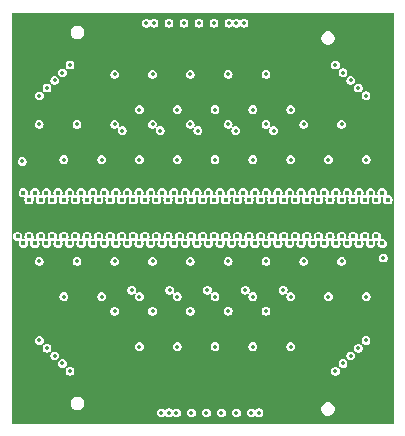
<source format=gbr>
%TF.GenerationSoftware,KiCad,Pcbnew,9.0.6*%
%TF.CreationDate,2025-11-12T11:45:23+01:00*%
%TF.ProjectId,S13552_64Ch_Adapter_BGA2803_V2,53313335-3532-45f3-9634-43685f416461,1*%
%TF.SameCoordinates,Original*%
%TF.FileFunction,Copper,L2,Inr*%
%TF.FilePolarity,Positive*%
%FSLAX46Y46*%
G04 Gerber Fmt 4.6, Leading zero omitted, Abs format (unit mm)*
G04 Created by KiCad (PCBNEW 9.0.6) date 2025-11-12 11:45:23*
%MOMM*%
%LPD*%
G01*
G04 APERTURE LIST*
%TA.AperFunction,Conductor*%
%ADD10C,0.100000*%
%TD*%
%TA.AperFunction,ComponentPad*%
%ADD11O,3.000000X2.600000*%
%TD*%
%TA.AperFunction,ViaPad*%
%ADD12C,0.400000*%
%TD*%
%TA.AperFunction,ViaPad*%
%ADD13C,0.350000*%
%TD*%
G04 APERTURE END LIST*
D10*
%TO.N,GND*%
X116730000Y-58877107D02*
X116730000Y-59377107D01*
X84490000Y-61967107D02*
X84490000Y-62467107D01*
%TD*%
D11*
%TO.N,GND*%
%TO.C,H102*%
X86340000Y-45167114D03*
%TD*%
%TO.N,GND*%
%TO.C,H104*%
X114879999Y-76167098D03*
%TD*%
%TO.N,GND*%
%TO.C,H103*%
X86340000Y-76167098D03*
%TD*%
%TO.N,GND*%
%TO.C,H101*%
X114880000Y-45167114D03*
%TD*%
D12*
%TO.N,Ch_6*%
X113840000Y-58517107D03*
X113350000Y-62217107D03*
%TO.N,Ch_26*%
X103550000Y-62217107D03*
X104040000Y-58517107D03*
%TO.N,Ch_22*%
X105510000Y-62217107D03*
X106000000Y-58517107D03*
%TO.N,Ch_11*%
X110900000Y-62817107D03*
X111390000Y-59117107D03*
%TO.N,Ch_30*%
X101590000Y-62217107D03*
X102080000Y-58517107D03*
%TO.N,Ch_10*%
X111390000Y-62217107D03*
X111880000Y-58517107D03*
%TO.N,Ch_62*%
X85910000Y-62217107D03*
X86400000Y-58517107D03*
%TO.N,Ch_21*%
X106000000Y-62817107D03*
X106490000Y-59117107D03*
%TO.N,Ch_43*%
X95220000Y-62817107D03*
X95710000Y-59117107D03*
%TO.N,Ch_51*%
X91790000Y-59117107D03*
X91300000Y-62817107D03*
%TO.N,Ch_64*%
X84930000Y-62217107D03*
X85420000Y-58517107D03*
%TO.N,Ch_52*%
X91300000Y-58517107D03*
X90810000Y-62217107D03*
%TO.N,Ch_18*%
X107470000Y-62217107D03*
X107960000Y-58517107D03*
%TO.N,Ch_40*%
X97180000Y-58517107D03*
X96690000Y-62217107D03*
%TO.N,Ch_16*%
X108450000Y-62217107D03*
X108940000Y-58517107D03*
%TO.N,Ch_23*%
X105020000Y-62817107D03*
X105510000Y-59117107D03*
%TO.N,Ch_32*%
X100610000Y-62217107D03*
X101100000Y-58517107D03*
%TO.N,Ch_8*%
X112860000Y-58517107D03*
X112370000Y-62217107D03*
%TO.N,Ch_37*%
X98650000Y-59117107D03*
X98160000Y-62817107D03*
%TO.N,Ch_19*%
X106980000Y-62817107D03*
X107470000Y-59117107D03*
%TO.N,Ch_59*%
X87380000Y-62817107D03*
X87870000Y-59117107D03*
%TO.N,Ch_46*%
X93750000Y-62217107D03*
X94240000Y-58517107D03*
%TO.N,Ch_3*%
X114820000Y-62817107D03*
X115310000Y-59117107D03*
%TO.N,Ch_60*%
X86890000Y-62217107D03*
X87380000Y-58517107D03*
%TO.N,Ch_1*%
X115800000Y-62817107D03*
X116290000Y-59117107D03*
%TO.N,Ch_49*%
X92280000Y-62817107D03*
X92770000Y-59117107D03*
%TO.N,Ch_35*%
X99140000Y-62817107D03*
X99630000Y-59117107D03*
%TO.N,Ch_39*%
X97670000Y-59117107D03*
X97180000Y-62817107D03*
%TO.N,Ch_27*%
X103060000Y-62817107D03*
X103550000Y-59117107D03*
%TO.N,Ch_9*%
X112370000Y-59117107D03*
X111880000Y-62817107D03*
%TO.N,Ch_5*%
X114330000Y-59117107D03*
X113840000Y-62817107D03*
%TO.N,Ch_7*%
X113350000Y-59117107D03*
X112860000Y-62817107D03*
%TO.N,Ch_41*%
X96200000Y-62817107D03*
X96690000Y-59117107D03*
%TO.N,Ch_61*%
X86400000Y-62817107D03*
X86890000Y-59117107D03*
%TO.N,Ch_4*%
X114330000Y-62217107D03*
X114820000Y-58517107D03*
%TO.N,Ch_54*%
X90320000Y-58517107D03*
X89830000Y-62217107D03*
%TO.N,Ch_12*%
X110410000Y-62217107D03*
X110900000Y-58517107D03*
%TO.N,Ch_31*%
X101590000Y-59117107D03*
X101100000Y-62817107D03*
%TO.N,Ch_58*%
X87870000Y-62217107D03*
X88360000Y-58517107D03*
%TO.N,Ch_38*%
X98160000Y-58517107D03*
X97670000Y-62217107D03*
%TO.N,Ch_48*%
X93260000Y-58517107D03*
X92770000Y-62217107D03*
%TO.N,Ch_45*%
X94240000Y-62817107D03*
X94730000Y-59117107D03*
%TO.N,Ch_55*%
X89830000Y-59117107D03*
X89340000Y-62817107D03*
%TO.N,Ch_53*%
X90810000Y-59117107D03*
X90320000Y-62817107D03*
%TO.N,Ch_29*%
X102570000Y-59117107D03*
X102080000Y-62817107D03*
%TO.N,Ch_34*%
X99630000Y-62217107D03*
X100120000Y-58517107D03*
%TO.N,Ch_24*%
X105020000Y-58517107D03*
X104530000Y-62217107D03*
%TO.N,Ch_56*%
X88850000Y-62217107D03*
X89340000Y-58517107D03*
%TO.N,Ch_44*%
X94730000Y-62217107D03*
X95220000Y-58517107D03*
%TO.N,Ch_50*%
X92280000Y-58517107D03*
X91790000Y-62217107D03*
%TO.N,Ch_47*%
X93750000Y-59117107D03*
X93260000Y-62817107D03*
%TO.N,Ch_57*%
X88360000Y-62817107D03*
X88850000Y-59117107D03*
%TO.N,Ch_17*%
X108450000Y-59117107D03*
X107960000Y-62817107D03*
%TO.N,Ch_42*%
X96200000Y-58517107D03*
X95710000Y-62217107D03*
%TO.N,Ch_20*%
X106980000Y-58517107D03*
X106490000Y-62217107D03*
%TO.N,Ch_63*%
X85910000Y-59117107D03*
X85420000Y-62817107D03*
%TO.N,Ch_33*%
X100120000Y-62817107D03*
X100610000Y-59117107D03*
%TO.N,Ch_14*%
X109430000Y-62217107D03*
X109920000Y-58517107D03*
%TO.N,Ch_36*%
X99140000Y-58517107D03*
X98650000Y-62217107D03*
%TO.N,Ch_2*%
X115800000Y-58517107D03*
X115310000Y-62217107D03*
%TO.N,Ch_25*%
X104040000Y-62817107D03*
X104530000Y-59117107D03*
%TO.N,Ch_13*%
X110410000Y-59117107D03*
X109920000Y-62817107D03*
%TO.N,Ch_15*%
X108940000Y-62817107D03*
X109430000Y-59117107D03*
%TO.N,Ch_28*%
X102570000Y-62217107D03*
X103060000Y-58517107D03*
D13*
%TO.N,GND*%
X113500000Y-50737107D03*
X107960000Y-65549214D03*
X95160000Y-50259214D03*
X86400001Y-61870838D03*
X116245052Y-49407518D03*
X93110000Y-57267107D03*
X109809999Y-55727107D03*
X100130000Y-67497107D03*
X102860000Y-54489214D03*
X99660000Y-69779214D03*
X97180001Y-61870838D03*
X85910002Y-63163375D03*
X87400590Y-48327696D03*
X93260000Y-53839214D03*
X90119479Y-48286586D03*
X93839999Y-55727107D03*
X107960001Y-59463376D03*
X97590000Y-50597107D03*
X88760000Y-65549214D03*
X93805000Y-64324214D03*
X100530000Y-54507107D03*
X115560000Y-53057107D03*
X90810000Y-58170838D03*
X91402500Y-75567098D03*
X94615000Y-55714214D03*
X91300001Y-59463376D03*
X93819999Y-51487107D03*
X116210000Y-50747107D03*
X93860000Y-63727107D03*
X88100000Y-77417107D03*
X90060000Y-65549214D03*
X106060000Y-69779214D03*
X109817500Y-44167114D03*
X106490002Y-63163375D03*
X107470000Y-58170838D03*
X114360000Y-66199214D03*
X111160000Y-66199214D03*
X113410000Y-54517107D03*
X115484651Y-70734635D03*
X91890000Y-68487107D03*
X91299999Y-61870838D03*
X104470000Y-52527107D03*
X104760000Y-69779214D03*
X87380000Y-74377107D03*
X85670000Y-51667107D03*
X101560000Y-54489214D03*
X105020001Y-61870838D03*
X86741204Y-72112619D03*
X101019999Y-64327107D03*
X87419999Y-64327107D03*
X104760000Y-65549214D03*
X98650002Y-63163375D03*
X110615000Y-55714214D03*
X85130000Y-73297107D03*
X94890000Y-52507107D03*
X110899999Y-61870838D03*
X109260000Y-65549214D03*
X106000001Y-61870838D03*
X85910000Y-58170838D03*
X102860000Y-69779214D03*
X101610000Y-57227107D03*
X95160000Y-69779214D03*
X87380002Y-61870839D03*
X99660000Y-65549214D03*
X88270000Y-75137107D03*
X92280001Y-59463375D03*
X104760000Y-66199214D03*
X85680000Y-64847107D03*
X115540000Y-55987107D03*
X97670002Y-63163375D03*
X88360000Y-61870838D03*
X100120001Y-59463376D03*
X88209999Y-64337107D03*
X102900000Y-57447107D03*
X90810002Y-63163375D03*
X108510000Y-57157107D03*
X85060000Y-67327107D03*
X87380001Y-59463376D03*
X85680000Y-70580000D03*
X112070000Y-70077107D03*
X107959998Y-61870839D03*
X94629999Y-64297107D03*
X113019999Y-55717107D03*
X93630000Y-73367107D03*
X98650000Y-58170838D03*
X107960000Y-50259214D03*
X102570000Y-58170838D03*
X111880001Y-59463376D03*
X110420000Y-57397107D03*
X111840000Y-49017107D03*
X104760000Y-54489214D03*
X113815000Y-55714214D03*
X107470002Y-63163375D03*
X101015000Y-51484214D03*
X89830002Y-63163375D03*
X102860000Y-65549214D03*
X94540000Y-72337107D03*
X101590000Y-58170838D03*
X113229547Y-46495772D03*
X110710000Y-47797107D03*
X92037500Y-44167114D03*
X97009999Y-55717107D03*
X110589999Y-64337107D03*
X94619999Y-51487107D03*
X110210000Y-54547107D03*
X114330002Y-63163375D03*
X91090000Y-66017107D03*
X101100002Y-61870839D03*
X84940000Y-46887107D03*
X92037500Y-77167098D03*
X115800000Y-68497107D03*
X96460000Y-50259214D03*
X94210000Y-54457107D03*
X111160000Y-65549214D03*
X91790000Y-58170838D03*
X84808359Y-62804650D03*
X100120001Y-61870838D03*
X85420002Y-61870840D03*
X98360000Y-69779214D03*
X106609999Y-51487107D03*
X107560000Y-52487107D03*
X115560000Y-51050000D03*
X91450000Y-57397107D03*
X99660000Y-50259214D03*
X113170641Y-47678926D03*
X102570002Y-63163375D03*
X109817500Y-77167098D03*
X111880001Y-61870838D03*
X97670000Y-58170838D03*
X111920000Y-56797107D03*
X115116952Y-71708968D03*
X96460000Y-54489214D03*
X93260001Y-61870838D03*
X116170000Y-52250000D03*
X112370000Y-58170838D03*
X115790000Y-65837107D03*
X96999999Y-51477107D03*
X101560000Y-70429214D03*
X114600000Y-72767107D03*
X93260000Y-65549214D03*
X98360000Y-65549214D03*
X99660000Y-49609214D03*
X114468181Y-48976466D03*
X95160000Y-65549214D03*
X88710000Y-68537107D03*
X87870002Y-63163375D03*
X92037500Y-45767114D03*
X93805000Y-68554214D03*
X101015000Y-55714214D03*
X86530000Y-57307107D03*
X109182500Y-77167098D03*
X97819999Y-68547107D03*
X107415000Y-51484214D03*
X110230000Y-66027107D03*
X106980002Y-61870840D03*
X89339999Y-61870838D03*
X95980000Y-47057107D03*
X113350002Y-63163375D03*
X115790000Y-67147107D03*
X88049360Y-47678926D03*
X115116952Y-49625237D03*
X107399999Y-68577107D03*
X114500000Y-68527107D03*
X93260000Y-49609214D03*
X98360000Y-70429214D03*
X106060000Y-53839214D03*
X112460000Y-54489214D03*
X97400000Y-54577107D03*
X114320000Y-47477107D03*
X94240001Y-61870838D03*
X107960000Y-54489214D03*
X106560000Y-67537107D03*
X93307500Y-75567098D03*
X109260000Y-54489214D03*
X115460000Y-69507107D03*
X98080000Y-52547107D03*
X113840001Y-59463376D03*
X90630000Y-47477107D03*
X108450002Y-63163375D03*
X106000001Y-59463376D03*
X100610002Y-63163375D03*
X104229999Y-64317107D03*
X113819411Y-73006509D03*
X110899999Y-59463376D03*
X94629999Y-68557107D03*
X112521870Y-47030155D03*
X114360000Y-54489214D03*
X100610000Y-58170838D03*
X88760000Y-66199214D03*
X93750002Y-63163375D03*
X114360000Y-65549214D03*
X104215000Y-55714214D03*
X97420000Y-65967107D03*
X97009999Y-64327107D03*
X94730002Y-63163375D03*
X90320001Y-59463376D03*
X85030000Y-71477107D03*
X91150000Y-74142114D03*
X111390002Y-63163375D03*
X100209999Y-55717107D03*
X85430000Y-53077107D03*
X115200000Y-57207107D03*
X105020001Y-59463376D03*
X91960000Y-54489214D03*
X116380000Y-72910000D03*
X104530000Y-58170838D03*
X113170641Y-73655279D03*
X86860000Y-65549214D03*
X102860000Y-50259214D03*
X95160000Y-54489214D03*
X96460000Y-53839214D03*
X101019999Y-68547107D03*
X86103049Y-49625237D03*
X96469999Y-69777107D03*
X92770000Y-58170838D03*
X110410002Y-63163375D03*
X107960000Y-69779214D03*
X90060000Y-54489214D03*
X101560000Y-69779214D03*
X93720000Y-67537107D03*
X103810000Y-66007107D03*
X109010000Y-63637107D03*
X103060002Y-61870839D03*
X101350000Y-52517107D03*
X112860001Y-59463376D03*
X111190000Y-68557107D03*
X90367505Y-73262144D03*
X103550002Y-63163375D03*
X85550000Y-52357107D03*
X91960000Y-65549214D03*
X109260000Y-53839214D03*
X100205000Y-68554214D03*
X100600000Y-65977107D03*
X90060000Y-53839214D03*
X87870000Y-58170838D03*
X96860000Y-74737107D03*
X113430000Y-66057107D03*
X93260000Y-54489214D03*
X103405000Y-68554214D03*
X90605000Y-64324214D03*
X88760000Y-54489214D03*
X104760000Y-70429214D03*
X89830000Y-58170838D03*
X113005000Y-64324214D03*
X97819999Y-64317107D03*
X93750000Y-58170838D03*
X110660000Y-73807107D03*
X103550000Y-58170838D03*
X116399994Y-58520161D03*
X115490000Y-48297107D03*
X112860001Y-61870838D03*
X96460000Y-65549214D03*
X91790002Y-63163375D03*
X102860000Y-49609214D03*
X112990000Y-77370000D03*
X88850000Y-58170838D03*
X103410000Y-67437107D03*
X91402500Y-44167114D03*
X98360000Y-54489214D03*
X89660000Y-57517107D03*
X115310000Y-58170838D03*
X115008007Y-73973872D03*
X98360000Y-50259214D03*
X85100000Y-48077107D03*
X85570000Y-72467107D03*
X104810000Y-72737107D03*
X91402500Y-77167098D03*
X105510000Y-58170838D03*
X107060000Y-65947107D03*
X106609999Y-55717107D03*
X109805000Y-64324214D03*
X87860000Y-70797107D03*
X98160001Y-61870838D03*
X95160000Y-70429214D03*
X88698130Y-74304050D03*
X108450000Y-58170838D03*
X87740000Y-54507107D03*
X91960000Y-66199214D03*
X101560000Y-72717107D03*
X104530002Y-63163375D03*
X85590000Y-68227107D03*
X92672500Y-75567098D03*
X109182500Y-75567098D03*
X99660000Y-53839214D03*
X93942500Y-45767114D03*
X106979999Y-59463376D03*
X108800000Y-73257107D03*
X96690002Y-63163375D03*
X103770000Y-54517107D03*
X113840001Y-61870839D03*
X91429999Y-64327107D03*
X87400589Y-73006509D03*
X91010000Y-70917107D03*
X103890000Y-50087107D03*
X108940002Y-61870840D03*
X86890000Y-58170838D03*
X98159998Y-59463376D03*
X99630002Y-63163375D03*
X112460000Y-53839214D03*
X97180001Y-59463376D03*
X116090000Y-53957107D03*
X86110000Y-47167107D03*
X114819999Y-61870838D03*
X109919999Y-59463376D03*
X90950000Y-54467107D03*
X94250000Y-50507107D03*
X90316962Y-61866578D03*
X96330000Y-57267107D03*
X103060001Y-59463375D03*
X90609999Y-55707107D03*
X95710000Y-58170838D03*
X114819999Y-59463376D03*
X86751820Y-48976466D03*
X109817500Y-45767114D03*
X109919999Y-61870838D03*
X104215000Y-51484214D03*
X85040000Y-63957107D03*
X101590002Y-63163375D03*
X115310002Y-63163375D03*
X99620000Y-57247107D03*
X87409999Y-55717107D03*
X112521870Y-74304050D03*
X108547500Y-45767114D03*
X115530000Y-54947107D03*
X114330000Y-58170838D03*
X110410000Y-58170838D03*
X88049359Y-73655279D03*
X97980000Y-57337107D03*
X107030000Y-54487107D03*
X107415000Y-55714214D03*
X86860000Y-54489214D03*
X88360001Y-59463376D03*
X107420000Y-57437107D03*
X97005000Y-68554214D03*
X92280001Y-61870838D03*
X103419999Y-51487107D03*
X93259999Y-69767107D03*
X113799999Y-64347107D03*
X113819411Y-48327696D03*
X86103048Y-71708968D03*
X115800001Y-59463376D03*
X109430002Y-63163375D03*
X111390000Y-58170838D03*
X88215000Y-55714214D03*
X97815000Y-51484214D03*
X93260001Y-59463376D03*
X106060000Y-65549214D03*
X99140002Y-61870840D03*
X110560000Y-46617107D03*
X110390000Y-71507107D03*
X85670000Y-50747107D03*
X112370002Y-63163375D03*
X85030000Y-70197107D03*
X94505991Y-57405039D03*
X116300000Y-46647107D03*
X88698131Y-47030155D03*
X106490000Y-58170838D03*
X96200001Y-59463376D03*
X103405000Y-64324214D03*
X95710002Y-63163375D03*
X98360000Y-66199214D03*
X107419999Y-64317107D03*
X95220001Y-59463376D03*
X88850002Y-63163375D03*
X110320000Y-50587107D03*
X95700000Y-73417107D03*
X86700000Y-73707107D03*
X97815000Y-55714214D03*
X95160000Y-66199214D03*
X106060000Y-49609214D03*
X107960000Y-66199214D03*
X99139999Y-59463376D03*
X106060000Y-50259214D03*
X88330000Y-57317107D03*
X102080002Y-59463374D03*
X107110000Y-49817107D03*
X101100001Y-59463376D03*
X101560000Y-50259214D03*
X85600000Y-66557107D03*
X116040000Y-57447107D03*
X94240000Y-65967107D03*
X112460000Y-65549214D03*
X104040001Y-59463376D03*
X91415000Y-55727107D03*
X86400002Y-59463375D03*
X104040002Y-61870839D03*
X113060000Y-63747107D03*
X105510002Y-63163375D03*
X108939998Y-59463375D03*
X96200001Y-61870839D03*
X92770002Y-63163375D03*
X94240001Y-59463376D03*
X111160000Y-54489214D03*
X109182500Y-45767114D03*
X100205000Y-64324214D03*
X104219999Y-68547107D03*
X107960000Y-70429214D03*
X101560000Y-66199214D03*
X86890002Y-63163375D03*
X94350000Y-70287107D03*
X96690000Y-58170838D03*
X104760000Y-50259214D03*
X94730000Y-58170838D03*
X100246892Y-51476398D03*
X97270000Y-70307107D03*
X99630000Y-58170838D03*
X113350000Y-58170838D03*
X95220001Y-61870838D03*
X106609999Y-68547107D03*
X116290000Y-47607107D03*
X106060000Y-54489214D03*
X109182500Y-44167114D03*
X85010000Y-68877107D03*
X99600000Y-63667107D03*
X93260000Y-50259214D03*
X99010000Y-72317107D03*
X92520000Y-72787107D03*
X103100000Y-63657107D03*
X96460000Y-49609214D03*
X99660000Y-54489214D03*
X106605000Y-64324214D03*
X85100000Y-65777107D03*
X102860000Y-53839214D03*
X109430000Y-58170838D03*
X103399999Y-55717107D03*
X96980000Y-67497107D03*
X87860000Y-66067107D03*
X86860000Y-53839214D03*
X89340002Y-59463375D03*
X101560000Y-65549214D03*
X92037500Y-75567098D03*
X102079998Y-61870839D03*
X96482500Y-77167098D03*
X107912500Y-45767114D03*
X90810000Y-52872809D03*
X87610001Y-52872810D03*
X92672500Y-45767114D03*
X93942500Y-75567098D03*
X104737500Y-44167114D03*
X93307500Y-45767114D03*
X108547500Y-75567098D03*
X106007500Y-77167098D03*
X95847500Y-77167098D03*
X95212500Y-44167114D03*
X105372500Y-44167114D03*
%TO.N,+3V3*%
X105965000Y-64324214D03*
X104855000Y-51484214D03*
X93165000Y-64324214D03*
X99565000Y-68554214D03*
X98455000Y-55714214D03*
X88855000Y-55714214D03*
X109165000Y-64324214D03*
X102765000Y-68554214D03*
X99565000Y-64324214D03*
X89965000Y-64324214D03*
X104855000Y-55714214D03*
X93165000Y-68554214D03*
X95255000Y-51484214D03*
X96365000Y-68554214D03*
X108055000Y-51484214D03*
X112365000Y-64324214D03*
X92055000Y-55714214D03*
X95255000Y-55714214D03*
X98455000Y-51484214D03*
X111255000Y-55714214D03*
X101655000Y-51484214D03*
X102765000Y-64324214D03*
X96365000Y-64324214D03*
X86765000Y-64324214D03*
X114455000Y-55714214D03*
X105965000Y-68554214D03*
X108055000Y-55714214D03*
X101655000Y-55714214D03*
%TO.N,+1V1*%
X95255000Y-71544214D03*
X99565000Y-52724214D03*
X102765000Y-52724214D03*
X93165000Y-48494214D03*
X112491819Y-72976457D03*
X114438130Y-71030146D03*
X101655000Y-71544214D03*
X108055000Y-71544214D03*
X87430642Y-49655288D03*
X111843048Y-47708977D03*
X92055000Y-67314214D03*
X111843048Y-73625228D03*
X98455000Y-67314214D03*
X113789359Y-71678917D03*
X86781871Y-50304059D03*
X88079411Y-72327687D03*
X96365000Y-52724214D03*
X113140589Y-49006518D03*
X89376953Y-47708977D03*
X104855000Y-71544214D03*
X86765000Y-52724214D03*
X99565000Y-48494214D03*
X89376952Y-73625228D03*
X105965000Y-48494214D03*
X98455000Y-71544214D03*
X86781870Y-71030146D03*
X88728181Y-72976457D03*
X101655000Y-67314214D03*
X113789359Y-49655288D03*
X114455000Y-67314214D03*
X113140589Y-72327687D03*
X109165000Y-52724214D03*
X88079412Y-49006518D03*
X88728182Y-48357748D03*
X93165000Y-52724214D03*
X114438130Y-50304059D03*
X102765000Y-48494214D03*
X89965000Y-52724214D03*
X96365000Y-48494214D03*
X105965000Y-52724214D03*
X88855000Y-67314214D03*
X95255000Y-67314214D03*
X111255000Y-67314214D03*
X112365000Y-52724214D03*
X87430641Y-71678917D03*
X112491819Y-48357748D03*
X104855000Y-67314214D03*
X108055000Y-67314214D03*
%TO.N,Net-(C1-Pad1)*%
X115897107Y-64054214D03*
%TO.N,Net-(C2-Pad1)*%
X85327107Y-55874214D03*
%TO.N,out_Ch_48*%
X93805000Y-53264214D03*
%TO.N,out_Ch_40*%
X97005000Y-53264214D03*
%TO.N,out_Ch_34*%
X100205000Y-53264214D03*
%TO.N,out_Ch_26*%
X103405000Y-53264214D03*
%TO.N,out_Ch_20*%
X106605000Y-53264214D03*
%TO.N,out_Ch_60*%
X95847500Y-44167114D03*
%TO.N,out_Ch_54*%
X96482500Y-44167114D03*
%TO.N,out_Ch_8*%
X104102500Y-44167114D03*
%TO.N,out_Ch_44*%
X97752500Y-44167114D03*
%TO.N,out_Ch_36*%
X99022500Y-44167114D03*
%TO.N,out_Ch_30*%
X100292500Y-44167114D03*
%TO.N,out_Ch_24*%
X101562500Y-44167114D03*
%TO.N,out_Ch_16*%
X102832500Y-44167114D03*
%TO.N,out_Ch_14*%
X103467500Y-44167114D03*
%TO.N,out_Ch_13*%
X104737500Y-77167098D03*
%TO.N,out_Ch_19*%
X107415000Y-66774214D03*
%TO.N,out_Ch_25*%
X104215000Y-66774214D03*
%TO.N,out_Ch_35*%
X100927500Y-77167098D03*
%TO.N,out_Ch_51*%
X97752500Y-77167098D03*
%TO.N,out_Ch_5*%
X105372500Y-77167098D03*
%TO.N,out_Ch_45*%
X94615000Y-66774214D03*
%TO.N,out_Ch_41*%
X99657500Y-77167098D03*
%TO.N,out_Ch_49*%
X98387500Y-77167098D03*
%TO.N,out_Ch_29*%
X102197500Y-77167098D03*
%TO.N,out_Ch_39*%
X97815000Y-66774214D03*
%TO.N,out_Ch_21*%
X103467500Y-77167098D03*
%TO.N,out_Ch_59*%
X97117500Y-77167098D03*
%TO.N,out_Ch_31*%
X101015000Y-66774214D03*
%TD*%
%TA.AperFunction,Conductor*%
%TO.N,GND*%
G36*
X116765148Y-43281959D02*
G01*
X116779500Y-43316607D01*
X116779500Y-59024339D01*
X116765148Y-59058987D01*
X116730500Y-59073339D01*
X116695852Y-59058987D01*
X116683170Y-59037021D01*
X116663207Y-58962521D01*
X116663206Y-58962517D01*
X116621518Y-58890313D01*
X116610480Y-58871194D01*
X116535913Y-58796627D01*
X116444589Y-58743900D01*
X116444585Y-58743899D01*
X116342730Y-58716607D01*
X116342727Y-58716607D01*
X116237273Y-58716607D01*
X116237271Y-58716607D01*
X116237256Y-58716611D01*
X116237247Y-58716609D01*
X116234086Y-58717026D01*
X116233974Y-58716178D01*
X116200074Y-58711709D01*
X116177249Y-58681952D01*
X116177252Y-58656596D01*
X116200500Y-58569834D01*
X116200500Y-58464380D01*
X116200500Y-58464377D01*
X116200499Y-58464376D01*
X116173207Y-58362521D01*
X116173206Y-58362517D01*
X116120479Y-58271193D01*
X116045913Y-58196627D01*
X115954589Y-58143900D01*
X115954585Y-58143899D01*
X115852730Y-58116607D01*
X115852727Y-58116607D01*
X115747273Y-58116607D01*
X115747270Y-58116607D01*
X115645414Y-58143899D01*
X115645410Y-58143900D01*
X115554086Y-58196627D01*
X115554086Y-58196628D01*
X115479521Y-58271193D01*
X115479520Y-58271193D01*
X115426793Y-58362517D01*
X115426792Y-58362521D01*
X115399500Y-58464376D01*
X115399500Y-58569837D01*
X115422747Y-58656596D01*
X115417852Y-58693778D01*
X115388099Y-58716608D01*
X115365968Y-58716609D01*
X115365914Y-58717026D01*
X115362752Y-58716609D01*
X115362739Y-58716610D01*
X115362728Y-58716607D01*
X115362727Y-58716607D01*
X115257273Y-58716607D01*
X115257271Y-58716607D01*
X115257256Y-58716611D01*
X115257247Y-58716609D01*
X115254086Y-58717026D01*
X115253974Y-58716178D01*
X115220074Y-58711709D01*
X115197249Y-58681952D01*
X115197252Y-58656596D01*
X115220500Y-58569834D01*
X115220500Y-58464380D01*
X115220500Y-58464377D01*
X115220499Y-58464376D01*
X115193207Y-58362521D01*
X115193206Y-58362517D01*
X115140479Y-58271193D01*
X115065913Y-58196627D01*
X114974589Y-58143900D01*
X114974585Y-58143899D01*
X114872730Y-58116607D01*
X114872727Y-58116607D01*
X114767273Y-58116607D01*
X114767270Y-58116607D01*
X114665414Y-58143899D01*
X114665410Y-58143900D01*
X114574086Y-58196627D01*
X114574086Y-58196628D01*
X114499521Y-58271193D01*
X114499520Y-58271193D01*
X114446793Y-58362517D01*
X114446792Y-58362521D01*
X114419500Y-58464376D01*
X114419500Y-58569837D01*
X114442747Y-58656596D01*
X114437852Y-58693778D01*
X114408099Y-58716608D01*
X114385968Y-58716609D01*
X114385914Y-58717026D01*
X114382752Y-58716609D01*
X114382739Y-58716610D01*
X114382728Y-58716607D01*
X114382727Y-58716607D01*
X114277273Y-58716607D01*
X114277271Y-58716607D01*
X114277256Y-58716611D01*
X114277247Y-58716609D01*
X114274086Y-58717026D01*
X114273974Y-58716178D01*
X114240074Y-58711709D01*
X114217249Y-58681952D01*
X114217252Y-58656596D01*
X114240500Y-58569834D01*
X114240500Y-58464380D01*
X114240500Y-58464377D01*
X114240499Y-58464376D01*
X114213207Y-58362521D01*
X114213206Y-58362517D01*
X114160479Y-58271193D01*
X114085913Y-58196627D01*
X113994589Y-58143900D01*
X113994585Y-58143899D01*
X113892730Y-58116607D01*
X113892727Y-58116607D01*
X113787273Y-58116607D01*
X113787270Y-58116607D01*
X113685414Y-58143899D01*
X113685410Y-58143900D01*
X113594086Y-58196627D01*
X113594086Y-58196628D01*
X113519521Y-58271193D01*
X113519520Y-58271193D01*
X113466793Y-58362517D01*
X113466792Y-58362521D01*
X113439500Y-58464376D01*
X113439500Y-58569837D01*
X113462747Y-58656596D01*
X113457852Y-58693778D01*
X113428099Y-58716608D01*
X113405968Y-58716609D01*
X113405914Y-58717026D01*
X113402752Y-58716609D01*
X113402739Y-58716610D01*
X113402728Y-58716607D01*
X113402727Y-58716607D01*
X113297273Y-58716607D01*
X113297271Y-58716607D01*
X113297256Y-58716611D01*
X113297247Y-58716609D01*
X113294086Y-58717026D01*
X113293974Y-58716178D01*
X113260074Y-58711709D01*
X113237249Y-58681952D01*
X113237252Y-58656596D01*
X113260500Y-58569834D01*
X113260500Y-58464380D01*
X113260500Y-58464377D01*
X113260499Y-58464376D01*
X113233207Y-58362521D01*
X113233206Y-58362517D01*
X113180479Y-58271193D01*
X113105913Y-58196627D01*
X113014589Y-58143900D01*
X113014585Y-58143899D01*
X112912730Y-58116607D01*
X112912727Y-58116607D01*
X112807273Y-58116607D01*
X112807270Y-58116607D01*
X112705414Y-58143899D01*
X112705410Y-58143900D01*
X112614086Y-58196627D01*
X112614086Y-58196628D01*
X112539521Y-58271193D01*
X112539520Y-58271193D01*
X112486793Y-58362517D01*
X112486792Y-58362521D01*
X112459500Y-58464376D01*
X112459500Y-58569837D01*
X112482747Y-58656596D01*
X112477852Y-58693778D01*
X112448099Y-58716608D01*
X112425968Y-58716609D01*
X112425914Y-58717026D01*
X112422752Y-58716609D01*
X112422739Y-58716610D01*
X112422728Y-58716607D01*
X112422727Y-58716607D01*
X112317273Y-58716607D01*
X112317271Y-58716607D01*
X112317256Y-58716611D01*
X112317247Y-58716609D01*
X112314086Y-58717026D01*
X112313974Y-58716178D01*
X112280074Y-58711709D01*
X112257249Y-58681952D01*
X112257252Y-58656596D01*
X112280500Y-58569834D01*
X112280500Y-58464380D01*
X112280500Y-58464377D01*
X112280499Y-58464376D01*
X112253207Y-58362521D01*
X112253206Y-58362517D01*
X112200479Y-58271193D01*
X112125913Y-58196627D01*
X112034589Y-58143900D01*
X112034585Y-58143899D01*
X111932730Y-58116607D01*
X111932727Y-58116607D01*
X111827273Y-58116607D01*
X111827270Y-58116607D01*
X111725414Y-58143899D01*
X111725410Y-58143900D01*
X111634086Y-58196627D01*
X111634086Y-58196628D01*
X111559521Y-58271193D01*
X111559520Y-58271193D01*
X111506793Y-58362517D01*
X111506792Y-58362521D01*
X111479500Y-58464376D01*
X111479500Y-58569837D01*
X111502747Y-58656596D01*
X111497852Y-58693778D01*
X111468099Y-58716608D01*
X111445968Y-58716609D01*
X111445914Y-58717026D01*
X111442752Y-58716609D01*
X111442739Y-58716610D01*
X111442728Y-58716607D01*
X111442727Y-58716607D01*
X111337273Y-58716607D01*
X111337271Y-58716607D01*
X111337256Y-58716611D01*
X111337247Y-58716609D01*
X111334086Y-58717026D01*
X111333974Y-58716178D01*
X111300074Y-58711709D01*
X111277249Y-58681952D01*
X111277252Y-58656596D01*
X111300500Y-58569834D01*
X111300500Y-58464380D01*
X111300500Y-58464377D01*
X111300499Y-58464376D01*
X111273207Y-58362521D01*
X111273206Y-58362517D01*
X111220479Y-58271193D01*
X111145913Y-58196627D01*
X111054589Y-58143900D01*
X111054585Y-58143899D01*
X110952730Y-58116607D01*
X110952727Y-58116607D01*
X110847273Y-58116607D01*
X110847270Y-58116607D01*
X110745414Y-58143899D01*
X110745410Y-58143900D01*
X110654086Y-58196627D01*
X110654086Y-58196628D01*
X110579521Y-58271193D01*
X110579520Y-58271193D01*
X110526793Y-58362517D01*
X110526792Y-58362521D01*
X110499500Y-58464376D01*
X110499500Y-58569837D01*
X110522747Y-58656596D01*
X110517852Y-58693778D01*
X110488099Y-58716608D01*
X110465968Y-58716609D01*
X110465914Y-58717026D01*
X110462752Y-58716609D01*
X110462739Y-58716610D01*
X110462728Y-58716607D01*
X110462727Y-58716607D01*
X110357273Y-58716607D01*
X110357271Y-58716607D01*
X110357256Y-58716611D01*
X110357247Y-58716609D01*
X110354086Y-58717026D01*
X110353974Y-58716178D01*
X110320074Y-58711709D01*
X110297249Y-58681952D01*
X110297252Y-58656596D01*
X110320500Y-58569834D01*
X110320500Y-58464380D01*
X110320500Y-58464377D01*
X110320499Y-58464376D01*
X110293207Y-58362521D01*
X110293206Y-58362517D01*
X110240479Y-58271193D01*
X110165913Y-58196627D01*
X110074589Y-58143900D01*
X110074585Y-58143899D01*
X109972730Y-58116607D01*
X109972727Y-58116607D01*
X109867273Y-58116607D01*
X109867270Y-58116607D01*
X109765414Y-58143899D01*
X109765410Y-58143900D01*
X109674086Y-58196627D01*
X109674086Y-58196628D01*
X109599521Y-58271193D01*
X109599520Y-58271193D01*
X109546793Y-58362517D01*
X109546792Y-58362521D01*
X109519500Y-58464376D01*
X109519500Y-58569837D01*
X109542747Y-58656596D01*
X109537852Y-58693778D01*
X109508099Y-58716608D01*
X109485968Y-58716609D01*
X109485914Y-58717026D01*
X109482752Y-58716609D01*
X109482739Y-58716610D01*
X109482728Y-58716607D01*
X109482727Y-58716607D01*
X109377273Y-58716607D01*
X109377271Y-58716607D01*
X109377256Y-58716611D01*
X109377247Y-58716609D01*
X109374086Y-58717026D01*
X109373974Y-58716178D01*
X109340074Y-58711709D01*
X109317249Y-58681952D01*
X109317252Y-58656596D01*
X109340500Y-58569834D01*
X109340500Y-58464380D01*
X109340500Y-58464377D01*
X109340499Y-58464376D01*
X109313207Y-58362521D01*
X109313206Y-58362517D01*
X109260479Y-58271193D01*
X109185913Y-58196627D01*
X109094589Y-58143900D01*
X109094585Y-58143899D01*
X108992730Y-58116607D01*
X108992727Y-58116607D01*
X108887273Y-58116607D01*
X108887270Y-58116607D01*
X108785414Y-58143899D01*
X108785410Y-58143900D01*
X108694086Y-58196627D01*
X108694086Y-58196628D01*
X108619521Y-58271193D01*
X108619520Y-58271193D01*
X108566793Y-58362517D01*
X108566792Y-58362521D01*
X108539500Y-58464376D01*
X108539500Y-58569837D01*
X108562747Y-58656596D01*
X108557852Y-58693778D01*
X108528099Y-58716608D01*
X108505968Y-58716609D01*
X108505914Y-58717026D01*
X108502752Y-58716609D01*
X108502739Y-58716610D01*
X108502728Y-58716607D01*
X108502727Y-58716607D01*
X108397273Y-58716607D01*
X108397271Y-58716607D01*
X108397256Y-58716611D01*
X108397247Y-58716609D01*
X108394086Y-58717026D01*
X108393974Y-58716178D01*
X108360074Y-58711709D01*
X108337249Y-58681952D01*
X108337252Y-58656596D01*
X108360500Y-58569834D01*
X108360500Y-58464380D01*
X108360500Y-58464377D01*
X108360499Y-58464376D01*
X108333207Y-58362521D01*
X108333206Y-58362517D01*
X108280479Y-58271193D01*
X108205913Y-58196627D01*
X108114589Y-58143900D01*
X108114585Y-58143899D01*
X108012730Y-58116607D01*
X108012727Y-58116607D01*
X107907273Y-58116607D01*
X107907270Y-58116607D01*
X107805414Y-58143899D01*
X107805410Y-58143900D01*
X107714086Y-58196627D01*
X107714086Y-58196628D01*
X107639521Y-58271193D01*
X107639520Y-58271193D01*
X107586793Y-58362517D01*
X107586792Y-58362521D01*
X107559500Y-58464376D01*
X107559500Y-58569837D01*
X107582747Y-58656596D01*
X107577852Y-58693778D01*
X107548099Y-58716608D01*
X107525968Y-58716609D01*
X107525914Y-58717026D01*
X107522752Y-58716609D01*
X107522739Y-58716610D01*
X107522728Y-58716607D01*
X107522727Y-58716607D01*
X107417273Y-58716607D01*
X107417271Y-58716607D01*
X107417256Y-58716611D01*
X107417247Y-58716609D01*
X107414086Y-58717026D01*
X107413974Y-58716178D01*
X107380074Y-58711709D01*
X107357249Y-58681952D01*
X107357252Y-58656596D01*
X107380500Y-58569834D01*
X107380500Y-58464380D01*
X107380500Y-58464377D01*
X107380499Y-58464376D01*
X107353207Y-58362521D01*
X107353206Y-58362517D01*
X107300479Y-58271193D01*
X107225913Y-58196627D01*
X107134589Y-58143900D01*
X107134585Y-58143899D01*
X107032730Y-58116607D01*
X107032727Y-58116607D01*
X106927273Y-58116607D01*
X106927270Y-58116607D01*
X106825414Y-58143899D01*
X106825410Y-58143900D01*
X106734086Y-58196627D01*
X106734086Y-58196628D01*
X106659521Y-58271193D01*
X106659520Y-58271193D01*
X106606793Y-58362517D01*
X106606792Y-58362521D01*
X106579500Y-58464376D01*
X106579500Y-58569837D01*
X106602747Y-58656596D01*
X106597852Y-58693778D01*
X106568099Y-58716608D01*
X106545968Y-58716609D01*
X106545914Y-58717026D01*
X106542752Y-58716609D01*
X106542739Y-58716610D01*
X106542728Y-58716607D01*
X106542727Y-58716607D01*
X106437273Y-58716607D01*
X106437271Y-58716607D01*
X106437256Y-58716611D01*
X106437247Y-58716609D01*
X106434086Y-58717026D01*
X106433974Y-58716178D01*
X106400074Y-58711709D01*
X106377249Y-58681952D01*
X106377252Y-58656596D01*
X106400500Y-58569834D01*
X106400500Y-58464380D01*
X106400500Y-58464377D01*
X106400499Y-58464376D01*
X106373207Y-58362521D01*
X106373206Y-58362517D01*
X106320479Y-58271193D01*
X106245913Y-58196627D01*
X106154589Y-58143900D01*
X106154585Y-58143899D01*
X106052730Y-58116607D01*
X106052727Y-58116607D01*
X105947273Y-58116607D01*
X105947270Y-58116607D01*
X105845414Y-58143899D01*
X105845410Y-58143900D01*
X105754086Y-58196627D01*
X105754086Y-58196628D01*
X105679521Y-58271193D01*
X105679520Y-58271193D01*
X105626793Y-58362517D01*
X105626792Y-58362521D01*
X105599500Y-58464376D01*
X105599500Y-58569837D01*
X105622747Y-58656596D01*
X105617852Y-58693778D01*
X105588099Y-58716608D01*
X105565968Y-58716609D01*
X105565914Y-58717026D01*
X105562752Y-58716609D01*
X105562739Y-58716610D01*
X105562728Y-58716607D01*
X105562727Y-58716607D01*
X105457273Y-58716607D01*
X105457271Y-58716607D01*
X105457256Y-58716611D01*
X105457247Y-58716609D01*
X105454086Y-58717026D01*
X105453974Y-58716178D01*
X105420074Y-58711709D01*
X105397249Y-58681952D01*
X105397252Y-58656596D01*
X105420500Y-58569834D01*
X105420500Y-58464380D01*
X105420500Y-58464377D01*
X105420499Y-58464376D01*
X105393207Y-58362521D01*
X105393206Y-58362517D01*
X105340479Y-58271193D01*
X105265913Y-58196627D01*
X105174589Y-58143900D01*
X105174585Y-58143899D01*
X105072730Y-58116607D01*
X105072727Y-58116607D01*
X104967273Y-58116607D01*
X104967270Y-58116607D01*
X104865414Y-58143899D01*
X104865410Y-58143900D01*
X104774086Y-58196627D01*
X104774086Y-58196628D01*
X104699521Y-58271193D01*
X104699520Y-58271193D01*
X104646793Y-58362517D01*
X104646792Y-58362521D01*
X104619500Y-58464376D01*
X104619500Y-58569837D01*
X104642747Y-58656596D01*
X104637852Y-58693778D01*
X104608099Y-58716608D01*
X104585968Y-58716609D01*
X104585914Y-58717026D01*
X104582752Y-58716609D01*
X104582739Y-58716610D01*
X104582728Y-58716607D01*
X104582727Y-58716607D01*
X104477273Y-58716607D01*
X104477271Y-58716607D01*
X104477256Y-58716611D01*
X104477247Y-58716609D01*
X104474086Y-58717026D01*
X104473974Y-58716178D01*
X104440074Y-58711709D01*
X104417249Y-58681952D01*
X104417252Y-58656596D01*
X104440500Y-58569834D01*
X104440500Y-58464380D01*
X104440500Y-58464377D01*
X104440499Y-58464376D01*
X104413207Y-58362521D01*
X104413206Y-58362517D01*
X104360479Y-58271193D01*
X104285913Y-58196627D01*
X104194589Y-58143900D01*
X104194585Y-58143899D01*
X104092730Y-58116607D01*
X104092727Y-58116607D01*
X103987273Y-58116607D01*
X103987270Y-58116607D01*
X103885414Y-58143899D01*
X103885410Y-58143900D01*
X103794086Y-58196627D01*
X103794086Y-58196628D01*
X103719521Y-58271193D01*
X103719520Y-58271193D01*
X103666793Y-58362517D01*
X103666792Y-58362521D01*
X103639500Y-58464376D01*
X103639500Y-58569837D01*
X103662747Y-58656596D01*
X103657852Y-58693778D01*
X103628099Y-58716608D01*
X103605968Y-58716609D01*
X103605914Y-58717026D01*
X103602752Y-58716609D01*
X103602739Y-58716610D01*
X103602728Y-58716607D01*
X103602727Y-58716607D01*
X103497273Y-58716607D01*
X103497271Y-58716607D01*
X103497256Y-58716611D01*
X103497247Y-58716609D01*
X103494086Y-58717026D01*
X103493974Y-58716178D01*
X103460074Y-58711709D01*
X103437249Y-58681952D01*
X103437252Y-58656596D01*
X103460500Y-58569834D01*
X103460500Y-58464380D01*
X103460500Y-58464377D01*
X103460499Y-58464376D01*
X103433207Y-58362521D01*
X103433206Y-58362517D01*
X103380479Y-58271193D01*
X103305913Y-58196627D01*
X103214589Y-58143900D01*
X103214585Y-58143899D01*
X103112730Y-58116607D01*
X103112727Y-58116607D01*
X103007273Y-58116607D01*
X103007270Y-58116607D01*
X102905414Y-58143899D01*
X102905410Y-58143900D01*
X102814086Y-58196627D01*
X102814086Y-58196628D01*
X102739521Y-58271193D01*
X102739520Y-58271193D01*
X102686793Y-58362517D01*
X102686792Y-58362521D01*
X102659500Y-58464376D01*
X102659500Y-58569837D01*
X102682747Y-58656596D01*
X102677852Y-58693778D01*
X102648099Y-58716608D01*
X102625968Y-58716609D01*
X102625914Y-58717026D01*
X102622752Y-58716609D01*
X102622739Y-58716610D01*
X102622728Y-58716607D01*
X102622727Y-58716607D01*
X102517273Y-58716607D01*
X102517271Y-58716607D01*
X102517256Y-58716611D01*
X102517247Y-58716609D01*
X102514086Y-58717026D01*
X102513974Y-58716178D01*
X102480074Y-58711709D01*
X102457249Y-58681952D01*
X102457252Y-58656596D01*
X102480500Y-58569834D01*
X102480500Y-58464380D01*
X102480500Y-58464377D01*
X102480499Y-58464376D01*
X102453207Y-58362521D01*
X102453206Y-58362517D01*
X102400479Y-58271193D01*
X102325913Y-58196627D01*
X102234589Y-58143900D01*
X102234585Y-58143899D01*
X102132730Y-58116607D01*
X102132727Y-58116607D01*
X102027273Y-58116607D01*
X102027270Y-58116607D01*
X101925414Y-58143899D01*
X101925410Y-58143900D01*
X101834086Y-58196627D01*
X101834086Y-58196628D01*
X101759521Y-58271193D01*
X101759520Y-58271193D01*
X101706793Y-58362517D01*
X101706792Y-58362521D01*
X101679500Y-58464376D01*
X101679500Y-58569837D01*
X101702747Y-58656596D01*
X101697852Y-58693778D01*
X101668099Y-58716608D01*
X101645968Y-58716609D01*
X101645914Y-58717026D01*
X101642752Y-58716609D01*
X101642739Y-58716610D01*
X101642728Y-58716607D01*
X101642727Y-58716607D01*
X101537273Y-58716607D01*
X101537271Y-58716607D01*
X101537256Y-58716611D01*
X101537247Y-58716609D01*
X101534086Y-58717026D01*
X101533974Y-58716178D01*
X101500074Y-58711709D01*
X101477249Y-58681952D01*
X101477252Y-58656596D01*
X101500500Y-58569834D01*
X101500500Y-58464380D01*
X101500500Y-58464377D01*
X101500499Y-58464376D01*
X101473207Y-58362521D01*
X101473206Y-58362517D01*
X101420479Y-58271193D01*
X101345913Y-58196627D01*
X101254589Y-58143900D01*
X101254585Y-58143899D01*
X101152730Y-58116607D01*
X101152727Y-58116607D01*
X101047273Y-58116607D01*
X101047270Y-58116607D01*
X100945414Y-58143899D01*
X100945410Y-58143900D01*
X100854086Y-58196627D01*
X100854086Y-58196628D01*
X100779521Y-58271193D01*
X100779520Y-58271193D01*
X100726793Y-58362517D01*
X100726792Y-58362521D01*
X100699500Y-58464376D01*
X100699500Y-58569837D01*
X100722747Y-58656596D01*
X100717852Y-58693778D01*
X100688099Y-58716608D01*
X100665968Y-58716609D01*
X100665914Y-58717026D01*
X100662752Y-58716609D01*
X100662739Y-58716610D01*
X100662728Y-58716607D01*
X100662727Y-58716607D01*
X100557273Y-58716607D01*
X100557271Y-58716607D01*
X100557256Y-58716611D01*
X100557247Y-58716609D01*
X100554086Y-58717026D01*
X100553974Y-58716178D01*
X100520074Y-58711709D01*
X100497249Y-58681952D01*
X100497252Y-58656596D01*
X100520500Y-58569834D01*
X100520500Y-58464380D01*
X100520500Y-58464377D01*
X100520499Y-58464376D01*
X100493207Y-58362521D01*
X100493206Y-58362517D01*
X100440479Y-58271193D01*
X100365913Y-58196627D01*
X100274589Y-58143900D01*
X100274585Y-58143899D01*
X100172730Y-58116607D01*
X100172727Y-58116607D01*
X100067273Y-58116607D01*
X100067270Y-58116607D01*
X99965414Y-58143899D01*
X99965410Y-58143900D01*
X99874086Y-58196627D01*
X99874086Y-58196628D01*
X99799521Y-58271193D01*
X99799520Y-58271193D01*
X99746793Y-58362517D01*
X99746792Y-58362521D01*
X99719500Y-58464376D01*
X99719500Y-58569837D01*
X99742747Y-58656596D01*
X99737852Y-58693778D01*
X99708099Y-58716608D01*
X99685968Y-58716609D01*
X99685914Y-58717026D01*
X99682752Y-58716609D01*
X99682739Y-58716610D01*
X99682728Y-58716607D01*
X99682727Y-58716607D01*
X99577273Y-58716607D01*
X99577271Y-58716607D01*
X99577256Y-58716611D01*
X99577247Y-58716609D01*
X99574086Y-58717026D01*
X99573974Y-58716178D01*
X99540074Y-58711709D01*
X99517249Y-58681952D01*
X99517252Y-58656596D01*
X99540500Y-58569834D01*
X99540500Y-58464380D01*
X99540500Y-58464377D01*
X99540499Y-58464376D01*
X99513207Y-58362521D01*
X99513206Y-58362517D01*
X99460479Y-58271193D01*
X99385913Y-58196627D01*
X99294589Y-58143900D01*
X99294585Y-58143899D01*
X99192730Y-58116607D01*
X99192727Y-58116607D01*
X99087273Y-58116607D01*
X99087270Y-58116607D01*
X98985414Y-58143899D01*
X98985410Y-58143900D01*
X98894086Y-58196627D01*
X98894086Y-58196628D01*
X98819521Y-58271193D01*
X98819520Y-58271193D01*
X98766793Y-58362517D01*
X98766792Y-58362521D01*
X98739500Y-58464376D01*
X98739500Y-58569837D01*
X98762747Y-58656596D01*
X98757852Y-58693778D01*
X98728099Y-58716608D01*
X98705968Y-58716609D01*
X98705914Y-58717026D01*
X98702752Y-58716609D01*
X98702739Y-58716610D01*
X98702728Y-58716607D01*
X98702727Y-58716607D01*
X98597273Y-58716607D01*
X98597271Y-58716607D01*
X98597256Y-58716611D01*
X98597247Y-58716609D01*
X98594086Y-58717026D01*
X98593974Y-58716178D01*
X98560074Y-58711709D01*
X98537249Y-58681952D01*
X98537252Y-58656596D01*
X98560500Y-58569834D01*
X98560500Y-58464380D01*
X98560500Y-58464377D01*
X98560499Y-58464376D01*
X98533207Y-58362521D01*
X98533206Y-58362517D01*
X98480479Y-58271193D01*
X98405913Y-58196627D01*
X98314589Y-58143900D01*
X98314585Y-58143899D01*
X98212730Y-58116607D01*
X98212727Y-58116607D01*
X98107273Y-58116607D01*
X98107270Y-58116607D01*
X98005414Y-58143899D01*
X98005410Y-58143900D01*
X97914086Y-58196627D01*
X97914086Y-58196628D01*
X97839521Y-58271193D01*
X97839520Y-58271193D01*
X97786793Y-58362517D01*
X97786792Y-58362521D01*
X97759500Y-58464376D01*
X97759500Y-58569837D01*
X97782747Y-58656596D01*
X97777852Y-58693778D01*
X97748099Y-58716608D01*
X97725968Y-58716609D01*
X97725914Y-58717026D01*
X97722752Y-58716609D01*
X97722739Y-58716610D01*
X97722728Y-58716607D01*
X97722727Y-58716607D01*
X97617273Y-58716607D01*
X97617271Y-58716607D01*
X97617256Y-58716611D01*
X97617247Y-58716609D01*
X97614086Y-58717026D01*
X97613974Y-58716178D01*
X97580074Y-58711709D01*
X97557249Y-58681952D01*
X97557252Y-58656596D01*
X97580500Y-58569834D01*
X97580500Y-58464380D01*
X97580500Y-58464377D01*
X97580499Y-58464376D01*
X97553207Y-58362521D01*
X97553206Y-58362517D01*
X97500479Y-58271193D01*
X97425913Y-58196627D01*
X97334589Y-58143900D01*
X97334585Y-58143899D01*
X97232730Y-58116607D01*
X97232727Y-58116607D01*
X97127273Y-58116607D01*
X97127270Y-58116607D01*
X97025414Y-58143899D01*
X97025410Y-58143900D01*
X96934086Y-58196627D01*
X96934086Y-58196628D01*
X96859521Y-58271193D01*
X96859520Y-58271193D01*
X96806793Y-58362517D01*
X96806792Y-58362521D01*
X96779500Y-58464376D01*
X96779500Y-58569837D01*
X96802747Y-58656596D01*
X96797852Y-58693778D01*
X96768099Y-58716608D01*
X96745968Y-58716609D01*
X96745914Y-58717026D01*
X96742752Y-58716609D01*
X96742739Y-58716610D01*
X96742728Y-58716607D01*
X96742727Y-58716607D01*
X96637273Y-58716607D01*
X96637271Y-58716607D01*
X96637256Y-58716611D01*
X96637247Y-58716609D01*
X96634086Y-58717026D01*
X96633974Y-58716178D01*
X96600074Y-58711709D01*
X96577249Y-58681952D01*
X96577252Y-58656596D01*
X96600500Y-58569834D01*
X96600500Y-58464380D01*
X96600500Y-58464377D01*
X96600499Y-58464376D01*
X96573207Y-58362521D01*
X96573206Y-58362517D01*
X96520479Y-58271193D01*
X96445913Y-58196627D01*
X96354589Y-58143900D01*
X96354585Y-58143899D01*
X96252730Y-58116607D01*
X96252727Y-58116607D01*
X96147273Y-58116607D01*
X96147270Y-58116607D01*
X96045414Y-58143899D01*
X96045410Y-58143900D01*
X95954086Y-58196627D01*
X95954086Y-58196628D01*
X95879521Y-58271193D01*
X95879520Y-58271193D01*
X95826793Y-58362517D01*
X95826792Y-58362521D01*
X95799500Y-58464376D01*
X95799500Y-58569837D01*
X95822747Y-58656596D01*
X95817852Y-58693778D01*
X95788099Y-58716608D01*
X95765968Y-58716609D01*
X95765914Y-58717026D01*
X95762752Y-58716609D01*
X95762739Y-58716610D01*
X95762728Y-58716607D01*
X95762727Y-58716607D01*
X95657273Y-58716607D01*
X95657271Y-58716607D01*
X95657256Y-58716611D01*
X95657247Y-58716609D01*
X95654086Y-58717026D01*
X95653974Y-58716178D01*
X95620074Y-58711709D01*
X95597249Y-58681952D01*
X95597252Y-58656596D01*
X95620500Y-58569834D01*
X95620500Y-58464380D01*
X95620500Y-58464377D01*
X95620499Y-58464376D01*
X95593207Y-58362521D01*
X95593206Y-58362517D01*
X95540479Y-58271193D01*
X95465913Y-58196627D01*
X95374589Y-58143900D01*
X95374585Y-58143899D01*
X95272730Y-58116607D01*
X95272727Y-58116607D01*
X95167273Y-58116607D01*
X95167270Y-58116607D01*
X95065414Y-58143899D01*
X95065410Y-58143900D01*
X94974086Y-58196627D01*
X94974086Y-58196628D01*
X94899521Y-58271193D01*
X94899520Y-58271193D01*
X94846793Y-58362517D01*
X94846792Y-58362521D01*
X94819500Y-58464376D01*
X94819500Y-58569837D01*
X94842747Y-58656596D01*
X94837852Y-58693778D01*
X94808099Y-58716608D01*
X94785968Y-58716609D01*
X94785914Y-58717026D01*
X94782752Y-58716609D01*
X94782739Y-58716610D01*
X94782728Y-58716607D01*
X94782727Y-58716607D01*
X94677273Y-58716607D01*
X94677271Y-58716607D01*
X94677256Y-58716611D01*
X94677247Y-58716609D01*
X94674086Y-58717026D01*
X94673974Y-58716178D01*
X94640074Y-58711709D01*
X94617249Y-58681952D01*
X94617252Y-58656596D01*
X94640500Y-58569834D01*
X94640500Y-58464380D01*
X94640500Y-58464377D01*
X94640499Y-58464376D01*
X94613207Y-58362521D01*
X94613206Y-58362517D01*
X94560479Y-58271193D01*
X94485913Y-58196627D01*
X94394589Y-58143900D01*
X94394585Y-58143899D01*
X94292730Y-58116607D01*
X94292727Y-58116607D01*
X94187273Y-58116607D01*
X94187270Y-58116607D01*
X94085414Y-58143899D01*
X94085410Y-58143900D01*
X93994086Y-58196627D01*
X93994086Y-58196628D01*
X93919521Y-58271193D01*
X93919520Y-58271193D01*
X93866793Y-58362517D01*
X93866792Y-58362521D01*
X93839500Y-58464376D01*
X93839500Y-58569837D01*
X93862747Y-58656596D01*
X93857852Y-58693778D01*
X93828099Y-58716608D01*
X93805968Y-58716609D01*
X93805914Y-58717026D01*
X93802752Y-58716609D01*
X93802739Y-58716610D01*
X93802728Y-58716607D01*
X93802727Y-58716607D01*
X93697273Y-58716607D01*
X93697271Y-58716607D01*
X93697256Y-58716611D01*
X93697247Y-58716609D01*
X93694086Y-58717026D01*
X93693974Y-58716178D01*
X93660074Y-58711709D01*
X93637249Y-58681952D01*
X93637252Y-58656596D01*
X93660500Y-58569834D01*
X93660500Y-58464380D01*
X93660500Y-58464377D01*
X93660499Y-58464376D01*
X93633207Y-58362521D01*
X93633206Y-58362517D01*
X93580479Y-58271193D01*
X93505913Y-58196627D01*
X93414589Y-58143900D01*
X93414585Y-58143899D01*
X93312730Y-58116607D01*
X93312727Y-58116607D01*
X93207273Y-58116607D01*
X93207270Y-58116607D01*
X93105414Y-58143899D01*
X93105410Y-58143900D01*
X93014086Y-58196627D01*
X93014086Y-58196628D01*
X92939521Y-58271193D01*
X92939520Y-58271193D01*
X92886793Y-58362517D01*
X92886792Y-58362521D01*
X92859500Y-58464376D01*
X92859500Y-58569837D01*
X92882747Y-58656596D01*
X92877852Y-58693778D01*
X92848099Y-58716608D01*
X92825968Y-58716609D01*
X92825914Y-58717026D01*
X92822752Y-58716609D01*
X92822739Y-58716610D01*
X92822728Y-58716607D01*
X92822727Y-58716607D01*
X92717273Y-58716607D01*
X92717271Y-58716607D01*
X92717256Y-58716611D01*
X92717247Y-58716609D01*
X92714086Y-58717026D01*
X92713974Y-58716178D01*
X92680074Y-58711709D01*
X92657249Y-58681952D01*
X92657252Y-58656596D01*
X92680500Y-58569834D01*
X92680500Y-58464380D01*
X92680500Y-58464377D01*
X92680499Y-58464376D01*
X92653207Y-58362521D01*
X92653206Y-58362517D01*
X92600479Y-58271193D01*
X92525913Y-58196627D01*
X92434589Y-58143900D01*
X92434585Y-58143899D01*
X92332730Y-58116607D01*
X92332727Y-58116607D01*
X92227273Y-58116607D01*
X92227270Y-58116607D01*
X92125414Y-58143899D01*
X92125410Y-58143900D01*
X92034086Y-58196627D01*
X92034086Y-58196628D01*
X91959521Y-58271193D01*
X91959520Y-58271193D01*
X91906793Y-58362517D01*
X91906792Y-58362521D01*
X91879500Y-58464376D01*
X91879500Y-58569837D01*
X91902747Y-58656596D01*
X91897852Y-58693778D01*
X91868099Y-58716608D01*
X91845968Y-58716609D01*
X91845914Y-58717026D01*
X91842752Y-58716609D01*
X91842739Y-58716610D01*
X91842728Y-58716607D01*
X91842727Y-58716607D01*
X91737273Y-58716607D01*
X91737271Y-58716607D01*
X91737256Y-58716611D01*
X91737247Y-58716609D01*
X91734086Y-58717026D01*
X91733974Y-58716178D01*
X91700074Y-58711709D01*
X91677249Y-58681952D01*
X91677252Y-58656596D01*
X91700500Y-58569834D01*
X91700500Y-58464380D01*
X91700500Y-58464377D01*
X91700499Y-58464376D01*
X91673207Y-58362521D01*
X91673206Y-58362517D01*
X91620479Y-58271193D01*
X91545913Y-58196627D01*
X91454589Y-58143900D01*
X91454585Y-58143899D01*
X91352730Y-58116607D01*
X91352727Y-58116607D01*
X91247273Y-58116607D01*
X91247270Y-58116607D01*
X91145414Y-58143899D01*
X91145410Y-58143900D01*
X91054086Y-58196627D01*
X91054086Y-58196628D01*
X90979521Y-58271193D01*
X90979520Y-58271193D01*
X90926793Y-58362517D01*
X90926792Y-58362521D01*
X90899500Y-58464376D01*
X90899500Y-58569837D01*
X90922747Y-58656596D01*
X90917852Y-58693778D01*
X90888099Y-58716608D01*
X90865968Y-58716609D01*
X90865914Y-58717026D01*
X90862752Y-58716609D01*
X90862739Y-58716610D01*
X90862728Y-58716607D01*
X90862727Y-58716607D01*
X90757273Y-58716607D01*
X90757271Y-58716607D01*
X90757256Y-58716611D01*
X90757247Y-58716609D01*
X90754086Y-58717026D01*
X90753974Y-58716178D01*
X90720074Y-58711709D01*
X90697249Y-58681952D01*
X90697252Y-58656596D01*
X90720500Y-58569834D01*
X90720500Y-58464380D01*
X90720500Y-58464377D01*
X90720499Y-58464376D01*
X90693207Y-58362521D01*
X90693206Y-58362517D01*
X90640479Y-58271193D01*
X90565913Y-58196627D01*
X90474589Y-58143900D01*
X90474585Y-58143899D01*
X90372730Y-58116607D01*
X90372727Y-58116607D01*
X90267273Y-58116607D01*
X90267270Y-58116607D01*
X90165414Y-58143899D01*
X90165410Y-58143900D01*
X90074086Y-58196627D01*
X90074086Y-58196628D01*
X89999521Y-58271193D01*
X89999520Y-58271193D01*
X89946793Y-58362517D01*
X89946792Y-58362521D01*
X89919500Y-58464376D01*
X89919500Y-58569837D01*
X89942747Y-58656596D01*
X89937852Y-58693778D01*
X89908099Y-58716608D01*
X89885968Y-58716609D01*
X89885914Y-58717026D01*
X89882752Y-58716609D01*
X89882739Y-58716610D01*
X89882728Y-58716607D01*
X89882727Y-58716607D01*
X89777273Y-58716607D01*
X89777271Y-58716607D01*
X89777256Y-58716611D01*
X89777247Y-58716609D01*
X89774086Y-58717026D01*
X89773974Y-58716178D01*
X89740074Y-58711709D01*
X89717249Y-58681952D01*
X89717252Y-58656596D01*
X89740500Y-58569834D01*
X89740500Y-58464380D01*
X89740500Y-58464377D01*
X89740499Y-58464376D01*
X89713207Y-58362521D01*
X89713206Y-58362517D01*
X89660479Y-58271193D01*
X89585913Y-58196627D01*
X89494589Y-58143900D01*
X89494585Y-58143899D01*
X89392730Y-58116607D01*
X89392727Y-58116607D01*
X89287273Y-58116607D01*
X89287270Y-58116607D01*
X89185414Y-58143899D01*
X89185410Y-58143900D01*
X89094086Y-58196627D01*
X89094086Y-58196628D01*
X89019521Y-58271193D01*
X89019520Y-58271193D01*
X88966793Y-58362517D01*
X88966792Y-58362521D01*
X88939500Y-58464376D01*
X88939500Y-58569837D01*
X88962747Y-58656596D01*
X88957852Y-58693778D01*
X88928099Y-58716608D01*
X88905968Y-58716609D01*
X88905914Y-58717026D01*
X88902752Y-58716609D01*
X88902739Y-58716610D01*
X88902728Y-58716607D01*
X88902727Y-58716607D01*
X88797273Y-58716607D01*
X88797271Y-58716607D01*
X88797256Y-58716611D01*
X88797247Y-58716609D01*
X88794086Y-58717026D01*
X88793974Y-58716178D01*
X88760074Y-58711709D01*
X88737249Y-58681952D01*
X88737252Y-58656596D01*
X88760500Y-58569834D01*
X88760500Y-58464380D01*
X88760500Y-58464377D01*
X88760499Y-58464376D01*
X88733207Y-58362521D01*
X88733206Y-58362517D01*
X88680479Y-58271193D01*
X88605913Y-58196627D01*
X88514589Y-58143900D01*
X88514585Y-58143899D01*
X88412730Y-58116607D01*
X88412727Y-58116607D01*
X88307273Y-58116607D01*
X88307270Y-58116607D01*
X88205414Y-58143899D01*
X88205410Y-58143900D01*
X88114086Y-58196627D01*
X88114086Y-58196628D01*
X88039521Y-58271193D01*
X88039520Y-58271193D01*
X87986793Y-58362517D01*
X87986792Y-58362521D01*
X87959500Y-58464376D01*
X87959500Y-58569837D01*
X87982747Y-58656596D01*
X87977852Y-58693778D01*
X87948099Y-58716608D01*
X87925968Y-58716609D01*
X87925914Y-58717026D01*
X87922752Y-58716609D01*
X87922739Y-58716610D01*
X87922728Y-58716607D01*
X87922727Y-58716607D01*
X87817273Y-58716607D01*
X87817271Y-58716607D01*
X87817256Y-58716611D01*
X87817247Y-58716609D01*
X87814086Y-58717026D01*
X87813974Y-58716178D01*
X87780074Y-58711709D01*
X87757249Y-58681952D01*
X87757252Y-58656596D01*
X87780500Y-58569834D01*
X87780500Y-58464380D01*
X87780500Y-58464377D01*
X87780499Y-58464376D01*
X87753207Y-58362521D01*
X87753206Y-58362517D01*
X87700479Y-58271193D01*
X87625913Y-58196627D01*
X87534589Y-58143900D01*
X87534585Y-58143899D01*
X87432730Y-58116607D01*
X87432727Y-58116607D01*
X87327273Y-58116607D01*
X87327270Y-58116607D01*
X87225414Y-58143899D01*
X87225410Y-58143900D01*
X87134086Y-58196627D01*
X87134086Y-58196628D01*
X87059521Y-58271193D01*
X87059520Y-58271193D01*
X87006793Y-58362517D01*
X87006792Y-58362521D01*
X86979500Y-58464376D01*
X86979500Y-58569837D01*
X87002747Y-58656596D01*
X86997852Y-58693778D01*
X86968099Y-58716608D01*
X86945968Y-58716609D01*
X86945914Y-58717026D01*
X86942752Y-58716609D01*
X86942739Y-58716610D01*
X86942728Y-58716607D01*
X86942727Y-58716607D01*
X86837273Y-58716607D01*
X86837271Y-58716607D01*
X86837256Y-58716611D01*
X86837247Y-58716609D01*
X86834086Y-58717026D01*
X86833974Y-58716178D01*
X86800074Y-58711709D01*
X86777249Y-58681952D01*
X86777252Y-58656596D01*
X86800500Y-58569834D01*
X86800500Y-58464380D01*
X86800500Y-58464377D01*
X86800499Y-58464376D01*
X86773207Y-58362521D01*
X86773206Y-58362517D01*
X86720479Y-58271193D01*
X86645913Y-58196627D01*
X86554589Y-58143900D01*
X86554585Y-58143899D01*
X86452730Y-58116607D01*
X86452727Y-58116607D01*
X86347273Y-58116607D01*
X86347270Y-58116607D01*
X86245414Y-58143899D01*
X86245410Y-58143900D01*
X86154086Y-58196627D01*
X86154086Y-58196628D01*
X86079521Y-58271193D01*
X86079520Y-58271193D01*
X86026793Y-58362517D01*
X86026792Y-58362521D01*
X85999500Y-58464376D01*
X85999500Y-58569837D01*
X86022747Y-58656596D01*
X86017852Y-58693778D01*
X85988099Y-58716608D01*
X85965968Y-58716609D01*
X85965914Y-58717026D01*
X85962752Y-58716609D01*
X85962739Y-58716610D01*
X85962728Y-58716607D01*
X85962727Y-58716607D01*
X85857273Y-58716607D01*
X85857271Y-58716607D01*
X85857256Y-58716611D01*
X85857247Y-58716609D01*
X85854086Y-58717026D01*
X85853974Y-58716178D01*
X85820074Y-58711709D01*
X85797249Y-58681952D01*
X85797252Y-58656596D01*
X85820500Y-58569834D01*
X85820500Y-58464380D01*
X85820500Y-58464377D01*
X85820499Y-58464376D01*
X85793207Y-58362521D01*
X85793206Y-58362517D01*
X85740479Y-58271193D01*
X85665913Y-58196627D01*
X85574589Y-58143900D01*
X85574585Y-58143899D01*
X85472730Y-58116607D01*
X85472727Y-58116607D01*
X85367273Y-58116607D01*
X85367270Y-58116607D01*
X85265414Y-58143899D01*
X85265410Y-58143900D01*
X85174086Y-58196627D01*
X85174086Y-58196628D01*
X85099521Y-58271193D01*
X85099520Y-58271193D01*
X85046793Y-58362517D01*
X85046792Y-58362521D01*
X85019500Y-58464376D01*
X85019500Y-58569837D01*
X85046792Y-58671692D01*
X85046793Y-58671696D01*
X85088481Y-58743900D01*
X85099520Y-58763020D01*
X85174087Y-58837587D01*
X85207513Y-58856885D01*
X85265410Y-58890313D01*
X85265412Y-58890313D01*
X85265413Y-58890314D01*
X85345747Y-58911839D01*
X85367269Y-58917606D01*
X85367270Y-58917607D01*
X85367273Y-58917607D01*
X85472730Y-58917607D01*
X85475914Y-58917188D01*
X85476026Y-58918040D01*
X85509908Y-58922495D01*
X85532745Y-58952243D01*
X85532747Y-58977617D01*
X85509500Y-59064376D01*
X85509500Y-59169837D01*
X85536792Y-59271692D01*
X85536793Y-59271696D01*
X85589520Y-59363020D01*
X85664087Y-59437587D01*
X85697513Y-59456885D01*
X85755410Y-59490313D01*
X85755412Y-59490313D01*
X85755413Y-59490314D01*
X85835747Y-59511839D01*
X85857269Y-59517606D01*
X85857270Y-59517607D01*
X85857273Y-59517607D01*
X85962730Y-59517607D01*
X85962730Y-59517606D01*
X86064587Y-59490314D01*
X86155913Y-59437587D01*
X86230480Y-59363020D01*
X86283207Y-59271694D01*
X86310499Y-59169837D01*
X86310500Y-59169837D01*
X86310500Y-59064377D01*
X86287252Y-58977617D01*
X86292147Y-58940435D01*
X86321900Y-58917605D01*
X86344031Y-58917605D01*
X86344086Y-58917188D01*
X86347262Y-58917605D01*
X86347268Y-58917605D01*
X86347273Y-58917607D01*
X86347274Y-58917607D01*
X86452730Y-58917607D01*
X86455914Y-58917188D01*
X86456026Y-58918040D01*
X86489908Y-58922495D01*
X86512745Y-58952243D01*
X86512747Y-58977617D01*
X86489500Y-59064376D01*
X86489500Y-59169837D01*
X86516792Y-59271692D01*
X86516793Y-59271696D01*
X86569520Y-59363020D01*
X86644087Y-59437587D01*
X86677513Y-59456885D01*
X86735410Y-59490313D01*
X86735412Y-59490313D01*
X86735413Y-59490314D01*
X86815747Y-59511839D01*
X86837269Y-59517606D01*
X86837270Y-59517607D01*
X86837273Y-59517607D01*
X86942730Y-59517607D01*
X86942730Y-59517606D01*
X87044587Y-59490314D01*
X87135913Y-59437587D01*
X87210480Y-59363020D01*
X87263207Y-59271694D01*
X87290499Y-59169837D01*
X87290500Y-59169837D01*
X87290500Y-59064377D01*
X87267252Y-58977617D01*
X87272147Y-58940435D01*
X87301900Y-58917605D01*
X87324031Y-58917605D01*
X87324086Y-58917188D01*
X87327262Y-58917605D01*
X87327268Y-58917605D01*
X87327273Y-58917607D01*
X87327274Y-58917607D01*
X87432730Y-58917607D01*
X87435914Y-58917188D01*
X87436026Y-58918040D01*
X87469908Y-58922495D01*
X87492745Y-58952243D01*
X87492747Y-58977617D01*
X87469500Y-59064376D01*
X87469500Y-59169837D01*
X87496792Y-59271692D01*
X87496793Y-59271696D01*
X87549520Y-59363020D01*
X87624087Y-59437587D01*
X87657513Y-59456885D01*
X87715410Y-59490313D01*
X87715412Y-59490313D01*
X87715413Y-59490314D01*
X87795747Y-59511839D01*
X87817269Y-59517606D01*
X87817270Y-59517607D01*
X87817273Y-59517607D01*
X87922730Y-59517607D01*
X87922730Y-59517606D01*
X88024587Y-59490314D01*
X88115913Y-59437587D01*
X88190480Y-59363020D01*
X88243207Y-59271694D01*
X88270499Y-59169837D01*
X88270500Y-59169837D01*
X88270500Y-59064377D01*
X88247252Y-58977617D01*
X88252147Y-58940435D01*
X88281900Y-58917605D01*
X88304031Y-58917605D01*
X88304086Y-58917188D01*
X88307262Y-58917605D01*
X88307268Y-58917605D01*
X88307273Y-58917607D01*
X88307274Y-58917607D01*
X88412730Y-58917607D01*
X88415914Y-58917188D01*
X88416026Y-58918040D01*
X88449908Y-58922495D01*
X88472745Y-58952243D01*
X88472747Y-58977617D01*
X88449500Y-59064376D01*
X88449500Y-59169837D01*
X88476792Y-59271692D01*
X88476793Y-59271696D01*
X88529520Y-59363020D01*
X88604087Y-59437587D01*
X88637513Y-59456885D01*
X88695410Y-59490313D01*
X88695412Y-59490313D01*
X88695413Y-59490314D01*
X88775747Y-59511839D01*
X88797269Y-59517606D01*
X88797270Y-59517607D01*
X88797273Y-59517607D01*
X88902730Y-59517607D01*
X88902730Y-59517606D01*
X89004587Y-59490314D01*
X89095913Y-59437587D01*
X89170480Y-59363020D01*
X89223207Y-59271694D01*
X89250499Y-59169837D01*
X89250500Y-59169837D01*
X89250500Y-59064377D01*
X89227252Y-58977617D01*
X89232147Y-58940435D01*
X89261900Y-58917605D01*
X89284031Y-58917605D01*
X89284086Y-58917188D01*
X89287262Y-58917605D01*
X89287268Y-58917605D01*
X89287273Y-58917607D01*
X89287274Y-58917607D01*
X89392730Y-58917607D01*
X89395914Y-58917188D01*
X89396026Y-58918040D01*
X89429908Y-58922495D01*
X89452745Y-58952243D01*
X89452747Y-58977617D01*
X89429500Y-59064376D01*
X89429500Y-59169837D01*
X89456792Y-59271692D01*
X89456793Y-59271696D01*
X89509520Y-59363020D01*
X89584087Y-59437587D01*
X89617513Y-59456885D01*
X89675410Y-59490313D01*
X89675412Y-59490313D01*
X89675413Y-59490314D01*
X89755747Y-59511839D01*
X89777269Y-59517606D01*
X89777270Y-59517607D01*
X89777273Y-59517607D01*
X89882730Y-59517607D01*
X89882730Y-59517606D01*
X89984587Y-59490314D01*
X90075913Y-59437587D01*
X90150480Y-59363020D01*
X90203207Y-59271694D01*
X90230499Y-59169837D01*
X90230500Y-59169837D01*
X90230500Y-59064377D01*
X90207252Y-58977617D01*
X90212147Y-58940435D01*
X90241900Y-58917605D01*
X90264031Y-58917605D01*
X90264086Y-58917188D01*
X90267262Y-58917605D01*
X90267268Y-58917605D01*
X90267273Y-58917607D01*
X90267274Y-58917607D01*
X90372730Y-58917607D01*
X90375914Y-58917188D01*
X90376026Y-58918040D01*
X90409908Y-58922495D01*
X90432745Y-58952243D01*
X90432747Y-58977617D01*
X90409500Y-59064376D01*
X90409500Y-59169837D01*
X90436792Y-59271692D01*
X90436793Y-59271696D01*
X90489520Y-59363020D01*
X90564087Y-59437587D01*
X90597513Y-59456885D01*
X90655410Y-59490313D01*
X90655412Y-59490313D01*
X90655413Y-59490314D01*
X90735747Y-59511839D01*
X90757269Y-59517606D01*
X90757270Y-59517607D01*
X90757273Y-59517607D01*
X90862730Y-59517607D01*
X90862730Y-59517606D01*
X90964587Y-59490314D01*
X91055913Y-59437587D01*
X91130480Y-59363020D01*
X91183207Y-59271694D01*
X91210499Y-59169837D01*
X91210500Y-59169837D01*
X91210500Y-59064377D01*
X91187252Y-58977617D01*
X91192147Y-58940435D01*
X91221900Y-58917605D01*
X91244031Y-58917605D01*
X91244086Y-58917188D01*
X91247262Y-58917605D01*
X91247268Y-58917605D01*
X91247273Y-58917607D01*
X91247274Y-58917607D01*
X91352730Y-58917607D01*
X91355914Y-58917188D01*
X91356026Y-58918040D01*
X91389908Y-58922495D01*
X91412745Y-58952243D01*
X91412747Y-58977617D01*
X91389500Y-59064376D01*
X91389500Y-59169837D01*
X91416792Y-59271692D01*
X91416793Y-59271696D01*
X91469520Y-59363020D01*
X91544087Y-59437587D01*
X91577513Y-59456885D01*
X91635410Y-59490313D01*
X91635412Y-59490313D01*
X91635413Y-59490314D01*
X91715747Y-59511839D01*
X91737269Y-59517606D01*
X91737270Y-59517607D01*
X91737273Y-59517607D01*
X91842730Y-59517607D01*
X91842730Y-59517606D01*
X91944587Y-59490314D01*
X92035913Y-59437587D01*
X92110480Y-59363020D01*
X92163207Y-59271694D01*
X92190499Y-59169837D01*
X92190500Y-59169837D01*
X92190500Y-59064377D01*
X92167252Y-58977617D01*
X92172147Y-58940435D01*
X92201900Y-58917605D01*
X92224031Y-58917605D01*
X92224086Y-58917188D01*
X92227262Y-58917605D01*
X92227268Y-58917605D01*
X92227273Y-58917607D01*
X92227274Y-58917607D01*
X92332730Y-58917607D01*
X92335914Y-58917188D01*
X92336026Y-58918040D01*
X92369908Y-58922495D01*
X92392745Y-58952243D01*
X92392747Y-58977617D01*
X92369500Y-59064376D01*
X92369500Y-59169837D01*
X92396792Y-59271692D01*
X92396793Y-59271696D01*
X92449520Y-59363020D01*
X92524087Y-59437587D01*
X92557513Y-59456885D01*
X92615410Y-59490313D01*
X92615412Y-59490313D01*
X92615413Y-59490314D01*
X92695747Y-59511839D01*
X92717269Y-59517606D01*
X92717270Y-59517607D01*
X92717273Y-59517607D01*
X92822730Y-59517607D01*
X92822730Y-59517606D01*
X92924587Y-59490314D01*
X93015913Y-59437587D01*
X93090480Y-59363020D01*
X93143207Y-59271694D01*
X93170499Y-59169837D01*
X93170500Y-59169837D01*
X93170500Y-59064377D01*
X93147252Y-58977617D01*
X93152147Y-58940435D01*
X93181900Y-58917605D01*
X93204031Y-58917605D01*
X93204086Y-58917188D01*
X93207262Y-58917605D01*
X93207268Y-58917605D01*
X93207273Y-58917607D01*
X93207274Y-58917607D01*
X93312730Y-58917607D01*
X93315914Y-58917188D01*
X93316026Y-58918040D01*
X93349908Y-58922495D01*
X93372745Y-58952243D01*
X93372747Y-58977617D01*
X93349500Y-59064376D01*
X93349500Y-59169837D01*
X93376792Y-59271692D01*
X93376793Y-59271696D01*
X93429520Y-59363020D01*
X93504087Y-59437587D01*
X93537513Y-59456885D01*
X93595410Y-59490313D01*
X93595412Y-59490313D01*
X93595413Y-59490314D01*
X93675747Y-59511839D01*
X93697269Y-59517606D01*
X93697270Y-59517607D01*
X93697273Y-59517607D01*
X93802730Y-59517607D01*
X93802730Y-59517606D01*
X93904587Y-59490314D01*
X93995913Y-59437587D01*
X94070480Y-59363020D01*
X94123207Y-59271694D01*
X94150499Y-59169837D01*
X94150500Y-59169837D01*
X94150500Y-59064377D01*
X94127252Y-58977617D01*
X94132147Y-58940435D01*
X94161900Y-58917605D01*
X94184031Y-58917605D01*
X94184086Y-58917188D01*
X94187262Y-58917605D01*
X94187268Y-58917605D01*
X94187273Y-58917607D01*
X94187274Y-58917607D01*
X94292730Y-58917607D01*
X94295914Y-58917188D01*
X94296026Y-58918040D01*
X94329908Y-58922495D01*
X94352745Y-58952243D01*
X94352747Y-58977617D01*
X94329500Y-59064376D01*
X94329500Y-59169837D01*
X94356792Y-59271692D01*
X94356793Y-59271696D01*
X94409520Y-59363020D01*
X94484087Y-59437587D01*
X94517513Y-59456885D01*
X94575410Y-59490313D01*
X94575412Y-59490313D01*
X94575413Y-59490314D01*
X94655747Y-59511839D01*
X94677269Y-59517606D01*
X94677270Y-59517607D01*
X94677273Y-59517607D01*
X94782730Y-59517607D01*
X94782730Y-59517606D01*
X94884587Y-59490314D01*
X94975913Y-59437587D01*
X95050480Y-59363020D01*
X95103207Y-59271694D01*
X95130499Y-59169837D01*
X95130500Y-59169837D01*
X95130500Y-59064377D01*
X95107252Y-58977617D01*
X95112147Y-58940435D01*
X95141900Y-58917605D01*
X95164031Y-58917605D01*
X95164086Y-58917188D01*
X95167262Y-58917605D01*
X95167268Y-58917605D01*
X95167273Y-58917607D01*
X95167274Y-58917607D01*
X95272730Y-58917607D01*
X95275914Y-58917188D01*
X95276026Y-58918040D01*
X95309908Y-58922495D01*
X95332745Y-58952243D01*
X95332747Y-58977617D01*
X95309500Y-59064376D01*
X95309500Y-59169837D01*
X95336792Y-59271692D01*
X95336793Y-59271696D01*
X95389520Y-59363020D01*
X95464087Y-59437587D01*
X95497513Y-59456885D01*
X95555410Y-59490313D01*
X95555412Y-59490313D01*
X95555413Y-59490314D01*
X95635747Y-59511839D01*
X95657269Y-59517606D01*
X95657270Y-59517607D01*
X95657273Y-59517607D01*
X95762730Y-59517607D01*
X95762730Y-59517606D01*
X95864587Y-59490314D01*
X95955913Y-59437587D01*
X96030480Y-59363020D01*
X96083207Y-59271694D01*
X96110499Y-59169837D01*
X96110500Y-59169837D01*
X96110500Y-59064377D01*
X96087252Y-58977617D01*
X96092147Y-58940435D01*
X96121900Y-58917605D01*
X96144031Y-58917605D01*
X96144086Y-58917188D01*
X96147262Y-58917605D01*
X96147268Y-58917605D01*
X96147273Y-58917607D01*
X96147274Y-58917607D01*
X96252730Y-58917607D01*
X96255914Y-58917188D01*
X96256026Y-58918040D01*
X96289908Y-58922495D01*
X96312745Y-58952243D01*
X96312747Y-58977617D01*
X96289500Y-59064376D01*
X96289500Y-59169837D01*
X96316792Y-59271692D01*
X96316793Y-59271696D01*
X96369520Y-59363020D01*
X96444087Y-59437587D01*
X96477513Y-59456885D01*
X96535410Y-59490313D01*
X96535412Y-59490313D01*
X96535413Y-59490314D01*
X96615747Y-59511839D01*
X96637269Y-59517606D01*
X96637270Y-59517607D01*
X96637273Y-59517607D01*
X96742730Y-59517607D01*
X96742730Y-59517606D01*
X96844587Y-59490314D01*
X96935913Y-59437587D01*
X97010480Y-59363020D01*
X97063207Y-59271694D01*
X97090499Y-59169837D01*
X97090500Y-59169837D01*
X97090500Y-59064377D01*
X97067252Y-58977617D01*
X97072147Y-58940435D01*
X97101900Y-58917605D01*
X97124031Y-58917605D01*
X97124086Y-58917188D01*
X97127262Y-58917605D01*
X97127268Y-58917605D01*
X97127273Y-58917607D01*
X97127274Y-58917607D01*
X97232730Y-58917607D01*
X97235914Y-58917188D01*
X97236026Y-58918040D01*
X97269908Y-58922495D01*
X97292745Y-58952243D01*
X97292747Y-58977617D01*
X97269500Y-59064376D01*
X97269500Y-59169837D01*
X97296792Y-59271692D01*
X97296793Y-59271696D01*
X97349520Y-59363020D01*
X97424087Y-59437587D01*
X97457513Y-59456885D01*
X97515410Y-59490313D01*
X97515412Y-59490313D01*
X97515413Y-59490314D01*
X97595747Y-59511839D01*
X97617269Y-59517606D01*
X97617270Y-59517607D01*
X97617273Y-59517607D01*
X97722730Y-59517607D01*
X97722730Y-59517606D01*
X97824587Y-59490314D01*
X97915913Y-59437587D01*
X97990480Y-59363020D01*
X98043207Y-59271694D01*
X98070499Y-59169837D01*
X98070500Y-59169837D01*
X98070500Y-59064377D01*
X98047252Y-58977617D01*
X98052147Y-58940435D01*
X98081900Y-58917605D01*
X98104031Y-58917605D01*
X98104086Y-58917188D01*
X98107262Y-58917605D01*
X98107268Y-58917605D01*
X98107273Y-58917607D01*
X98107274Y-58917607D01*
X98212730Y-58917607D01*
X98215914Y-58917188D01*
X98216026Y-58918040D01*
X98249908Y-58922495D01*
X98272745Y-58952243D01*
X98272747Y-58977617D01*
X98249500Y-59064376D01*
X98249500Y-59169837D01*
X98276792Y-59271692D01*
X98276793Y-59271696D01*
X98329520Y-59363020D01*
X98404087Y-59437587D01*
X98437513Y-59456885D01*
X98495410Y-59490313D01*
X98495412Y-59490313D01*
X98495413Y-59490314D01*
X98575747Y-59511839D01*
X98597269Y-59517606D01*
X98597270Y-59517607D01*
X98597273Y-59517607D01*
X98702730Y-59517607D01*
X98702730Y-59517606D01*
X98804587Y-59490314D01*
X98895913Y-59437587D01*
X98970480Y-59363020D01*
X99023207Y-59271694D01*
X99050499Y-59169837D01*
X99050500Y-59169837D01*
X99050500Y-59064377D01*
X99027252Y-58977617D01*
X99032147Y-58940435D01*
X99061900Y-58917605D01*
X99084031Y-58917605D01*
X99084086Y-58917188D01*
X99087262Y-58917605D01*
X99087268Y-58917605D01*
X99087273Y-58917607D01*
X99087274Y-58917607D01*
X99192730Y-58917607D01*
X99195914Y-58917188D01*
X99196026Y-58918040D01*
X99229908Y-58922495D01*
X99252745Y-58952243D01*
X99252747Y-58977617D01*
X99229500Y-59064376D01*
X99229500Y-59169837D01*
X99256792Y-59271692D01*
X99256793Y-59271696D01*
X99309520Y-59363020D01*
X99384087Y-59437587D01*
X99417513Y-59456885D01*
X99475410Y-59490313D01*
X99475412Y-59490313D01*
X99475413Y-59490314D01*
X99555747Y-59511839D01*
X99577269Y-59517606D01*
X99577270Y-59517607D01*
X99577273Y-59517607D01*
X99682730Y-59517607D01*
X99682730Y-59517606D01*
X99784587Y-59490314D01*
X99875913Y-59437587D01*
X99950480Y-59363020D01*
X100003207Y-59271694D01*
X100030499Y-59169837D01*
X100030500Y-59169837D01*
X100030500Y-59064377D01*
X100007252Y-58977617D01*
X100012147Y-58940435D01*
X100041900Y-58917605D01*
X100064031Y-58917605D01*
X100064086Y-58917188D01*
X100067262Y-58917605D01*
X100067268Y-58917605D01*
X100067273Y-58917607D01*
X100067274Y-58917607D01*
X100172730Y-58917607D01*
X100175914Y-58917188D01*
X100176026Y-58918040D01*
X100209908Y-58922495D01*
X100232745Y-58952243D01*
X100232747Y-58977617D01*
X100209500Y-59064376D01*
X100209500Y-59169837D01*
X100236792Y-59271692D01*
X100236793Y-59271696D01*
X100289520Y-59363020D01*
X100364087Y-59437587D01*
X100397513Y-59456885D01*
X100455410Y-59490313D01*
X100455412Y-59490313D01*
X100455413Y-59490314D01*
X100535747Y-59511839D01*
X100557269Y-59517606D01*
X100557270Y-59517607D01*
X100557273Y-59517607D01*
X100662730Y-59517607D01*
X100662730Y-59517606D01*
X100764587Y-59490314D01*
X100855913Y-59437587D01*
X100930480Y-59363020D01*
X100983207Y-59271694D01*
X101010499Y-59169837D01*
X101010500Y-59169837D01*
X101010500Y-59064377D01*
X100987252Y-58977617D01*
X100992147Y-58940435D01*
X101021900Y-58917605D01*
X101044031Y-58917605D01*
X101044086Y-58917188D01*
X101047262Y-58917605D01*
X101047268Y-58917605D01*
X101047273Y-58917607D01*
X101047274Y-58917607D01*
X101152730Y-58917607D01*
X101155914Y-58917188D01*
X101156026Y-58918040D01*
X101189908Y-58922495D01*
X101212745Y-58952243D01*
X101212747Y-58977617D01*
X101189500Y-59064376D01*
X101189500Y-59169837D01*
X101216792Y-59271692D01*
X101216793Y-59271696D01*
X101269520Y-59363020D01*
X101344087Y-59437587D01*
X101377513Y-59456885D01*
X101435410Y-59490313D01*
X101435412Y-59490313D01*
X101435413Y-59490314D01*
X101515747Y-59511839D01*
X101537269Y-59517606D01*
X101537270Y-59517607D01*
X101537273Y-59517607D01*
X101642730Y-59517607D01*
X101642730Y-59517606D01*
X101744587Y-59490314D01*
X101835913Y-59437587D01*
X101910480Y-59363020D01*
X101963207Y-59271694D01*
X101990499Y-59169837D01*
X101990500Y-59169837D01*
X101990500Y-59064377D01*
X101967252Y-58977617D01*
X101972147Y-58940435D01*
X102001900Y-58917605D01*
X102024031Y-58917605D01*
X102024086Y-58917188D01*
X102027262Y-58917605D01*
X102027268Y-58917605D01*
X102027273Y-58917607D01*
X102027274Y-58917607D01*
X102132730Y-58917607D01*
X102135914Y-58917188D01*
X102136026Y-58918040D01*
X102169908Y-58922495D01*
X102192745Y-58952243D01*
X102192747Y-58977617D01*
X102169500Y-59064376D01*
X102169500Y-59169837D01*
X102196792Y-59271692D01*
X102196793Y-59271696D01*
X102249520Y-59363020D01*
X102324087Y-59437587D01*
X102357513Y-59456885D01*
X102415410Y-59490313D01*
X102415412Y-59490313D01*
X102415413Y-59490314D01*
X102495747Y-59511839D01*
X102517269Y-59517606D01*
X102517270Y-59517607D01*
X102517273Y-59517607D01*
X102622730Y-59517607D01*
X102622730Y-59517606D01*
X102724587Y-59490314D01*
X102815913Y-59437587D01*
X102890480Y-59363020D01*
X102943207Y-59271694D01*
X102970499Y-59169837D01*
X102970500Y-59169837D01*
X102970500Y-59064377D01*
X102947252Y-58977617D01*
X102952147Y-58940435D01*
X102981900Y-58917605D01*
X103004031Y-58917605D01*
X103004086Y-58917188D01*
X103007262Y-58917605D01*
X103007268Y-58917605D01*
X103007273Y-58917607D01*
X103007274Y-58917607D01*
X103112730Y-58917607D01*
X103115914Y-58917188D01*
X103116026Y-58918040D01*
X103149908Y-58922495D01*
X103172745Y-58952243D01*
X103172747Y-58977617D01*
X103149500Y-59064376D01*
X103149500Y-59169837D01*
X103176792Y-59271692D01*
X103176793Y-59271696D01*
X103229520Y-59363020D01*
X103304087Y-59437587D01*
X103337513Y-59456885D01*
X103395410Y-59490313D01*
X103395412Y-59490313D01*
X103395413Y-59490314D01*
X103475747Y-59511839D01*
X103497269Y-59517606D01*
X103497270Y-59517607D01*
X103497273Y-59517607D01*
X103602730Y-59517607D01*
X103602730Y-59517606D01*
X103704587Y-59490314D01*
X103795913Y-59437587D01*
X103870480Y-59363020D01*
X103923207Y-59271694D01*
X103950499Y-59169837D01*
X103950500Y-59169837D01*
X103950500Y-59064377D01*
X103927252Y-58977617D01*
X103932147Y-58940435D01*
X103961900Y-58917605D01*
X103984031Y-58917605D01*
X103984086Y-58917188D01*
X103987262Y-58917605D01*
X103987268Y-58917605D01*
X103987273Y-58917607D01*
X103987274Y-58917607D01*
X104092730Y-58917607D01*
X104095914Y-58917188D01*
X104096026Y-58918040D01*
X104129908Y-58922495D01*
X104152745Y-58952243D01*
X104152747Y-58977617D01*
X104129500Y-59064376D01*
X104129500Y-59169837D01*
X104156792Y-59271692D01*
X104156793Y-59271696D01*
X104209520Y-59363020D01*
X104284087Y-59437587D01*
X104317513Y-59456885D01*
X104375410Y-59490313D01*
X104375412Y-59490313D01*
X104375413Y-59490314D01*
X104455747Y-59511839D01*
X104477269Y-59517606D01*
X104477270Y-59517607D01*
X104477273Y-59517607D01*
X104582730Y-59517607D01*
X104582730Y-59517606D01*
X104684587Y-59490314D01*
X104775913Y-59437587D01*
X104850480Y-59363020D01*
X104903207Y-59271694D01*
X104930499Y-59169837D01*
X104930500Y-59169837D01*
X104930500Y-59064377D01*
X104907252Y-58977617D01*
X104912147Y-58940435D01*
X104941900Y-58917605D01*
X104964031Y-58917605D01*
X104964086Y-58917188D01*
X104967262Y-58917605D01*
X104967268Y-58917605D01*
X104967273Y-58917607D01*
X104967274Y-58917607D01*
X105072730Y-58917607D01*
X105075914Y-58917188D01*
X105076026Y-58918040D01*
X105109908Y-58922495D01*
X105132745Y-58952243D01*
X105132747Y-58977617D01*
X105109500Y-59064376D01*
X105109500Y-59169837D01*
X105136792Y-59271692D01*
X105136793Y-59271696D01*
X105189520Y-59363020D01*
X105264087Y-59437587D01*
X105297513Y-59456885D01*
X105355410Y-59490313D01*
X105355412Y-59490313D01*
X105355413Y-59490314D01*
X105435747Y-59511839D01*
X105457269Y-59517606D01*
X105457270Y-59517607D01*
X105457273Y-59517607D01*
X105562730Y-59517607D01*
X105562730Y-59517606D01*
X105664587Y-59490314D01*
X105755913Y-59437587D01*
X105830480Y-59363020D01*
X105883207Y-59271694D01*
X105910499Y-59169837D01*
X105910500Y-59169837D01*
X105910500Y-59064377D01*
X105887252Y-58977617D01*
X105892147Y-58940435D01*
X105921900Y-58917605D01*
X105944031Y-58917605D01*
X105944086Y-58917188D01*
X105947262Y-58917605D01*
X105947268Y-58917605D01*
X105947273Y-58917607D01*
X105947274Y-58917607D01*
X106052730Y-58917607D01*
X106055914Y-58917188D01*
X106056026Y-58918040D01*
X106089908Y-58922495D01*
X106112745Y-58952243D01*
X106112747Y-58977617D01*
X106089500Y-59064376D01*
X106089500Y-59169837D01*
X106116792Y-59271692D01*
X106116793Y-59271696D01*
X106169520Y-59363020D01*
X106244087Y-59437587D01*
X106277513Y-59456885D01*
X106335410Y-59490313D01*
X106335412Y-59490313D01*
X106335413Y-59490314D01*
X106415747Y-59511839D01*
X106437269Y-59517606D01*
X106437270Y-59517607D01*
X106437273Y-59517607D01*
X106542730Y-59517607D01*
X106542730Y-59517606D01*
X106644587Y-59490314D01*
X106735913Y-59437587D01*
X106810480Y-59363020D01*
X106863207Y-59271694D01*
X106890499Y-59169837D01*
X106890500Y-59169837D01*
X106890500Y-59064377D01*
X106867252Y-58977617D01*
X106872147Y-58940435D01*
X106901900Y-58917605D01*
X106924031Y-58917605D01*
X106924086Y-58917188D01*
X106927262Y-58917605D01*
X106927268Y-58917605D01*
X106927273Y-58917607D01*
X106927274Y-58917607D01*
X107032730Y-58917607D01*
X107035914Y-58917188D01*
X107036026Y-58918040D01*
X107069908Y-58922495D01*
X107092745Y-58952243D01*
X107092747Y-58977617D01*
X107069500Y-59064376D01*
X107069500Y-59169837D01*
X107096792Y-59271692D01*
X107096793Y-59271696D01*
X107149520Y-59363020D01*
X107224087Y-59437587D01*
X107257513Y-59456885D01*
X107315410Y-59490313D01*
X107315412Y-59490313D01*
X107315413Y-59490314D01*
X107395747Y-59511839D01*
X107417269Y-59517606D01*
X107417270Y-59517607D01*
X107417273Y-59517607D01*
X107522730Y-59517607D01*
X107522730Y-59517606D01*
X107624587Y-59490314D01*
X107715913Y-59437587D01*
X107790480Y-59363020D01*
X107843207Y-59271694D01*
X107870499Y-59169837D01*
X107870500Y-59169837D01*
X107870500Y-59064377D01*
X107847252Y-58977617D01*
X107852147Y-58940435D01*
X107881900Y-58917605D01*
X107904031Y-58917605D01*
X107904086Y-58917188D01*
X107907262Y-58917605D01*
X107907268Y-58917605D01*
X107907273Y-58917607D01*
X107907274Y-58917607D01*
X108012730Y-58917607D01*
X108015914Y-58917188D01*
X108016026Y-58918040D01*
X108049908Y-58922495D01*
X108072745Y-58952243D01*
X108072747Y-58977617D01*
X108049500Y-59064376D01*
X108049500Y-59169837D01*
X108076792Y-59271692D01*
X108076793Y-59271696D01*
X108129520Y-59363020D01*
X108204087Y-59437587D01*
X108237513Y-59456885D01*
X108295410Y-59490313D01*
X108295412Y-59490313D01*
X108295413Y-59490314D01*
X108375747Y-59511839D01*
X108397269Y-59517606D01*
X108397270Y-59517607D01*
X108397273Y-59517607D01*
X108502730Y-59517607D01*
X108502730Y-59517606D01*
X108604587Y-59490314D01*
X108695913Y-59437587D01*
X108770480Y-59363020D01*
X108823207Y-59271694D01*
X108850499Y-59169837D01*
X108850500Y-59169837D01*
X108850500Y-59064377D01*
X108827252Y-58977617D01*
X108832147Y-58940435D01*
X108861900Y-58917605D01*
X108884031Y-58917605D01*
X108884086Y-58917188D01*
X108887262Y-58917605D01*
X108887268Y-58917605D01*
X108887273Y-58917607D01*
X108887274Y-58917607D01*
X108992730Y-58917607D01*
X108995914Y-58917188D01*
X108996026Y-58918040D01*
X109029908Y-58922495D01*
X109052745Y-58952243D01*
X109052747Y-58977617D01*
X109029500Y-59064376D01*
X109029500Y-59169837D01*
X109056792Y-59271692D01*
X109056793Y-59271696D01*
X109109520Y-59363020D01*
X109184087Y-59437587D01*
X109217513Y-59456885D01*
X109275410Y-59490313D01*
X109275412Y-59490313D01*
X109275413Y-59490314D01*
X109355747Y-59511839D01*
X109377269Y-59517606D01*
X109377270Y-59517607D01*
X109377273Y-59517607D01*
X109482730Y-59517607D01*
X109482730Y-59517606D01*
X109584587Y-59490314D01*
X109675913Y-59437587D01*
X109750480Y-59363020D01*
X109803207Y-59271694D01*
X109830499Y-59169837D01*
X109830500Y-59169837D01*
X109830500Y-59064377D01*
X109807252Y-58977617D01*
X109812147Y-58940435D01*
X109841900Y-58917605D01*
X109864031Y-58917605D01*
X109864086Y-58917188D01*
X109867262Y-58917605D01*
X109867268Y-58917605D01*
X109867273Y-58917607D01*
X109867274Y-58917607D01*
X109972730Y-58917607D01*
X109975914Y-58917188D01*
X109976026Y-58918040D01*
X110009908Y-58922495D01*
X110032745Y-58952243D01*
X110032747Y-58977617D01*
X110009500Y-59064376D01*
X110009500Y-59169837D01*
X110036792Y-59271692D01*
X110036793Y-59271696D01*
X110089520Y-59363020D01*
X110164087Y-59437587D01*
X110197513Y-59456885D01*
X110255410Y-59490313D01*
X110255412Y-59490313D01*
X110255413Y-59490314D01*
X110335747Y-59511839D01*
X110357269Y-59517606D01*
X110357270Y-59517607D01*
X110357273Y-59517607D01*
X110462730Y-59517607D01*
X110462730Y-59517606D01*
X110564587Y-59490314D01*
X110655913Y-59437587D01*
X110730480Y-59363020D01*
X110783207Y-59271694D01*
X110810499Y-59169837D01*
X110810500Y-59169837D01*
X110810500Y-59064377D01*
X110787252Y-58977617D01*
X110792147Y-58940435D01*
X110821900Y-58917605D01*
X110844031Y-58917605D01*
X110844086Y-58917188D01*
X110847262Y-58917605D01*
X110847268Y-58917605D01*
X110847273Y-58917607D01*
X110847274Y-58917607D01*
X110952730Y-58917607D01*
X110955914Y-58917188D01*
X110956026Y-58918040D01*
X110989908Y-58922495D01*
X111012745Y-58952243D01*
X111012747Y-58977617D01*
X110989500Y-59064376D01*
X110989500Y-59169837D01*
X111016792Y-59271692D01*
X111016793Y-59271696D01*
X111069520Y-59363020D01*
X111144087Y-59437587D01*
X111177513Y-59456885D01*
X111235410Y-59490313D01*
X111235412Y-59490313D01*
X111235413Y-59490314D01*
X111315747Y-59511839D01*
X111337269Y-59517606D01*
X111337270Y-59517607D01*
X111337273Y-59517607D01*
X111442730Y-59517607D01*
X111442730Y-59517606D01*
X111544587Y-59490314D01*
X111635913Y-59437587D01*
X111710480Y-59363020D01*
X111763207Y-59271694D01*
X111790499Y-59169837D01*
X111790500Y-59169837D01*
X111790500Y-59064377D01*
X111767252Y-58977617D01*
X111772147Y-58940435D01*
X111801900Y-58917605D01*
X111824031Y-58917605D01*
X111824086Y-58917188D01*
X111827262Y-58917605D01*
X111827268Y-58917605D01*
X111827273Y-58917607D01*
X111827274Y-58917607D01*
X111932730Y-58917607D01*
X111935914Y-58917188D01*
X111936026Y-58918040D01*
X111969908Y-58922495D01*
X111992745Y-58952243D01*
X111992747Y-58977617D01*
X111969500Y-59064376D01*
X111969500Y-59169837D01*
X111996792Y-59271692D01*
X111996793Y-59271696D01*
X112049520Y-59363020D01*
X112124087Y-59437587D01*
X112157513Y-59456885D01*
X112215410Y-59490313D01*
X112215412Y-59490313D01*
X112215413Y-59490314D01*
X112295747Y-59511839D01*
X112317269Y-59517606D01*
X112317270Y-59517607D01*
X112317273Y-59517607D01*
X112422730Y-59517607D01*
X112422730Y-59517606D01*
X112524587Y-59490314D01*
X112615913Y-59437587D01*
X112690480Y-59363020D01*
X112743207Y-59271694D01*
X112770499Y-59169837D01*
X112770500Y-59169837D01*
X112770500Y-59064377D01*
X112747252Y-58977617D01*
X112752147Y-58940435D01*
X112781900Y-58917605D01*
X112804031Y-58917605D01*
X112804086Y-58917188D01*
X112807262Y-58917605D01*
X112807268Y-58917605D01*
X112807273Y-58917607D01*
X112807274Y-58917607D01*
X112912730Y-58917607D01*
X112915914Y-58917188D01*
X112916026Y-58918040D01*
X112949908Y-58922495D01*
X112972745Y-58952243D01*
X112972747Y-58977617D01*
X112949500Y-59064376D01*
X112949500Y-59169837D01*
X112976792Y-59271692D01*
X112976793Y-59271696D01*
X113029520Y-59363020D01*
X113104087Y-59437587D01*
X113137513Y-59456885D01*
X113195410Y-59490313D01*
X113195412Y-59490313D01*
X113195413Y-59490314D01*
X113275747Y-59511839D01*
X113297269Y-59517606D01*
X113297270Y-59517607D01*
X113297273Y-59517607D01*
X113402730Y-59517607D01*
X113402730Y-59517606D01*
X113504587Y-59490314D01*
X113595913Y-59437587D01*
X113670480Y-59363020D01*
X113723207Y-59271694D01*
X113750499Y-59169837D01*
X113750500Y-59169837D01*
X113750500Y-59064377D01*
X113727252Y-58977617D01*
X113732147Y-58940435D01*
X113761900Y-58917605D01*
X113784031Y-58917605D01*
X113784086Y-58917188D01*
X113787262Y-58917605D01*
X113787268Y-58917605D01*
X113787273Y-58917607D01*
X113787274Y-58917607D01*
X113892730Y-58917607D01*
X113895914Y-58917188D01*
X113896026Y-58918040D01*
X113929908Y-58922495D01*
X113952745Y-58952243D01*
X113952747Y-58977617D01*
X113929500Y-59064376D01*
X113929500Y-59169837D01*
X113956792Y-59271692D01*
X113956793Y-59271696D01*
X114009520Y-59363020D01*
X114084087Y-59437587D01*
X114117513Y-59456885D01*
X114175410Y-59490313D01*
X114175412Y-59490313D01*
X114175413Y-59490314D01*
X114255747Y-59511839D01*
X114277269Y-59517606D01*
X114277270Y-59517607D01*
X114277273Y-59517607D01*
X114382730Y-59517607D01*
X114382730Y-59517606D01*
X114484587Y-59490314D01*
X114575913Y-59437587D01*
X114650480Y-59363020D01*
X114703207Y-59271694D01*
X114730499Y-59169837D01*
X114730500Y-59169837D01*
X114730500Y-59064377D01*
X114707252Y-58977617D01*
X114712147Y-58940435D01*
X114741900Y-58917605D01*
X114764031Y-58917605D01*
X114764086Y-58917188D01*
X114767262Y-58917605D01*
X114767268Y-58917605D01*
X114767273Y-58917607D01*
X114767274Y-58917607D01*
X114872730Y-58917607D01*
X114875914Y-58917188D01*
X114876026Y-58918040D01*
X114909908Y-58922495D01*
X114932745Y-58952243D01*
X114932747Y-58977617D01*
X114909500Y-59064376D01*
X114909500Y-59169837D01*
X114936792Y-59271692D01*
X114936793Y-59271696D01*
X114989520Y-59363020D01*
X115064087Y-59437587D01*
X115097513Y-59456885D01*
X115155410Y-59490313D01*
X115155412Y-59490313D01*
X115155413Y-59490314D01*
X115235747Y-59511839D01*
X115257269Y-59517606D01*
X115257270Y-59517607D01*
X115257273Y-59517607D01*
X115362730Y-59517607D01*
X115362730Y-59517606D01*
X115464587Y-59490314D01*
X115555913Y-59437587D01*
X115630480Y-59363020D01*
X115683207Y-59271694D01*
X115710499Y-59169837D01*
X115710500Y-59169837D01*
X115710500Y-59064377D01*
X115687252Y-58977617D01*
X115692147Y-58940435D01*
X115721900Y-58917605D01*
X115744031Y-58917605D01*
X115744086Y-58917188D01*
X115747262Y-58917605D01*
X115747268Y-58917605D01*
X115747273Y-58917607D01*
X115747274Y-58917607D01*
X115852730Y-58917607D01*
X115855914Y-58917188D01*
X115856026Y-58918040D01*
X115889908Y-58922495D01*
X115912745Y-58952243D01*
X115912747Y-58977617D01*
X115889500Y-59064376D01*
X115889500Y-59169837D01*
X115916792Y-59271692D01*
X115916793Y-59271696D01*
X115969520Y-59363020D01*
X116044087Y-59437587D01*
X116077513Y-59456885D01*
X116135410Y-59490313D01*
X116135412Y-59490313D01*
X116135413Y-59490314D01*
X116215747Y-59511839D01*
X116237269Y-59517606D01*
X116237270Y-59517607D01*
X116237273Y-59517607D01*
X116342730Y-59517607D01*
X116342730Y-59517606D01*
X116444587Y-59490314D01*
X116535913Y-59437587D01*
X116610480Y-59363020D01*
X116663207Y-59271694D01*
X116670434Y-59244720D01*
X116683170Y-59197192D01*
X116706000Y-59167439D01*
X116743182Y-59162544D01*
X116772935Y-59185374D01*
X116779500Y-59209874D01*
X116779500Y-78017598D01*
X116765148Y-78052246D01*
X116730500Y-78066598D01*
X84489500Y-78066598D01*
X84454852Y-78052246D01*
X84440500Y-78017598D01*
X84440500Y-77117660D01*
X96742000Y-77117660D01*
X96742000Y-77216535D01*
X96767589Y-77312034D01*
X96767590Y-77312038D01*
X96803006Y-77373379D01*
X96817025Y-77397660D01*
X96886938Y-77467573D01*
X96918276Y-77485666D01*
X96972559Y-77517007D01*
X96972561Y-77517007D01*
X96972562Y-77517008D01*
X96996437Y-77523405D01*
X97068062Y-77542598D01*
X97068065Y-77542598D01*
X97166937Y-77542598D01*
X97214686Y-77529803D01*
X97262438Y-77517008D01*
X97348062Y-77467573D01*
X97400352Y-77415283D01*
X97435000Y-77400931D01*
X97469648Y-77415283D01*
X97521938Y-77467573D01*
X97553276Y-77485666D01*
X97607559Y-77517007D01*
X97607561Y-77517007D01*
X97607562Y-77517008D01*
X97631437Y-77523405D01*
X97703062Y-77542598D01*
X97703065Y-77542598D01*
X97801937Y-77542598D01*
X97849686Y-77529803D01*
X97897438Y-77517008D01*
X97983062Y-77467573D01*
X98035352Y-77415283D01*
X98070000Y-77400931D01*
X98104648Y-77415283D01*
X98156938Y-77467573D01*
X98188276Y-77485666D01*
X98242559Y-77517007D01*
X98242561Y-77517007D01*
X98242562Y-77517008D01*
X98266437Y-77523405D01*
X98338062Y-77542598D01*
X98338065Y-77542598D01*
X98436937Y-77542598D01*
X98484686Y-77529803D01*
X98532438Y-77517008D01*
X98618062Y-77467573D01*
X98687975Y-77397660D01*
X98737410Y-77312036D01*
X98750205Y-77264284D01*
X98763000Y-77216535D01*
X98763000Y-77117660D01*
X99282000Y-77117660D01*
X99282000Y-77216535D01*
X99307589Y-77312034D01*
X99307590Y-77312038D01*
X99343006Y-77373379D01*
X99357025Y-77397660D01*
X99426938Y-77467573D01*
X99458276Y-77485666D01*
X99512559Y-77517007D01*
X99512561Y-77517007D01*
X99512562Y-77517008D01*
X99536437Y-77523405D01*
X99608062Y-77542598D01*
X99608065Y-77542598D01*
X99706937Y-77542598D01*
X99754686Y-77529803D01*
X99802438Y-77517008D01*
X99888062Y-77467573D01*
X99957975Y-77397660D01*
X100007410Y-77312036D01*
X100020205Y-77264284D01*
X100033000Y-77216535D01*
X100033000Y-77117660D01*
X100552000Y-77117660D01*
X100552000Y-77216535D01*
X100577589Y-77312034D01*
X100577590Y-77312038D01*
X100613006Y-77373379D01*
X100627025Y-77397660D01*
X100696938Y-77467573D01*
X100728276Y-77485666D01*
X100782559Y-77517007D01*
X100782561Y-77517007D01*
X100782562Y-77517008D01*
X100806437Y-77523405D01*
X100878062Y-77542598D01*
X100878065Y-77542598D01*
X100976937Y-77542598D01*
X101024686Y-77529803D01*
X101072438Y-77517008D01*
X101158062Y-77467573D01*
X101227975Y-77397660D01*
X101277410Y-77312036D01*
X101290205Y-77264284D01*
X101303000Y-77216535D01*
X101303000Y-77117660D01*
X101822000Y-77117660D01*
X101822000Y-77216535D01*
X101847589Y-77312034D01*
X101847590Y-77312038D01*
X101883006Y-77373379D01*
X101897025Y-77397660D01*
X101966938Y-77467573D01*
X101998276Y-77485666D01*
X102052559Y-77517007D01*
X102052561Y-77517007D01*
X102052562Y-77517008D01*
X102076437Y-77523405D01*
X102148062Y-77542598D01*
X102148065Y-77542598D01*
X102246937Y-77542598D01*
X102294686Y-77529803D01*
X102342438Y-77517008D01*
X102428062Y-77467573D01*
X102497975Y-77397660D01*
X102547410Y-77312036D01*
X102560205Y-77264284D01*
X102573000Y-77216535D01*
X102573000Y-77117660D01*
X103092000Y-77117660D01*
X103092000Y-77216535D01*
X103117589Y-77312034D01*
X103117590Y-77312038D01*
X103153006Y-77373379D01*
X103167025Y-77397660D01*
X103236938Y-77467573D01*
X103268276Y-77485666D01*
X103322559Y-77517007D01*
X103322561Y-77517007D01*
X103322562Y-77517008D01*
X103346437Y-77523405D01*
X103418062Y-77542598D01*
X103418065Y-77542598D01*
X103516937Y-77542598D01*
X103564686Y-77529803D01*
X103612438Y-77517008D01*
X103698062Y-77467573D01*
X103767975Y-77397660D01*
X103817410Y-77312036D01*
X103830205Y-77264284D01*
X103843000Y-77216535D01*
X103843000Y-77117660D01*
X104362000Y-77117660D01*
X104362000Y-77216535D01*
X104387589Y-77312034D01*
X104387590Y-77312038D01*
X104423006Y-77373379D01*
X104437025Y-77397660D01*
X104506938Y-77467573D01*
X104538276Y-77485666D01*
X104592559Y-77517007D01*
X104592561Y-77517007D01*
X104592562Y-77517008D01*
X104616437Y-77523405D01*
X104688062Y-77542598D01*
X104688065Y-77542598D01*
X104786937Y-77542598D01*
X104834686Y-77529803D01*
X104882438Y-77517008D01*
X104968062Y-77467573D01*
X105020352Y-77415283D01*
X105055000Y-77400931D01*
X105089648Y-77415283D01*
X105141938Y-77467573D01*
X105173276Y-77485666D01*
X105227559Y-77517007D01*
X105227561Y-77517007D01*
X105227562Y-77517008D01*
X105251437Y-77523405D01*
X105323062Y-77542598D01*
X105323065Y-77542598D01*
X105421937Y-77542598D01*
X105469686Y-77529803D01*
X105517438Y-77517008D01*
X105603062Y-77467573D01*
X105672975Y-77397660D01*
X105722410Y-77312036D01*
X105735205Y-77264284D01*
X105748000Y-77216535D01*
X105748000Y-77117660D01*
X105722410Y-77022161D01*
X105722409Y-77022157D01*
X105672974Y-76936535D01*
X105603062Y-76866623D01*
X105517440Y-76817188D01*
X105517436Y-76817187D01*
X105473633Y-76805450D01*
X105421938Y-76791598D01*
X105421935Y-76791598D01*
X105323065Y-76791598D01*
X105323062Y-76791598D01*
X105227563Y-76817187D01*
X105227559Y-76817188D01*
X105141937Y-76866623D01*
X105141937Y-76866624D01*
X105089648Y-76918913D01*
X105055000Y-76933265D01*
X105020352Y-76918913D01*
X104968062Y-76866623D01*
X104882440Y-76817188D01*
X104882436Y-76817187D01*
X104786938Y-76791598D01*
X104786935Y-76791598D01*
X104688065Y-76791598D01*
X104688062Y-76791598D01*
X104592563Y-76817187D01*
X104592559Y-76817188D01*
X104506937Y-76866623D01*
X104506937Y-76866624D01*
X104437026Y-76936535D01*
X104437025Y-76936535D01*
X104387590Y-77022157D01*
X104387589Y-77022161D01*
X104362000Y-77117660D01*
X103843000Y-77117660D01*
X103817410Y-77022161D01*
X103817409Y-77022157D01*
X103767974Y-76936535D01*
X103698062Y-76866623D01*
X103612440Y-76817188D01*
X103612436Y-76817187D01*
X103516938Y-76791598D01*
X103516935Y-76791598D01*
X103418065Y-76791598D01*
X103418062Y-76791598D01*
X103322563Y-76817187D01*
X103322559Y-76817188D01*
X103236937Y-76866623D01*
X103236937Y-76866624D01*
X103167026Y-76936535D01*
X103167025Y-76936535D01*
X103117590Y-77022157D01*
X103117589Y-77022161D01*
X103092000Y-77117660D01*
X102573000Y-77117660D01*
X102547410Y-77022161D01*
X102547409Y-77022157D01*
X102497974Y-76936535D01*
X102428062Y-76866623D01*
X102342440Y-76817188D01*
X102342436Y-76817187D01*
X102246938Y-76791598D01*
X102246935Y-76791598D01*
X102148065Y-76791598D01*
X102148062Y-76791598D01*
X102052563Y-76817187D01*
X102052559Y-76817188D01*
X101966937Y-76866623D01*
X101966937Y-76866624D01*
X101897026Y-76936535D01*
X101897025Y-76936535D01*
X101847590Y-77022157D01*
X101847589Y-77022161D01*
X101822000Y-77117660D01*
X101303000Y-77117660D01*
X101277410Y-77022161D01*
X101277409Y-77022157D01*
X101227974Y-76936535D01*
X101158062Y-76866623D01*
X101072440Y-76817188D01*
X101072436Y-76817187D01*
X100976938Y-76791598D01*
X100976935Y-76791598D01*
X100878065Y-76791598D01*
X100878062Y-76791598D01*
X100782563Y-76817187D01*
X100782559Y-76817188D01*
X100696937Y-76866623D01*
X100696937Y-76866624D01*
X100627026Y-76936535D01*
X100627025Y-76936535D01*
X100577590Y-77022157D01*
X100577589Y-77022161D01*
X100552000Y-77117660D01*
X100033000Y-77117660D01*
X100007410Y-77022161D01*
X100007409Y-77022157D01*
X99957974Y-76936535D01*
X99888062Y-76866623D01*
X99802440Y-76817188D01*
X99802436Y-76817187D01*
X99706938Y-76791598D01*
X99706935Y-76791598D01*
X99608065Y-76791598D01*
X99608062Y-76791598D01*
X99512563Y-76817187D01*
X99512559Y-76817188D01*
X99426937Y-76866623D01*
X99426937Y-76866624D01*
X99357026Y-76936535D01*
X99357025Y-76936535D01*
X99307590Y-77022157D01*
X99307589Y-77022161D01*
X99282000Y-77117660D01*
X98763000Y-77117660D01*
X98737410Y-77022161D01*
X98737409Y-77022157D01*
X98687974Y-76936535D01*
X98618062Y-76866623D01*
X98532440Y-76817188D01*
X98532436Y-76817187D01*
X98436938Y-76791598D01*
X98436935Y-76791598D01*
X98338065Y-76791598D01*
X98338062Y-76791598D01*
X98242563Y-76817187D01*
X98242559Y-76817188D01*
X98156937Y-76866623D01*
X98156937Y-76866624D01*
X98104648Y-76918913D01*
X98070000Y-76933265D01*
X98035352Y-76918913D01*
X97983062Y-76866623D01*
X97897440Y-76817188D01*
X97897436Y-76817187D01*
X97801938Y-76791598D01*
X97801935Y-76791598D01*
X97703065Y-76791598D01*
X97703062Y-76791598D01*
X97607563Y-76817187D01*
X97607559Y-76817188D01*
X97521937Y-76866623D01*
X97521937Y-76866624D01*
X97469648Y-76918913D01*
X97435000Y-76933265D01*
X97400352Y-76918913D01*
X97348062Y-76866623D01*
X97262440Y-76817188D01*
X97262436Y-76817187D01*
X97166938Y-76791598D01*
X97166935Y-76791598D01*
X97068065Y-76791598D01*
X97068062Y-76791598D01*
X96972563Y-76817187D01*
X96972559Y-76817188D01*
X96886937Y-76866623D01*
X96886937Y-76866624D01*
X96817026Y-76936535D01*
X96817025Y-76936535D01*
X96767590Y-77022157D01*
X96767589Y-77022161D01*
X96742000Y-77117660D01*
X84440500Y-77117660D01*
X84440500Y-76291328D01*
X89424500Y-76291328D01*
X89424500Y-76442867D01*
X89463718Y-76589231D01*
X89463719Y-76589235D01*
X89539485Y-76720463D01*
X89646635Y-76827613D01*
X89694666Y-76855344D01*
X89777862Y-76903378D01*
X89777864Y-76903378D01*
X89777865Y-76903379D01*
X89889402Y-76933265D01*
X89924230Y-76942597D01*
X89924231Y-76942598D01*
X89924234Y-76942598D01*
X90075769Y-76942598D01*
X90075769Y-76942597D01*
X90222135Y-76903379D01*
X90353365Y-76827613D01*
X90419650Y-76761328D01*
X110644500Y-76761328D01*
X110644500Y-76912867D01*
X110683718Y-77059231D01*
X110683719Y-77059235D01*
X110759485Y-77190463D01*
X110866635Y-77297613D01*
X110891620Y-77312038D01*
X110997862Y-77373378D01*
X110997864Y-77373378D01*
X110997865Y-77373379D01*
X111088484Y-77397660D01*
X111144230Y-77412597D01*
X111144231Y-77412598D01*
X111144234Y-77412598D01*
X111295769Y-77412598D01*
X111295769Y-77412597D01*
X111442135Y-77373379D01*
X111451156Y-77368171D01*
X111459718Y-77363227D01*
X111573365Y-77297613D01*
X111680515Y-77190463D01*
X111756281Y-77059233D01*
X111795499Y-76912867D01*
X111795500Y-76912867D01*
X111795500Y-76761329D01*
X111795499Y-76761328D01*
X111756281Y-76614964D01*
X111756280Y-76614960D01*
X111680514Y-76483732D01*
X111573365Y-76376583D01*
X111442137Y-76300817D01*
X111442133Y-76300816D01*
X111295769Y-76261598D01*
X111295766Y-76261598D01*
X111144234Y-76261598D01*
X111144231Y-76261598D01*
X110997866Y-76300816D01*
X110997862Y-76300817D01*
X110866634Y-76376583D01*
X110866634Y-76376584D01*
X110759486Y-76483732D01*
X110759485Y-76483732D01*
X110683719Y-76614960D01*
X110683718Y-76614964D01*
X110644500Y-76761328D01*
X90419650Y-76761328D01*
X90460515Y-76720463D01*
X90536281Y-76589233D01*
X90575499Y-76442867D01*
X90575500Y-76442867D01*
X90575500Y-76291329D01*
X90575499Y-76291328D01*
X90536281Y-76144964D01*
X90536280Y-76144960D01*
X90460514Y-76013732D01*
X90353365Y-75906583D01*
X90222137Y-75830817D01*
X90222133Y-75830816D01*
X90075769Y-75791598D01*
X90075766Y-75791598D01*
X89924234Y-75791598D01*
X89924231Y-75791598D01*
X89777866Y-75830816D01*
X89777862Y-75830817D01*
X89646634Y-75906583D01*
X89646634Y-75906584D01*
X89539486Y-76013732D01*
X89539485Y-76013732D01*
X89463719Y-76144960D01*
X89463718Y-76144964D01*
X89424500Y-76291328D01*
X84440500Y-76291328D01*
X84440500Y-73575790D01*
X89001452Y-73575790D01*
X89001452Y-73674665D01*
X89027041Y-73770164D01*
X89027042Y-73770168D01*
X89076477Y-73855790D01*
X89146390Y-73925703D01*
X89177728Y-73943796D01*
X89232011Y-73975137D01*
X89232013Y-73975137D01*
X89232014Y-73975138D01*
X89255889Y-73981535D01*
X89327514Y-74000728D01*
X89327517Y-74000728D01*
X89426389Y-74000728D01*
X89474138Y-73987933D01*
X89521890Y-73975138D01*
X89607514Y-73925703D01*
X89677427Y-73855790D01*
X89726862Y-73770166D01*
X89739657Y-73722414D01*
X89752452Y-73674665D01*
X89752452Y-73575790D01*
X111467548Y-73575790D01*
X111467548Y-73674665D01*
X111493137Y-73770164D01*
X111493138Y-73770168D01*
X111542573Y-73855790D01*
X111612486Y-73925703D01*
X111643824Y-73943796D01*
X111698107Y-73975137D01*
X111698109Y-73975137D01*
X111698110Y-73975138D01*
X111721985Y-73981535D01*
X111793610Y-74000728D01*
X111793613Y-74000728D01*
X111892485Y-74000728D01*
X111940234Y-73987933D01*
X111987986Y-73975138D01*
X112073610Y-73925703D01*
X112143523Y-73855790D01*
X112192958Y-73770166D01*
X112205753Y-73722414D01*
X112218548Y-73674665D01*
X112218548Y-73575790D01*
X112192958Y-73480291D01*
X112192957Y-73480287D01*
X112143522Y-73394665D01*
X112073610Y-73324753D01*
X111987988Y-73275318D01*
X111987984Y-73275317D01*
X111892486Y-73249728D01*
X111892483Y-73249728D01*
X111793613Y-73249728D01*
X111793610Y-73249728D01*
X111698111Y-73275317D01*
X111698107Y-73275318D01*
X111612485Y-73324753D01*
X111612485Y-73324754D01*
X111542574Y-73394665D01*
X111542573Y-73394665D01*
X111493138Y-73480287D01*
X111493137Y-73480291D01*
X111467548Y-73575790D01*
X89752452Y-73575790D01*
X89726862Y-73480291D01*
X89726861Y-73480287D01*
X89677426Y-73394665D01*
X89607514Y-73324753D01*
X89521892Y-73275318D01*
X89521888Y-73275317D01*
X89426390Y-73249728D01*
X89426387Y-73249728D01*
X89327517Y-73249728D01*
X89327514Y-73249728D01*
X89232015Y-73275317D01*
X89232011Y-73275318D01*
X89146389Y-73324753D01*
X89146389Y-73324754D01*
X89076478Y-73394665D01*
X89076477Y-73394665D01*
X89027042Y-73480287D01*
X89027041Y-73480291D01*
X89001452Y-73575790D01*
X84440500Y-73575790D01*
X84440500Y-72927019D01*
X88352681Y-72927019D01*
X88352681Y-73025894D01*
X88378270Y-73121393D01*
X88378271Y-73121397D01*
X88427706Y-73207019D01*
X88497619Y-73276932D01*
X88528957Y-73295025D01*
X88583240Y-73326366D01*
X88583242Y-73326366D01*
X88583243Y-73326367D01*
X88607118Y-73332764D01*
X88678743Y-73351957D01*
X88678746Y-73351957D01*
X88777618Y-73351957D01*
X88825367Y-73339162D01*
X88873119Y-73326367D01*
X88958743Y-73276932D01*
X89028656Y-73207019D01*
X89078091Y-73121395D01*
X89090886Y-73073643D01*
X89103681Y-73025894D01*
X89103681Y-72927019D01*
X112116319Y-72927019D01*
X112116319Y-73025894D01*
X112141908Y-73121393D01*
X112141909Y-73121397D01*
X112191344Y-73207019D01*
X112261257Y-73276932D01*
X112292595Y-73295025D01*
X112346878Y-73326366D01*
X112346880Y-73326366D01*
X112346881Y-73326367D01*
X112370756Y-73332764D01*
X112442381Y-73351957D01*
X112442384Y-73351957D01*
X112541256Y-73351957D01*
X112589005Y-73339162D01*
X112636757Y-73326367D01*
X112722381Y-73276932D01*
X112792294Y-73207019D01*
X112841729Y-73121395D01*
X112854524Y-73073643D01*
X112867319Y-73025894D01*
X112867319Y-72927019D01*
X112841729Y-72831520D01*
X112841728Y-72831516D01*
X112792293Y-72745894D01*
X112722381Y-72675982D01*
X112636759Y-72626547D01*
X112636755Y-72626546D01*
X112541257Y-72600957D01*
X112541254Y-72600957D01*
X112442384Y-72600957D01*
X112442381Y-72600957D01*
X112346882Y-72626546D01*
X112346878Y-72626547D01*
X112261256Y-72675982D01*
X112261256Y-72675983D01*
X112191345Y-72745894D01*
X112191344Y-72745894D01*
X112141909Y-72831516D01*
X112141908Y-72831520D01*
X112116319Y-72927019D01*
X89103681Y-72927019D01*
X89078091Y-72831520D01*
X89078090Y-72831516D01*
X89028655Y-72745894D01*
X88958743Y-72675982D01*
X88873121Y-72626547D01*
X88873117Y-72626546D01*
X88777619Y-72600957D01*
X88777616Y-72600957D01*
X88678746Y-72600957D01*
X88678743Y-72600957D01*
X88583244Y-72626546D01*
X88583240Y-72626547D01*
X88497618Y-72675982D01*
X88497618Y-72675983D01*
X88427707Y-72745894D01*
X88427706Y-72745894D01*
X88378271Y-72831516D01*
X88378270Y-72831520D01*
X88352681Y-72927019D01*
X84440500Y-72927019D01*
X84440500Y-72278249D01*
X87703911Y-72278249D01*
X87703911Y-72377124D01*
X87729500Y-72472623D01*
X87729501Y-72472627D01*
X87778936Y-72558249D01*
X87848849Y-72628162D01*
X87880187Y-72646255D01*
X87934470Y-72677596D01*
X87934472Y-72677596D01*
X87934473Y-72677597D01*
X87958348Y-72683994D01*
X88029973Y-72703187D01*
X88029976Y-72703187D01*
X88128848Y-72703187D01*
X88176597Y-72690392D01*
X88224349Y-72677597D01*
X88309973Y-72628162D01*
X88379886Y-72558249D01*
X88429321Y-72472625D01*
X88442116Y-72424873D01*
X88454911Y-72377124D01*
X88454911Y-72278249D01*
X112765089Y-72278249D01*
X112765089Y-72377124D01*
X112790678Y-72472623D01*
X112790679Y-72472627D01*
X112840114Y-72558249D01*
X112910027Y-72628162D01*
X112941365Y-72646255D01*
X112995648Y-72677596D01*
X112995650Y-72677596D01*
X112995651Y-72677597D01*
X113019526Y-72683994D01*
X113091151Y-72703187D01*
X113091154Y-72703187D01*
X113190026Y-72703187D01*
X113237775Y-72690392D01*
X113285527Y-72677597D01*
X113371151Y-72628162D01*
X113441064Y-72558249D01*
X113490499Y-72472625D01*
X113503294Y-72424873D01*
X113516089Y-72377124D01*
X113516089Y-72278249D01*
X113490499Y-72182750D01*
X113490498Y-72182746D01*
X113441063Y-72097124D01*
X113371151Y-72027212D01*
X113285529Y-71977777D01*
X113285525Y-71977776D01*
X113190027Y-71952187D01*
X113190024Y-71952187D01*
X113091154Y-71952187D01*
X113091151Y-71952187D01*
X112995652Y-71977776D01*
X112995648Y-71977777D01*
X112910026Y-72027212D01*
X112910026Y-72027213D01*
X112840115Y-72097124D01*
X112840114Y-72097124D01*
X112790679Y-72182746D01*
X112790678Y-72182750D01*
X112765089Y-72278249D01*
X88454911Y-72278249D01*
X88429321Y-72182750D01*
X88429320Y-72182746D01*
X88379885Y-72097124D01*
X88309973Y-72027212D01*
X88224351Y-71977777D01*
X88224347Y-71977776D01*
X88128849Y-71952187D01*
X88128846Y-71952187D01*
X88029976Y-71952187D01*
X88029973Y-71952187D01*
X87934474Y-71977776D01*
X87934470Y-71977777D01*
X87848848Y-72027212D01*
X87848848Y-72027213D01*
X87778937Y-72097124D01*
X87778936Y-72097124D01*
X87729501Y-72182746D01*
X87729500Y-72182750D01*
X87703911Y-72278249D01*
X84440500Y-72278249D01*
X84440500Y-71629479D01*
X87055141Y-71629479D01*
X87055141Y-71728354D01*
X87080730Y-71823853D01*
X87080731Y-71823857D01*
X87121300Y-71894123D01*
X87130166Y-71909479D01*
X87200079Y-71979392D01*
X87231417Y-71997485D01*
X87285700Y-72028826D01*
X87285702Y-72028826D01*
X87285703Y-72028827D01*
X87309578Y-72035224D01*
X87381203Y-72054417D01*
X87381206Y-72054417D01*
X87480078Y-72054417D01*
X87527827Y-72041622D01*
X87575579Y-72028827D01*
X87661203Y-71979392D01*
X87731116Y-71909479D01*
X87780551Y-71823855D01*
X87793702Y-71774776D01*
X87806141Y-71728354D01*
X87806141Y-71629479D01*
X87780551Y-71533980D01*
X87780550Y-71533976D01*
X87770210Y-71516067D01*
X87757917Y-71494776D01*
X94879500Y-71494776D01*
X94879500Y-71593651D01*
X94905089Y-71689150D01*
X94905090Y-71689154D01*
X94927723Y-71728354D01*
X94954525Y-71774776D01*
X95024438Y-71844689D01*
X95055776Y-71862782D01*
X95110059Y-71894123D01*
X95110061Y-71894123D01*
X95110062Y-71894124D01*
X95133937Y-71900521D01*
X95205562Y-71919714D01*
X95205565Y-71919714D01*
X95304437Y-71919714D01*
X95352186Y-71906919D01*
X95399938Y-71894124D01*
X95485562Y-71844689D01*
X95555475Y-71774776D01*
X95604910Y-71689152D01*
X95620899Y-71629479D01*
X95630500Y-71593651D01*
X95630500Y-71494776D01*
X98079500Y-71494776D01*
X98079500Y-71593651D01*
X98105089Y-71689150D01*
X98105090Y-71689154D01*
X98127723Y-71728354D01*
X98154525Y-71774776D01*
X98224438Y-71844689D01*
X98255776Y-71862782D01*
X98310059Y-71894123D01*
X98310061Y-71894123D01*
X98310062Y-71894124D01*
X98333937Y-71900521D01*
X98405562Y-71919714D01*
X98405565Y-71919714D01*
X98504437Y-71919714D01*
X98552186Y-71906919D01*
X98599938Y-71894124D01*
X98685562Y-71844689D01*
X98755475Y-71774776D01*
X98804910Y-71689152D01*
X98820899Y-71629479D01*
X98830500Y-71593651D01*
X98830500Y-71494776D01*
X101279500Y-71494776D01*
X101279500Y-71593651D01*
X101305089Y-71689150D01*
X101305090Y-71689154D01*
X101327723Y-71728354D01*
X101354525Y-71774776D01*
X101424438Y-71844689D01*
X101455776Y-71862782D01*
X101510059Y-71894123D01*
X101510061Y-71894123D01*
X101510062Y-71894124D01*
X101533937Y-71900521D01*
X101605562Y-71919714D01*
X101605565Y-71919714D01*
X101704437Y-71919714D01*
X101752186Y-71906919D01*
X101799938Y-71894124D01*
X101885562Y-71844689D01*
X101955475Y-71774776D01*
X102004910Y-71689152D01*
X102020899Y-71629479D01*
X102030500Y-71593651D01*
X102030500Y-71494776D01*
X104479500Y-71494776D01*
X104479500Y-71593651D01*
X104505089Y-71689150D01*
X104505090Y-71689154D01*
X104527723Y-71728354D01*
X104554525Y-71774776D01*
X104624438Y-71844689D01*
X104655776Y-71862782D01*
X104710059Y-71894123D01*
X104710061Y-71894123D01*
X104710062Y-71894124D01*
X104733937Y-71900521D01*
X104805562Y-71919714D01*
X104805565Y-71919714D01*
X104904437Y-71919714D01*
X104952186Y-71906919D01*
X104999938Y-71894124D01*
X105085562Y-71844689D01*
X105155475Y-71774776D01*
X105204910Y-71689152D01*
X105220899Y-71629479D01*
X105230500Y-71593651D01*
X105230500Y-71494776D01*
X107679500Y-71494776D01*
X107679500Y-71593651D01*
X107705089Y-71689150D01*
X107705090Y-71689154D01*
X107727723Y-71728354D01*
X107754525Y-71774776D01*
X107824438Y-71844689D01*
X107855776Y-71862782D01*
X107910059Y-71894123D01*
X107910061Y-71894123D01*
X107910062Y-71894124D01*
X107933937Y-71900521D01*
X108005562Y-71919714D01*
X108005565Y-71919714D01*
X108104437Y-71919714D01*
X108152186Y-71906919D01*
X108199938Y-71894124D01*
X108285562Y-71844689D01*
X108355475Y-71774776D01*
X108404910Y-71689152D01*
X108420899Y-71629482D01*
X108420900Y-71629479D01*
X113413859Y-71629479D01*
X113413859Y-71728354D01*
X113439448Y-71823853D01*
X113439449Y-71823857D01*
X113480018Y-71894123D01*
X113488884Y-71909479D01*
X113558797Y-71979392D01*
X113590135Y-71997485D01*
X113644418Y-72028826D01*
X113644420Y-72028826D01*
X113644421Y-72028827D01*
X113668296Y-72035224D01*
X113739921Y-72054417D01*
X113739924Y-72054417D01*
X113838796Y-72054417D01*
X113886545Y-72041622D01*
X113934297Y-72028827D01*
X114019921Y-71979392D01*
X114089834Y-71909479D01*
X114139269Y-71823855D01*
X114152420Y-71774776D01*
X114164859Y-71728354D01*
X114164859Y-71629479D01*
X114139269Y-71533980D01*
X114139268Y-71533976D01*
X114089833Y-71448354D01*
X114019921Y-71378442D01*
X113934299Y-71329007D01*
X113934295Y-71329006D01*
X113838797Y-71303417D01*
X113838794Y-71303417D01*
X113739924Y-71303417D01*
X113739921Y-71303417D01*
X113644422Y-71329006D01*
X113644418Y-71329007D01*
X113558796Y-71378442D01*
X113558796Y-71378443D01*
X113488885Y-71448354D01*
X113488884Y-71448354D01*
X113439449Y-71533976D01*
X113439448Y-71533980D01*
X113413859Y-71629479D01*
X108420900Y-71629479D01*
X108425158Y-71613588D01*
X108430500Y-71593651D01*
X108430500Y-71494776D01*
X108404910Y-71399277D01*
X108404909Y-71399273D01*
X108364340Y-71329007D01*
X108355475Y-71313652D01*
X108285562Y-71243739D01*
X108199940Y-71194304D01*
X108199936Y-71194303D01*
X108104438Y-71168714D01*
X108104435Y-71168714D01*
X108005565Y-71168714D01*
X108005562Y-71168714D01*
X107910063Y-71194303D01*
X107910059Y-71194304D01*
X107824437Y-71243739D01*
X107824437Y-71243740D01*
X107754526Y-71313651D01*
X107754525Y-71313651D01*
X107705090Y-71399273D01*
X107705089Y-71399277D01*
X107679500Y-71494776D01*
X105230500Y-71494776D01*
X105204910Y-71399277D01*
X105204909Y-71399273D01*
X105164340Y-71329007D01*
X105155475Y-71313652D01*
X105085562Y-71243739D01*
X104999940Y-71194304D01*
X104999936Y-71194303D01*
X104904438Y-71168714D01*
X104904435Y-71168714D01*
X104805565Y-71168714D01*
X104805562Y-71168714D01*
X104710063Y-71194303D01*
X104710059Y-71194304D01*
X104624437Y-71243739D01*
X104624437Y-71243740D01*
X104554526Y-71313651D01*
X104554525Y-71313651D01*
X104505090Y-71399273D01*
X104505089Y-71399277D01*
X104479500Y-71494776D01*
X102030500Y-71494776D01*
X102004910Y-71399277D01*
X102004909Y-71399273D01*
X101964340Y-71329007D01*
X101955475Y-71313652D01*
X101885562Y-71243739D01*
X101799940Y-71194304D01*
X101799936Y-71194303D01*
X101704438Y-71168714D01*
X101704435Y-71168714D01*
X101605565Y-71168714D01*
X101605562Y-71168714D01*
X101510063Y-71194303D01*
X101510059Y-71194304D01*
X101424437Y-71243739D01*
X101424437Y-71243740D01*
X101354526Y-71313651D01*
X101354525Y-71313651D01*
X101305090Y-71399273D01*
X101305089Y-71399277D01*
X101279500Y-71494776D01*
X98830500Y-71494776D01*
X98804910Y-71399277D01*
X98804909Y-71399273D01*
X98764340Y-71329007D01*
X98755475Y-71313652D01*
X98685562Y-71243739D01*
X98599940Y-71194304D01*
X98599936Y-71194303D01*
X98504438Y-71168714D01*
X98504435Y-71168714D01*
X98405565Y-71168714D01*
X98405562Y-71168714D01*
X98310063Y-71194303D01*
X98310059Y-71194304D01*
X98224437Y-71243739D01*
X98224437Y-71243740D01*
X98154526Y-71313651D01*
X98154525Y-71313651D01*
X98105090Y-71399273D01*
X98105089Y-71399277D01*
X98079500Y-71494776D01*
X95630500Y-71494776D01*
X95604910Y-71399277D01*
X95604909Y-71399273D01*
X95564340Y-71329007D01*
X95555475Y-71313652D01*
X95485562Y-71243739D01*
X95399940Y-71194304D01*
X95399936Y-71194303D01*
X95304438Y-71168714D01*
X95304435Y-71168714D01*
X95205565Y-71168714D01*
X95205562Y-71168714D01*
X95110063Y-71194303D01*
X95110059Y-71194304D01*
X95024437Y-71243739D01*
X95024437Y-71243740D01*
X94954526Y-71313651D01*
X94954525Y-71313651D01*
X94905090Y-71399273D01*
X94905089Y-71399277D01*
X94879500Y-71494776D01*
X87757917Y-71494776D01*
X87731115Y-71448354D01*
X87661203Y-71378442D01*
X87575581Y-71329007D01*
X87575577Y-71329006D01*
X87480079Y-71303417D01*
X87480076Y-71303417D01*
X87381206Y-71303417D01*
X87381203Y-71303417D01*
X87285704Y-71329006D01*
X87285700Y-71329007D01*
X87200078Y-71378442D01*
X87200078Y-71378443D01*
X87130167Y-71448354D01*
X87130166Y-71448354D01*
X87080731Y-71533976D01*
X87080730Y-71533980D01*
X87055141Y-71629479D01*
X84440500Y-71629479D01*
X84440500Y-70980708D01*
X86406370Y-70980708D01*
X86406370Y-71079583D01*
X86431959Y-71175082D01*
X86431960Y-71175086D01*
X86481395Y-71260708D01*
X86551308Y-71330621D01*
X86582646Y-71348714D01*
X86636929Y-71380055D01*
X86636931Y-71380055D01*
X86636932Y-71380056D01*
X86660807Y-71386453D01*
X86732432Y-71405646D01*
X86732435Y-71405646D01*
X86831307Y-71405646D01*
X86879056Y-71392851D01*
X86926808Y-71380056D01*
X87012432Y-71330621D01*
X87082345Y-71260708D01*
X87131780Y-71175084D01*
X87144575Y-71127332D01*
X87157370Y-71079583D01*
X87157370Y-70980708D01*
X114062630Y-70980708D01*
X114062630Y-71079583D01*
X114088219Y-71175082D01*
X114088220Y-71175086D01*
X114137655Y-71260708D01*
X114207568Y-71330621D01*
X114238906Y-71348714D01*
X114293189Y-71380055D01*
X114293191Y-71380055D01*
X114293192Y-71380056D01*
X114317067Y-71386453D01*
X114388692Y-71405646D01*
X114388695Y-71405646D01*
X114487567Y-71405646D01*
X114535316Y-71392851D01*
X114583068Y-71380056D01*
X114668692Y-71330621D01*
X114738605Y-71260708D01*
X114788040Y-71175084D01*
X114800835Y-71127332D01*
X114813630Y-71079583D01*
X114813630Y-70980708D01*
X114788040Y-70885209D01*
X114788039Y-70885205D01*
X114738604Y-70799583D01*
X114668692Y-70729671D01*
X114583070Y-70680236D01*
X114583066Y-70680235D01*
X114487568Y-70654646D01*
X114487565Y-70654646D01*
X114388695Y-70654646D01*
X114388692Y-70654646D01*
X114293193Y-70680235D01*
X114293189Y-70680236D01*
X114207567Y-70729671D01*
X114207567Y-70729672D01*
X114137656Y-70799583D01*
X114137655Y-70799583D01*
X114088220Y-70885205D01*
X114088219Y-70885209D01*
X114062630Y-70980708D01*
X87157370Y-70980708D01*
X87131780Y-70885209D01*
X87131779Y-70885205D01*
X87082344Y-70799583D01*
X87012432Y-70729671D01*
X86926810Y-70680236D01*
X86926806Y-70680235D01*
X86831308Y-70654646D01*
X86831305Y-70654646D01*
X86732435Y-70654646D01*
X86732432Y-70654646D01*
X86636933Y-70680235D01*
X86636929Y-70680236D01*
X86551307Y-70729671D01*
X86551307Y-70729672D01*
X86481396Y-70799583D01*
X86481395Y-70799583D01*
X86431960Y-70885205D01*
X86431959Y-70885209D01*
X86406370Y-70980708D01*
X84440500Y-70980708D01*
X84440500Y-68504776D01*
X92789500Y-68504776D01*
X92789500Y-68603651D01*
X92815089Y-68699150D01*
X92815090Y-68699154D01*
X92864525Y-68784776D01*
X92934438Y-68854689D01*
X92965776Y-68872782D01*
X93020059Y-68904123D01*
X93020061Y-68904123D01*
X93020062Y-68904124D01*
X93043937Y-68910521D01*
X93115562Y-68929714D01*
X93115565Y-68929714D01*
X93214437Y-68929714D01*
X93262186Y-68916919D01*
X93309938Y-68904124D01*
X93395562Y-68854689D01*
X93465475Y-68784776D01*
X93514910Y-68699152D01*
X93527705Y-68651400D01*
X93540500Y-68603651D01*
X93540500Y-68504776D01*
X95989500Y-68504776D01*
X95989500Y-68603651D01*
X96015089Y-68699150D01*
X96015090Y-68699154D01*
X96064525Y-68784776D01*
X96134438Y-68854689D01*
X96165776Y-68872782D01*
X96220059Y-68904123D01*
X96220061Y-68904123D01*
X96220062Y-68904124D01*
X96243937Y-68910521D01*
X96315562Y-68929714D01*
X96315565Y-68929714D01*
X96414437Y-68929714D01*
X96462186Y-68916919D01*
X96509938Y-68904124D01*
X96595562Y-68854689D01*
X96665475Y-68784776D01*
X96714910Y-68699152D01*
X96727705Y-68651400D01*
X96740500Y-68603651D01*
X96740500Y-68504776D01*
X99189500Y-68504776D01*
X99189500Y-68603651D01*
X99215089Y-68699150D01*
X99215090Y-68699154D01*
X99264525Y-68784776D01*
X99334438Y-68854689D01*
X99365776Y-68872782D01*
X99420059Y-68904123D01*
X99420061Y-68904123D01*
X99420062Y-68904124D01*
X99443937Y-68910521D01*
X99515562Y-68929714D01*
X99515565Y-68929714D01*
X99614437Y-68929714D01*
X99662186Y-68916919D01*
X99709938Y-68904124D01*
X99795562Y-68854689D01*
X99865475Y-68784776D01*
X99914910Y-68699152D01*
X99927705Y-68651400D01*
X99940500Y-68603651D01*
X99940500Y-68504776D01*
X102389500Y-68504776D01*
X102389500Y-68603651D01*
X102415089Y-68699150D01*
X102415090Y-68699154D01*
X102464525Y-68784776D01*
X102534438Y-68854689D01*
X102565776Y-68872782D01*
X102620059Y-68904123D01*
X102620061Y-68904123D01*
X102620062Y-68904124D01*
X102643937Y-68910521D01*
X102715562Y-68929714D01*
X102715565Y-68929714D01*
X102814437Y-68929714D01*
X102862186Y-68916919D01*
X102909938Y-68904124D01*
X102995562Y-68854689D01*
X103065475Y-68784776D01*
X103114910Y-68699152D01*
X103127705Y-68651400D01*
X103140500Y-68603651D01*
X103140500Y-68504776D01*
X105589500Y-68504776D01*
X105589500Y-68603651D01*
X105615089Y-68699150D01*
X105615090Y-68699154D01*
X105664525Y-68784776D01*
X105734438Y-68854689D01*
X105765776Y-68872782D01*
X105820059Y-68904123D01*
X105820061Y-68904123D01*
X105820062Y-68904124D01*
X105843937Y-68910521D01*
X105915562Y-68929714D01*
X105915565Y-68929714D01*
X106014437Y-68929714D01*
X106062186Y-68916919D01*
X106109938Y-68904124D01*
X106195562Y-68854689D01*
X106265475Y-68784776D01*
X106314910Y-68699152D01*
X106327705Y-68651400D01*
X106340500Y-68603651D01*
X106340500Y-68504776D01*
X106314910Y-68409277D01*
X106314909Y-68409273D01*
X106265474Y-68323651D01*
X106195562Y-68253739D01*
X106109940Y-68204304D01*
X106109936Y-68204303D01*
X106014438Y-68178714D01*
X106014435Y-68178714D01*
X105915565Y-68178714D01*
X105915562Y-68178714D01*
X105820063Y-68204303D01*
X105820059Y-68204304D01*
X105734437Y-68253739D01*
X105734437Y-68253740D01*
X105664526Y-68323651D01*
X105664525Y-68323651D01*
X105615090Y-68409273D01*
X105615089Y-68409277D01*
X105589500Y-68504776D01*
X103140500Y-68504776D01*
X103114910Y-68409277D01*
X103114909Y-68409273D01*
X103065474Y-68323651D01*
X102995562Y-68253739D01*
X102909940Y-68204304D01*
X102909936Y-68204303D01*
X102814438Y-68178714D01*
X102814435Y-68178714D01*
X102715565Y-68178714D01*
X102715562Y-68178714D01*
X102620063Y-68204303D01*
X102620059Y-68204304D01*
X102534437Y-68253739D01*
X102534437Y-68253740D01*
X102464526Y-68323651D01*
X102464525Y-68323651D01*
X102415090Y-68409273D01*
X102415089Y-68409277D01*
X102389500Y-68504776D01*
X99940500Y-68504776D01*
X99914910Y-68409277D01*
X99914909Y-68409273D01*
X99865474Y-68323651D01*
X99795562Y-68253739D01*
X99709940Y-68204304D01*
X99709936Y-68204303D01*
X99614438Y-68178714D01*
X99614435Y-68178714D01*
X99515565Y-68178714D01*
X99515562Y-68178714D01*
X99420063Y-68204303D01*
X99420059Y-68204304D01*
X99334437Y-68253739D01*
X99334437Y-68253740D01*
X99264526Y-68323651D01*
X99264525Y-68323651D01*
X99215090Y-68409273D01*
X99215089Y-68409277D01*
X99189500Y-68504776D01*
X96740500Y-68504776D01*
X96714910Y-68409277D01*
X96714909Y-68409273D01*
X96665474Y-68323651D01*
X96595562Y-68253739D01*
X96509940Y-68204304D01*
X96509936Y-68204303D01*
X96414438Y-68178714D01*
X96414435Y-68178714D01*
X96315565Y-68178714D01*
X96315562Y-68178714D01*
X96220063Y-68204303D01*
X96220059Y-68204304D01*
X96134437Y-68253739D01*
X96134437Y-68253740D01*
X96064526Y-68323651D01*
X96064525Y-68323651D01*
X96015090Y-68409273D01*
X96015089Y-68409277D01*
X95989500Y-68504776D01*
X93540500Y-68504776D01*
X93514910Y-68409277D01*
X93514909Y-68409273D01*
X93465474Y-68323651D01*
X93395562Y-68253739D01*
X93309940Y-68204304D01*
X93309936Y-68204303D01*
X93214438Y-68178714D01*
X93214435Y-68178714D01*
X93115565Y-68178714D01*
X93115562Y-68178714D01*
X93020063Y-68204303D01*
X93020059Y-68204304D01*
X92934437Y-68253739D01*
X92934437Y-68253740D01*
X92864526Y-68323651D01*
X92864525Y-68323651D01*
X92815090Y-68409273D01*
X92815089Y-68409277D01*
X92789500Y-68504776D01*
X84440500Y-68504776D01*
X84440500Y-67264776D01*
X88479500Y-67264776D01*
X88479500Y-67363651D01*
X88505089Y-67459150D01*
X88505090Y-67459154D01*
X88554525Y-67544776D01*
X88624438Y-67614689D01*
X88655776Y-67632782D01*
X88710059Y-67664123D01*
X88710061Y-67664123D01*
X88710062Y-67664124D01*
X88733937Y-67670521D01*
X88805562Y-67689714D01*
X88805565Y-67689714D01*
X88904437Y-67689714D01*
X88952186Y-67676919D01*
X88999938Y-67664124D01*
X89085562Y-67614689D01*
X89155475Y-67544776D01*
X89204910Y-67459152D01*
X89217705Y-67411400D01*
X89230500Y-67363651D01*
X89230500Y-67264776D01*
X91679500Y-67264776D01*
X91679500Y-67363651D01*
X91705089Y-67459150D01*
X91705090Y-67459154D01*
X91754525Y-67544776D01*
X91824438Y-67614689D01*
X91855776Y-67632782D01*
X91910059Y-67664123D01*
X91910061Y-67664123D01*
X91910062Y-67664124D01*
X91933937Y-67670521D01*
X92005562Y-67689714D01*
X92005565Y-67689714D01*
X92104437Y-67689714D01*
X92152186Y-67676919D01*
X92199938Y-67664124D01*
X92285562Y-67614689D01*
X92355475Y-67544776D01*
X92404910Y-67459152D01*
X92417705Y-67411400D01*
X92430500Y-67363651D01*
X92430500Y-67264776D01*
X92404910Y-67169277D01*
X92404909Y-67169273D01*
X92355474Y-67083651D01*
X92285562Y-67013739D01*
X92199940Y-66964304D01*
X92199936Y-66964303D01*
X92104438Y-66938714D01*
X92104435Y-66938714D01*
X92005565Y-66938714D01*
X92005562Y-66938714D01*
X91910063Y-66964303D01*
X91910059Y-66964304D01*
X91824437Y-67013739D01*
X91824437Y-67013740D01*
X91754526Y-67083651D01*
X91754525Y-67083651D01*
X91705090Y-67169273D01*
X91705089Y-67169277D01*
X91679500Y-67264776D01*
X89230500Y-67264776D01*
X89204910Y-67169277D01*
X89204909Y-67169273D01*
X89155474Y-67083651D01*
X89085562Y-67013739D01*
X88999940Y-66964304D01*
X88999936Y-66964303D01*
X88904438Y-66938714D01*
X88904435Y-66938714D01*
X88805565Y-66938714D01*
X88805562Y-66938714D01*
X88710063Y-66964303D01*
X88710059Y-66964304D01*
X88624437Y-67013739D01*
X88624437Y-67013740D01*
X88554526Y-67083651D01*
X88554525Y-67083651D01*
X88505090Y-67169273D01*
X88505089Y-67169277D01*
X88479500Y-67264776D01*
X84440500Y-67264776D01*
X84440500Y-66724776D01*
X94239500Y-66724776D01*
X94239500Y-66823651D01*
X94265089Y-66919150D01*
X94265090Y-66919154D01*
X94314525Y-67004776D01*
X94384438Y-67074689D01*
X94415776Y-67092782D01*
X94470059Y-67124123D01*
X94470061Y-67124123D01*
X94470062Y-67124124D01*
X94480654Y-67126962D01*
X94565562Y-67149714D01*
X94565565Y-67149714D01*
X94664437Y-67149714D01*
X94712186Y-67136919D01*
X94759938Y-67124124D01*
X94845562Y-67074689D01*
X94852435Y-67067815D01*
X94887081Y-67053462D01*
X94921730Y-67067812D01*
X94936084Y-67102459D01*
X94929519Y-67126962D01*
X94905090Y-67169273D01*
X94905089Y-67169277D01*
X94879500Y-67264776D01*
X94879500Y-67363651D01*
X94905089Y-67459150D01*
X94905090Y-67459154D01*
X94954525Y-67544776D01*
X95024438Y-67614689D01*
X95055776Y-67632782D01*
X95110059Y-67664123D01*
X95110061Y-67664123D01*
X95110062Y-67664124D01*
X95133937Y-67670521D01*
X95205562Y-67689714D01*
X95205565Y-67689714D01*
X95304437Y-67689714D01*
X95352186Y-67676919D01*
X95399938Y-67664124D01*
X95485562Y-67614689D01*
X95555475Y-67544776D01*
X95604910Y-67459152D01*
X95617705Y-67411400D01*
X95630500Y-67363651D01*
X95630500Y-67264776D01*
X95604910Y-67169277D01*
X95604909Y-67169273D01*
X95555474Y-67083651D01*
X95485562Y-67013739D01*
X95399940Y-66964304D01*
X95399936Y-66964303D01*
X95304438Y-66938714D01*
X95304435Y-66938714D01*
X95205565Y-66938714D01*
X95205562Y-66938714D01*
X95110063Y-66964303D01*
X95110059Y-66964304D01*
X95024437Y-67013739D01*
X95024435Y-67013740D01*
X95017561Y-67020615D01*
X94982912Y-67034965D01*
X94948265Y-67020611D01*
X94933915Y-66985962D01*
X94940478Y-66961467D01*
X94964910Y-66919152D01*
X94977705Y-66871400D01*
X94990500Y-66823651D01*
X94990500Y-66724776D01*
X97439500Y-66724776D01*
X97439500Y-66823651D01*
X97465089Y-66919150D01*
X97465090Y-66919154D01*
X97514525Y-67004776D01*
X97584438Y-67074689D01*
X97615776Y-67092782D01*
X97670059Y-67124123D01*
X97670061Y-67124123D01*
X97670062Y-67124124D01*
X97680654Y-67126962D01*
X97765562Y-67149714D01*
X97765565Y-67149714D01*
X97864437Y-67149714D01*
X97912186Y-67136919D01*
X97959938Y-67124124D01*
X98045562Y-67074689D01*
X98052435Y-67067815D01*
X98087081Y-67053462D01*
X98121730Y-67067812D01*
X98136084Y-67102459D01*
X98129519Y-67126962D01*
X98105090Y-67169273D01*
X98105089Y-67169277D01*
X98079500Y-67264776D01*
X98079500Y-67363651D01*
X98105089Y-67459150D01*
X98105090Y-67459154D01*
X98154525Y-67544776D01*
X98224438Y-67614689D01*
X98255776Y-67632782D01*
X98310059Y-67664123D01*
X98310061Y-67664123D01*
X98310062Y-67664124D01*
X98333937Y-67670521D01*
X98405562Y-67689714D01*
X98405565Y-67689714D01*
X98504437Y-67689714D01*
X98552186Y-67676919D01*
X98599938Y-67664124D01*
X98685562Y-67614689D01*
X98755475Y-67544776D01*
X98804910Y-67459152D01*
X98817705Y-67411400D01*
X98830500Y-67363651D01*
X98830500Y-67264776D01*
X98804910Y-67169277D01*
X98804909Y-67169273D01*
X98755474Y-67083651D01*
X98685562Y-67013739D01*
X98599940Y-66964304D01*
X98599936Y-66964303D01*
X98504438Y-66938714D01*
X98504435Y-66938714D01*
X98405565Y-66938714D01*
X98405562Y-66938714D01*
X98310063Y-66964303D01*
X98310059Y-66964304D01*
X98224437Y-67013739D01*
X98224435Y-67013740D01*
X98217561Y-67020615D01*
X98182912Y-67034965D01*
X98148265Y-67020611D01*
X98133915Y-66985962D01*
X98140478Y-66961467D01*
X98164910Y-66919152D01*
X98177705Y-66871400D01*
X98190500Y-66823651D01*
X98190500Y-66724776D01*
X100639500Y-66724776D01*
X100639500Y-66823651D01*
X100665089Y-66919150D01*
X100665090Y-66919154D01*
X100714525Y-67004776D01*
X100784438Y-67074689D01*
X100815776Y-67092782D01*
X100870059Y-67124123D01*
X100870061Y-67124123D01*
X100870062Y-67124124D01*
X100880654Y-67126962D01*
X100965562Y-67149714D01*
X100965565Y-67149714D01*
X101064437Y-67149714D01*
X101112186Y-67136919D01*
X101159938Y-67124124D01*
X101245562Y-67074689D01*
X101252435Y-67067815D01*
X101287081Y-67053462D01*
X101321730Y-67067812D01*
X101336084Y-67102459D01*
X101329519Y-67126962D01*
X101305090Y-67169273D01*
X101305089Y-67169277D01*
X101279500Y-67264776D01*
X101279500Y-67363651D01*
X101305089Y-67459150D01*
X101305090Y-67459154D01*
X101354525Y-67544776D01*
X101424438Y-67614689D01*
X101455776Y-67632782D01*
X101510059Y-67664123D01*
X101510061Y-67664123D01*
X101510062Y-67664124D01*
X101533937Y-67670521D01*
X101605562Y-67689714D01*
X101605565Y-67689714D01*
X101704437Y-67689714D01*
X101752186Y-67676919D01*
X101799938Y-67664124D01*
X101885562Y-67614689D01*
X101955475Y-67544776D01*
X102004910Y-67459152D01*
X102017705Y-67411400D01*
X102030500Y-67363651D01*
X102030500Y-67264776D01*
X102004910Y-67169277D01*
X102004909Y-67169273D01*
X101955474Y-67083651D01*
X101885562Y-67013739D01*
X101799940Y-66964304D01*
X101799936Y-66964303D01*
X101704438Y-66938714D01*
X101704435Y-66938714D01*
X101605565Y-66938714D01*
X101605562Y-66938714D01*
X101510063Y-66964303D01*
X101510059Y-66964304D01*
X101424437Y-67013739D01*
X101424435Y-67013740D01*
X101417561Y-67020615D01*
X101382912Y-67034965D01*
X101348265Y-67020611D01*
X101333915Y-66985962D01*
X101340478Y-66961467D01*
X101364910Y-66919152D01*
X101377705Y-66871400D01*
X101390500Y-66823651D01*
X101390500Y-66724776D01*
X103839500Y-66724776D01*
X103839500Y-66823651D01*
X103865089Y-66919150D01*
X103865090Y-66919154D01*
X103914525Y-67004776D01*
X103984438Y-67074689D01*
X104015776Y-67092782D01*
X104070059Y-67124123D01*
X104070061Y-67124123D01*
X104070062Y-67124124D01*
X104080654Y-67126962D01*
X104165562Y-67149714D01*
X104165565Y-67149714D01*
X104264437Y-67149714D01*
X104312186Y-67136919D01*
X104359938Y-67124124D01*
X104445562Y-67074689D01*
X104452435Y-67067815D01*
X104487081Y-67053462D01*
X104521730Y-67067812D01*
X104536084Y-67102459D01*
X104529519Y-67126962D01*
X104505090Y-67169273D01*
X104505089Y-67169277D01*
X104479500Y-67264776D01*
X104479500Y-67363651D01*
X104505089Y-67459150D01*
X104505090Y-67459154D01*
X104554525Y-67544776D01*
X104624438Y-67614689D01*
X104655776Y-67632782D01*
X104710059Y-67664123D01*
X104710061Y-67664123D01*
X104710062Y-67664124D01*
X104733937Y-67670521D01*
X104805562Y-67689714D01*
X104805565Y-67689714D01*
X104904437Y-67689714D01*
X104952186Y-67676919D01*
X104999938Y-67664124D01*
X105085562Y-67614689D01*
X105155475Y-67544776D01*
X105204910Y-67459152D01*
X105217705Y-67411400D01*
X105230500Y-67363651D01*
X105230500Y-67264776D01*
X105204910Y-67169277D01*
X105204909Y-67169273D01*
X105155474Y-67083651D01*
X105085562Y-67013739D01*
X104999940Y-66964304D01*
X104999936Y-66964303D01*
X104904438Y-66938714D01*
X104904435Y-66938714D01*
X104805565Y-66938714D01*
X104805562Y-66938714D01*
X104710063Y-66964303D01*
X104710059Y-66964304D01*
X104624437Y-67013739D01*
X104624435Y-67013740D01*
X104617561Y-67020615D01*
X104582912Y-67034965D01*
X104548265Y-67020611D01*
X104533915Y-66985962D01*
X104540478Y-66961467D01*
X104564910Y-66919152D01*
X104577705Y-66871400D01*
X104590500Y-66823651D01*
X104590500Y-66724776D01*
X107039500Y-66724776D01*
X107039500Y-66823651D01*
X107065089Y-66919150D01*
X107065090Y-66919154D01*
X107114525Y-67004776D01*
X107184438Y-67074689D01*
X107215776Y-67092782D01*
X107270059Y-67124123D01*
X107270061Y-67124123D01*
X107270062Y-67124124D01*
X107280654Y-67126962D01*
X107365562Y-67149714D01*
X107365565Y-67149714D01*
X107464437Y-67149714D01*
X107512186Y-67136919D01*
X107559938Y-67124124D01*
X107645562Y-67074689D01*
X107652435Y-67067815D01*
X107687081Y-67053462D01*
X107721730Y-67067812D01*
X107736084Y-67102459D01*
X107729519Y-67126962D01*
X107705090Y-67169273D01*
X107705089Y-67169277D01*
X107679500Y-67264776D01*
X107679500Y-67363651D01*
X107705089Y-67459150D01*
X107705090Y-67459154D01*
X107754525Y-67544776D01*
X107824438Y-67614689D01*
X107855776Y-67632782D01*
X107910059Y-67664123D01*
X107910061Y-67664123D01*
X107910062Y-67664124D01*
X107933937Y-67670521D01*
X108005562Y-67689714D01*
X108005565Y-67689714D01*
X108104437Y-67689714D01*
X108152186Y-67676919D01*
X108199938Y-67664124D01*
X108285562Y-67614689D01*
X108355475Y-67544776D01*
X108404910Y-67459152D01*
X108417705Y-67411400D01*
X108430500Y-67363651D01*
X108430500Y-67264776D01*
X110879500Y-67264776D01*
X110879500Y-67363651D01*
X110905089Y-67459150D01*
X110905090Y-67459154D01*
X110954525Y-67544776D01*
X111024438Y-67614689D01*
X111055776Y-67632782D01*
X111110059Y-67664123D01*
X111110061Y-67664123D01*
X111110062Y-67664124D01*
X111133937Y-67670521D01*
X111205562Y-67689714D01*
X111205565Y-67689714D01*
X111304437Y-67689714D01*
X111352186Y-67676919D01*
X111399938Y-67664124D01*
X111485562Y-67614689D01*
X111555475Y-67544776D01*
X111604910Y-67459152D01*
X111617705Y-67411400D01*
X111630500Y-67363651D01*
X111630500Y-67264776D01*
X114079500Y-67264776D01*
X114079500Y-67363651D01*
X114105089Y-67459150D01*
X114105090Y-67459154D01*
X114154525Y-67544776D01*
X114224438Y-67614689D01*
X114255776Y-67632782D01*
X114310059Y-67664123D01*
X114310061Y-67664123D01*
X114310062Y-67664124D01*
X114333937Y-67670521D01*
X114405562Y-67689714D01*
X114405565Y-67689714D01*
X114504437Y-67689714D01*
X114552186Y-67676919D01*
X114599938Y-67664124D01*
X114685562Y-67614689D01*
X114755475Y-67544776D01*
X114804910Y-67459152D01*
X114817705Y-67411400D01*
X114830500Y-67363651D01*
X114830500Y-67264776D01*
X114804910Y-67169277D01*
X114804909Y-67169273D01*
X114755474Y-67083651D01*
X114685562Y-67013739D01*
X114599940Y-66964304D01*
X114599936Y-66964303D01*
X114504438Y-66938714D01*
X114504435Y-66938714D01*
X114405565Y-66938714D01*
X114405562Y-66938714D01*
X114310063Y-66964303D01*
X114310059Y-66964304D01*
X114224437Y-67013739D01*
X114224437Y-67013740D01*
X114154526Y-67083651D01*
X114154525Y-67083651D01*
X114105090Y-67169273D01*
X114105089Y-67169277D01*
X114079500Y-67264776D01*
X111630500Y-67264776D01*
X111604910Y-67169277D01*
X111604909Y-67169273D01*
X111555474Y-67083651D01*
X111485562Y-67013739D01*
X111399940Y-66964304D01*
X111399936Y-66964303D01*
X111304438Y-66938714D01*
X111304435Y-66938714D01*
X111205565Y-66938714D01*
X111205562Y-66938714D01*
X111110063Y-66964303D01*
X111110059Y-66964304D01*
X111024437Y-67013739D01*
X111024437Y-67013740D01*
X110954526Y-67083651D01*
X110954525Y-67083651D01*
X110905090Y-67169273D01*
X110905089Y-67169277D01*
X110879500Y-67264776D01*
X108430500Y-67264776D01*
X108404910Y-67169277D01*
X108404909Y-67169273D01*
X108355474Y-67083651D01*
X108285562Y-67013739D01*
X108199940Y-66964304D01*
X108199936Y-66964303D01*
X108104438Y-66938714D01*
X108104435Y-66938714D01*
X108005565Y-66938714D01*
X108005562Y-66938714D01*
X107910063Y-66964303D01*
X107910059Y-66964304D01*
X107824437Y-67013739D01*
X107824435Y-67013740D01*
X107817561Y-67020615D01*
X107782912Y-67034965D01*
X107748265Y-67020611D01*
X107733915Y-66985962D01*
X107740478Y-66961467D01*
X107764910Y-66919152D01*
X107777705Y-66871400D01*
X107790500Y-66823651D01*
X107790500Y-66724776D01*
X107764910Y-66629277D01*
X107764909Y-66629273D01*
X107715474Y-66543651D01*
X107645562Y-66473739D01*
X107559940Y-66424304D01*
X107559936Y-66424303D01*
X107464438Y-66398714D01*
X107464435Y-66398714D01*
X107365565Y-66398714D01*
X107365562Y-66398714D01*
X107270063Y-66424303D01*
X107270059Y-66424304D01*
X107184437Y-66473739D01*
X107184437Y-66473740D01*
X107114526Y-66543651D01*
X107114525Y-66543651D01*
X107065090Y-66629273D01*
X107065089Y-66629277D01*
X107039500Y-66724776D01*
X104590500Y-66724776D01*
X104564910Y-66629277D01*
X104564909Y-66629273D01*
X104515474Y-66543651D01*
X104445562Y-66473739D01*
X104359940Y-66424304D01*
X104359936Y-66424303D01*
X104264438Y-66398714D01*
X104264435Y-66398714D01*
X104165565Y-66398714D01*
X104165562Y-66398714D01*
X104070063Y-66424303D01*
X104070059Y-66424304D01*
X103984437Y-66473739D01*
X103984437Y-66473740D01*
X103914526Y-66543651D01*
X103914525Y-66543651D01*
X103865090Y-66629273D01*
X103865089Y-66629277D01*
X103839500Y-66724776D01*
X101390500Y-66724776D01*
X101364910Y-66629277D01*
X101364909Y-66629273D01*
X101315474Y-66543651D01*
X101245562Y-66473739D01*
X101159940Y-66424304D01*
X101159936Y-66424303D01*
X101064438Y-66398714D01*
X101064435Y-66398714D01*
X100965565Y-66398714D01*
X100965562Y-66398714D01*
X100870063Y-66424303D01*
X100870059Y-66424304D01*
X100784437Y-66473739D01*
X100784437Y-66473740D01*
X100714526Y-66543651D01*
X100714525Y-66543651D01*
X100665090Y-66629273D01*
X100665089Y-66629277D01*
X100639500Y-66724776D01*
X98190500Y-66724776D01*
X98164910Y-66629277D01*
X98164909Y-66629273D01*
X98115474Y-66543651D01*
X98045562Y-66473739D01*
X97959940Y-66424304D01*
X97959936Y-66424303D01*
X97864438Y-66398714D01*
X97864435Y-66398714D01*
X97765565Y-66398714D01*
X97765562Y-66398714D01*
X97670063Y-66424303D01*
X97670059Y-66424304D01*
X97584437Y-66473739D01*
X97584437Y-66473740D01*
X97514526Y-66543651D01*
X97514525Y-66543651D01*
X97465090Y-66629273D01*
X97465089Y-66629277D01*
X97439500Y-66724776D01*
X94990500Y-66724776D01*
X94964910Y-66629277D01*
X94964909Y-66629273D01*
X94915474Y-66543651D01*
X94845562Y-66473739D01*
X94759940Y-66424304D01*
X94759936Y-66424303D01*
X94664438Y-66398714D01*
X94664435Y-66398714D01*
X94565565Y-66398714D01*
X94565562Y-66398714D01*
X94470063Y-66424303D01*
X94470059Y-66424304D01*
X94384437Y-66473739D01*
X94384437Y-66473740D01*
X94314526Y-66543651D01*
X94314525Y-66543651D01*
X94265090Y-66629273D01*
X94265089Y-66629277D01*
X94239500Y-66724776D01*
X84440500Y-66724776D01*
X84440500Y-64274776D01*
X86389500Y-64274776D01*
X86389500Y-64373651D01*
X86415089Y-64469150D01*
X86415090Y-64469154D01*
X86464525Y-64554776D01*
X86534438Y-64624689D01*
X86565776Y-64642782D01*
X86620059Y-64674123D01*
X86620061Y-64674123D01*
X86620062Y-64674124D01*
X86643937Y-64680521D01*
X86715562Y-64699714D01*
X86715565Y-64699714D01*
X86814437Y-64699714D01*
X86862186Y-64686919D01*
X86909938Y-64674124D01*
X86995562Y-64624689D01*
X87065475Y-64554776D01*
X87114910Y-64469152D01*
X87132335Y-64404123D01*
X87140500Y-64373651D01*
X87140500Y-64274776D01*
X89589500Y-64274776D01*
X89589500Y-64373651D01*
X89615089Y-64469150D01*
X89615090Y-64469154D01*
X89664525Y-64554776D01*
X89734438Y-64624689D01*
X89765776Y-64642782D01*
X89820059Y-64674123D01*
X89820061Y-64674123D01*
X89820062Y-64674124D01*
X89843937Y-64680521D01*
X89915562Y-64699714D01*
X89915565Y-64699714D01*
X90014437Y-64699714D01*
X90062186Y-64686919D01*
X90109938Y-64674124D01*
X90195562Y-64624689D01*
X90265475Y-64554776D01*
X90314910Y-64469152D01*
X90332335Y-64404123D01*
X90340500Y-64373651D01*
X90340500Y-64274776D01*
X92789500Y-64274776D01*
X92789500Y-64373651D01*
X92815089Y-64469150D01*
X92815090Y-64469154D01*
X92864525Y-64554776D01*
X92934438Y-64624689D01*
X92965776Y-64642782D01*
X93020059Y-64674123D01*
X93020061Y-64674123D01*
X93020062Y-64674124D01*
X93043937Y-64680521D01*
X93115562Y-64699714D01*
X93115565Y-64699714D01*
X93214437Y-64699714D01*
X93262186Y-64686919D01*
X93309938Y-64674124D01*
X93395562Y-64624689D01*
X93465475Y-64554776D01*
X93514910Y-64469152D01*
X93532335Y-64404123D01*
X93540500Y-64373651D01*
X93540500Y-64274776D01*
X95989500Y-64274776D01*
X95989500Y-64373651D01*
X96015089Y-64469150D01*
X96015090Y-64469154D01*
X96064525Y-64554776D01*
X96134438Y-64624689D01*
X96165776Y-64642782D01*
X96220059Y-64674123D01*
X96220061Y-64674123D01*
X96220062Y-64674124D01*
X96243937Y-64680521D01*
X96315562Y-64699714D01*
X96315565Y-64699714D01*
X96414437Y-64699714D01*
X96462186Y-64686919D01*
X96509938Y-64674124D01*
X96595562Y-64624689D01*
X96665475Y-64554776D01*
X96714910Y-64469152D01*
X96732335Y-64404123D01*
X96740500Y-64373651D01*
X96740500Y-64274776D01*
X99189500Y-64274776D01*
X99189500Y-64373651D01*
X99215089Y-64469150D01*
X99215090Y-64469154D01*
X99264525Y-64554776D01*
X99334438Y-64624689D01*
X99365776Y-64642782D01*
X99420059Y-64674123D01*
X99420061Y-64674123D01*
X99420062Y-64674124D01*
X99443937Y-64680521D01*
X99515562Y-64699714D01*
X99515565Y-64699714D01*
X99614437Y-64699714D01*
X99662186Y-64686919D01*
X99709938Y-64674124D01*
X99795562Y-64624689D01*
X99865475Y-64554776D01*
X99914910Y-64469152D01*
X99932335Y-64404123D01*
X99940500Y-64373651D01*
X99940500Y-64274776D01*
X102389500Y-64274776D01*
X102389500Y-64373651D01*
X102415089Y-64469150D01*
X102415090Y-64469154D01*
X102464525Y-64554776D01*
X102534438Y-64624689D01*
X102565776Y-64642782D01*
X102620059Y-64674123D01*
X102620061Y-64674123D01*
X102620062Y-64674124D01*
X102643937Y-64680521D01*
X102715562Y-64699714D01*
X102715565Y-64699714D01*
X102814437Y-64699714D01*
X102862186Y-64686919D01*
X102909938Y-64674124D01*
X102995562Y-64624689D01*
X103065475Y-64554776D01*
X103114910Y-64469152D01*
X103132335Y-64404123D01*
X103140500Y-64373651D01*
X103140500Y-64274776D01*
X105589500Y-64274776D01*
X105589500Y-64373651D01*
X105615089Y-64469150D01*
X105615090Y-64469154D01*
X105664525Y-64554776D01*
X105734438Y-64624689D01*
X105765776Y-64642782D01*
X105820059Y-64674123D01*
X105820061Y-64674123D01*
X105820062Y-64674124D01*
X105843937Y-64680521D01*
X105915562Y-64699714D01*
X105915565Y-64699714D01*
X106014437Y-64699714D01*
X106062186Y-64686919D01*
X106109938Y-64674124D01*
X106195562Y-64624689D01*
X106265475Y-64554776D01*
X106314910Y-64469152D01*
X106332335Y-64404123D01*
X106340500Y-64373651D01*
X106340500Y-64274776D01*
X108789500Y-64274776D01*
X108789500Y-64373651D01*
X108815089Y-64469150D01*
X108815090Y-64469154D01*
X108864525Y-64554776D01*
X108934438Y-64624689D01*
X108965776Y-64642782D01*
X109020059Y-64674123D01*
X109020061Y-64674123D01*
X109020062Y-64674124D01*
X109043937Y-64680521D01*
X109115562Y-64699714D01*
X109115565Y-64699714D01*
X109214437Y-64699714D01*
X109262186Y-64686919D01*
X109309938Y-64674124D01*
X109395562Y-64624689D01*
X109465475Y-64554776D01*
X109514910Y-64469152D01*
X109532335Y-64404123D01*
X109540500Y-64373651D01*
X109540500Y-64274776D01*
X111989500Y-64274776D01*
X111989500Y-64373651D01*
X112015089Y-64469150D01*
X112015090Y-64469154D01*
X112064525Y-64554776D01*
X112134438Y-64624689D01*
X112165776Y-64642782D01*
X112220059Y-64674123D01*
X112220061Y-64674123D01*
X112220062Y-64674124D01*
X112243937Y-64680521D01*
X112315562Y-64699714D01*
X112315565Y-64699714D01*
X112414437Y-64699714D01*
X112462186Y-64686919D01*
X112509938Y-64674124D01*
X112595562Y-64624689D01*
X112665475Y-64554776D01*
X112714910Y-64469152D01*
X112732335Y-64404123D01*
X112740500Y-64373651D01*
X112740500Y-64274776D01*
X112714910Y-64179277D01*
X112714909Y-64179273D01*
X112671248Y-64103651D01*
X112665475Y-64093652D01*
X112595562Y-64023739D01*
X112562718Y-64004776D01*
X115521607Y-64004776D01*
X115521607Y-64103651D01*
X115547196Y-64199150D01*
X115547197Y-64199154D01*
X115590860Y-64274779D01*
X115596632Y-64284776D01*
X115666545Y-64354689D01*
X115697883Y-64372782D01*
X115752166Y-64404123D01*
X115752168Y-64404123D01*
X115752169Y-64404124D01*
X115776044Y-64410521D01*
X115847669Y-64429714D01*
X115847672Y-64429714D01*
X115946544Y-64429714D01*
X115994293Y-64416919D01*
X116042045Y-64404124D01*
X116127669Y-64354689D01*
X116197582Y-64284776D01*
X116247017Y-64199152D01*
X116259812Y-64151400D01*
X116272607Y-64103651D01*
X116272607Y-64004776D01*
X116247017Y-63909277D01*
X116247016Y-63909273D01*
X116197581Y-63823651D01*
X116127669Y-63753739D01*
X116042047Y-63704304D01*
X116042043Y-63704303D01*
X115946545Y-63678714D01*
X115946542Y-63678714D01*
X115847672Y-63678714D01*
X115847669Y-63678714D01*
X115752170Y-63704303D01*
X115752166Y-63704304D01*
X115666544Y-63753739D01*
X115666544Y-63753740D01*
X115596633Y-63823651D01*
X115596632Y-63823651D01*
X115547197Y-63909273D01*
X115547196Y-63909277D01*
X115521607Y-64004776D01*
X112562718Y-64004776D01*
X112509940Y-63974304D01*
X112509936Y-63974303D01*
X112414438Y-63948714D01*
X112414435Y-63948714D01*
X112315565Y-63948714D01*
X112315562Y-63948714D01*
X112220063Y-63974303D01*
X112220059Y-63974304D01*
X112134437Y-64023739D01*
X112134437Y-64023740D01*
X112064526Y-64093651D01*
X112064525Y-64093651D01*
X112015090Y-64179273D01*
X112015089Y-64179277D01*
X111989500Y-64274776D01*
X109540500Y-64274776D01*
X109514910Y-64179277D01*
X109514909Y-64179273D01*
X109471248Y-64103651D01*
X109465475Y-64093652D01*
X109395562Y-64023739D01*
X109309940Y-63974304D01*
X109309936Y-63974303D01*
X109214438Y-63948714D01*
X109214435Y-63948714D01*
X109115565Y-63948714D01*
X109115562Y-63948714D01*
X109020063Y-63974303D01*
X109020059Y-63974304D01*
X108934437Y-64023739D01*
X108934437Y-64023740D01*
X108864526Y-64093651D01*
X108864525Y-64093651D01*
X108815090Y-64179273D01*
X108815089Y-64179277D01*
X108789500Y-64274776D01*
X106340500Y-64274776D01*
X106314910Y-64179277D01*
X106314909Y-64179273D01*
X106271248Y-64103651D01*
X106265475Y-64093652D01*
X106195562Y-64023739D01*
X106109940Y-63974304D01*
X106109936Y-63974303D01*
X106014438Y-63948714D01*
X106014435Y-63948714D01*
X105915565Y-63948714D01*
X105915562Y-63948714D01*
X105820063Y-63974303D01*
X105820059Y-63974304D01*
X105734437Y-64023739D01*
X105734437Y-64023740D01*
X105664526Y-64093651D01*
X105664525Y-64093651D01*
X105615090Y-64179273D01*
X105615089Y-64179277D01*
X105589500Y-64274776D01*
X103140500Y-64274776D01*
X103114910Y-64179277D01*
X103114909Y-64179273D01*
X103071248Y-64103651D01*
X103065475Y-64093652D01*
X102995562Y-64023739D01*
X102909940Y-63974304D01*
X102909936Y-63974303D01*
X102814438Y-63948714D01*
X102814435Y-63948714D01*
X102715565Y-63948714D01*
X102715562Y-63948714D01*
X102620063Y-63974303D01*
X102620059Y-63974304D01*
X102534437Y-64023739D01*
X102534437Y-64023740D01*
X102464526Y-64093651D01*
X102464525Y-64093651D01*
X102415090Y-64179273D01*
X102415089Y-64179277D01*
X102389500Y-64274776D01*
X99940500Y-64274776D01*
X99914910Y-64179277D01*
X99914909Y-64179273D01*
X99871248Y-64103651D01*
X99865475Y-64093652D01*
X99795562Y-64023739D01*
X99709940Y-63974304D01*
X99709936Y-63974303D01*
X99614438Y-63948714D01*
X99614435Y-63948714D01*
X99515565Y-63948714D01*
X99515562Y-63948714D01*
X99420063Y-63974303D01*
X99420059Y-63974304D01*
X99334437Y-64023739D01*
X99334437Y-64023740D01*
X99264526Y-64093651D01*
X99264525Y-64093651D01*
X99215090Y-64179273D01*
X99215089Y-64179277D01*
X99189500Y-64274776D01*
X96740500Y-64274776D01*
X96714910Y-64179277D01*
X96714909Y-64179273D01*
X96671248Y-64103651D01*
X96665475Y-64093652D01*
X96595562Y-64023739D01*
X96509940Y-63974304D01*
X96509936Y-63974303D01*
X96414438Y-63948714D01*
X96414435Y-63948714D01*
X96315565Y-63948714D01*
X96315562Y-63948714D01*
X96220063Y-63974303D01*
X96220059Y-63974304D01*
X96134437Y-64023739D01*
X96134437Y-64023740D01*
X96064526Y-64093651D01*
X96064525Y-64093651D01*
X96015090Y-64179273D01*
X96015089Y-64179277D01*
X95989500Y-64274776D01*
X93540500Y-64274776D01*
X93514910Y-64179277D01*
X93514909Y-64179273D01*
X93471248Y-64103651D01*
X93465475Y-64093652D01*
X93395562Y-64023739D01*
X93309940Y-63974304D01*
X93309936Y-63974303D01*
X93214438Y-63948714D01*
X93214435Y-63948714D01*
X93115565Y-63948714D01*
X93115562Y-63948714D01*
X93020063Y-63974303D01*
X93020059Y-63974304D01*
X92934437Y-64023739D01*
X92934437Y-64023740D01*
X92864526Y-64093651D01*
X92864525Y-64093651D01*
X92815090Y-64179273D01*
X92815089Y-64179277D01*
X92789500Y-64274776D01*
X90340500Y-64274776D01*
X90314910Y-64179277D01*
X90314909Y-64179273D01*
X90271248Y-64103651D01*
X90265475Y-64093652D01*
X90195562Y-64023739D01*
X90109940Y-63974304D01*
X90109936Y-63974303D01*
X90014438Y-63948714D01*
X90014435Y-63948714D01*
X89915565Y-63948714D01*
X89915562Y-63948714D01*
X89820063Y-63974303D01*
X89820059Y-63974304D01*
X89734437Y-64023739D01*
X89734437Y-64023740D01*
X89664526Y-64093651D01*
X89664525Y-64093651D01*
X89615090Y-64179273D01*
X89615089Y-64179277D01*
X89589500Y-64274776D01*
X87140500Y-64274776D01*
X87114910Y-64179277D01*
X87114909Y-64179273D01*
X87071248Y-64103651D01*
X87065475Y-64093652D01*
X86995562Y-64023739D01*
X86909940Y-63974304D01*
X86909936Y-63974303D01*
X86814438Y-63948714D01*
X86814435Y-63948714D01*
X86715565Y-63948714D01*
X86715562Y-63948714D01*
X86620063Y-63974303D01*
X86620059Y-63974304D01*
X86534437Y-64023739D01*
X86534437Y-64023740D01*
X86464526Y-64093651D01*
X86464525Y-64093651D01*
X86415090Y-64179273D01*
X86415089Y-64179277D01*
X86389500Y-64274776D01*
X84440500Y-64274776D01*
X84440500Y-62309874D01*
X84454852Y-62275226D01*
X84489500Y-62260874D01*
X84524148Y-62275226D01*
X84536830Y-62297192D01*
X84556792Y-62371693D01*
X84556793Y-62371696D01*
X84598481Y-62443900D01*
X84609520Y-62463020D01*
X84684087Y-62537587D01*
X84717513Y-62556885D01*
X84775410Y-62590313D01*
X84775412Y-62590313D01*
X84775413Y-62590314D01*
X84855747Y-62611839D01*
X84877269Y-62617606D01*
X84877270Y-62617607D01*
X84877273Y-62617607D01*
X84982730Y-62617607D01*
X84985914Y-62617188D01*
X84986026Y-62618040D01*
X85019908Y-62622495D01*
X85042745Y-62652243D01*
X85042747Y-62677617D01*
X85019500Y-62764376D01*
X85019500Y-62869837D01*
X85046792Y-62971692D01*
X85046793Y-62971696D01*
X85099520Y-63063020D01*
X85174087Y-63137587D01*
X85207513Y-63156885D01*
X85265410Y-63190313D01*
X85265412Y-63190313D01*
X85265413Y-63190314D01*
X85345747Y-63211839D01*
X85367269Y-63217606D01*
X85367270Y-63217607D01*
X85367273Y-63217607D01*
X85472730Y-63217607D01*
X85472730Y-63217606D01*
X85574587Y-63190314D01*
X85665913Y-63137587D01*
X85740480Y-63063020D01*
X85793207Y-62971694D01*
X85820499Y-62869837D01*
X85820500Y-62869837D01*
X85820500Y-62764377D01*
X85797252Y-62677617D01*
X85802147Y-62640435D01*
X85831900Y-62617605D01*
X85854031Y-62617605D01*
X85854086Y-62617188D01*
X85857262Y-62617605D01*
X85857268Y-62617605D01*
X85857273Y-62617607D01*
X85857274Y-62617607D01*
X85962730Y-62617607D01*
X85965914Y-62617188D01*
X85966026Y-62618040D01*
X85999908Y-62622495D01*
X86022745Y-62652243D01*
X86022747Y-62677617D01*
X85999500Y-62764376D01*
X85999500Y-62869837D01*
X86026792Y-62971692D01*
X86026793Y-62971696D01*
X86079520Y-63063020D01*
X86154087Y-63137587D01*
X86187513Y-63156885D01*
X86245410Y-63190313D01*
X86245412Y-63190313D01*
X86245413Y-63190314D01*
X86325747Y-63211839D01*
X86347269Y-63217606D01*
X86347270Y-63217607D01*
X86347273Y-63217607D01*
X86452730Y-63217607D01*
X86452730Y-63217606D01*
X86554587Y-63190314D01*
X86645913Y-63137587D01*
X86720480Y-63063020D01*
X86773207Y-62971694D01*
X86800499Y-62869837D01*
X86800500Y-62869837D01*
X86800500Y-62764377D01*
X86777252Y-62677617D01*
X86782147Y-62640435D01*
X86811900Y-62617605D01*
X86834031Y-62617605D01*
X86834086Y-62617188D01*
X86837262Y-62617605D01*
X86837268Y-62617605D01*
X86837273Y-62617607D01*
X86837274Y-62617607D01*
X86942730Y-62617607D01*
X86945914Y-62617188D01*
X86946026Y-62618040D01*
X86979908Y-62622495D01*
X87002745Y-62652243D01*
X87002747Y-62677617D01*
X86979500Y-62764376D01*
X86979500Y-62869837D01*
X87006792Y-62971692D01*
X87006793Y-62971696D01*
X87059520Y-63063020D01*
X87134087Y-63137587D01*
X87167513Y-63156885D01*
X87225410Y-63190313D01*
X87225412Y-63190313D01*
X87225413Y-63190314D01*
X87305747Y-63211839D01*
X87327269Y-63217606D01*
X87327270Y-63217607D01*
X87327273Y-63217607D01*
X87432730Y-63217607D01*
X87432730Y-63217606D01*
X87534587Y-63190314D01*
X87625913Y-63137587D01*
X87700480Y-63063020D01*
X87753207Y-62971694D01*
X87780499Y-62869837D01*
X87780500Y-62869837D01*
X87780500Y-62764377D01*
X87757252Y-62677617D01*
X87762147Y-62640435D01*
X87791900Y-62617605D01*
X87814031Y-62617605D01*
X87814086Y-62617188D01*
X87817262Y-62617605D01*
X87817268Y-62617605D01*
X87817273Y-62617607D01*
X87817274Y-62617607D01*
X87922730Y-62617607D01*
X87925914Y-62617188D01*
X87926026Y-62618040D01*
X87959908Y-62622495D01*
X87982745Y-62652243D01*
X87982747Y-62677617D01*
X87959500Y-62764376D01*
X87959500Y-62869837D01*
X87986792Y-62971692D01*
X87986793Y-62971696D01*
X88039520Y-63063020D01*
X88114087Y-63137587D01*
X88147513Y-63156885D01*
X88205410Y-63190313D01*
X88205412Y-63190313D01*
X88205413Y-63190314D01*
X88285747Y-63211839D01*
X88307269Y-63217606D01*
X88307270Y-63217607D01*
X88307273Y-63217607D01*
X88412730Y-63217607D01*
X88412730Y-63217606D01*
X88514587Y-63190314D01*
X88605913Y-63137587D01*
X88680480Y-63063020D01*
X88733207Y-62971694D01*
X88760499Y-62869837D01*
X88760500Y-62869837D01*
X88760500Y-62764377D01*
X88737252Y-62677617D01*
X88742147Y-62640435D01*
X88771900Y-62617605D01*
X88794031Y-62617605D01*
X88794086Y-62617188D01*
X88797262Y-62617605D01*
X88797268Y-62617605D01*
X88797273Y-62617607D01*
X88797274Y-62617607D01*
X88902730Y-62617607D01*
X88905914Y-62617188D01*
X88906026Y-62618040D01*
X88939908Y-62622495D01*
X88962745Y-62652243D01*
X88962747Y-62677617D01*
X88939500Y-62764376D01*
X88939500Y-62869837D01*
X88966792Y-62971692D01*
X88966793Y-62971696D01*
X89019520Y-63063020D01*
X89094087Y-63137587D01*
X89127513Y-63156885D01*
X89185410Y-63190313D01*
X89185412Y-63190313D01*
X89185413Y-63190314D01*
X89265747Y-63211839D01*
X89287269Y-63217606D01*
X89287270Y-63217607D01*
X89287273Y-63217607D01*
X89392730Y-63217607D01*
X89392730Y-63217606D01*
X89494587Y-63190314D01*
X89585913Y-63137587D01*
X89660480Y-63063020D01*
X89713207Y-62971694D01*
X89740499Y-62869837D01*
X89740500Y-62869837D01*
X89740500Y-62764377D01*
X89717252Y-62677617D01*
X89722147Y-62640435D01*
X89751900Y-62617605D01*
X89774031Y-62617605D01*
X89774086Y-62617188D01*
X89777262Y-62617605D01*
X89777268Y-62617605D01*
X89777273Y-62617607D01*
X89777274Y-62617607D01*
X89882730Y-62617607D01*
X89885914Y-62617188D01*
X89886026Y-62618040D01*
X89919908Y-62622495D01*
X89942745Y-62652243D01*
X89942747Y-62677617D01*
X89919500Y-62764376D01*
X89919500Y-62869837D01*
X89946792Y-62971692D01*
X89946793Y-62971696D01*
X89999520Y-63063020D01*
X90074087Y-63137587D01*
X90107513Y-63156885D01*
X90165410Y-63190313D01*
X90165412Y-63190313D01*
X90165413Y-63190314D01*
X90245747Y-63211839D01*
X90267269Y-63217606D01*
X90267270Y-63217607D01*
X90267273Y-63217607D01*
X90372730Y-63217607D01*
X90372730Y-63217606D01*
X90474587Y-63190314D01*
X90565913Y-63137587D01*
X90640480Y-63063020D01*
X90693207Y-62971694D01*
X90720499Y-62869837D01*
X90720500Y-62869837D01*
X90720500Y-62764377D01*
X90697252Y-62677617D01*
X90702147Y-62640435D01*
X90731900Y-62617605D01*
X90754031Y-62617605D01*
X90754086Y-62617188D01*
X90757262Y-62617605D01*
X90757268Y-62617605D01*
X90757273Y-62617607D01*
X90757274Y-62617607D01*
X90862730Y-62617607D01*
X90865914Y-62617188D01*
X90866026Y-62618040D01*
X90899908Y-62622495D01*
X90922745Y-62652243D01*
X90922747Y-62677617D01*
X90899500Y-62764376D01*
X90899500Y-62869837D01*
X90926792Y-62971692D01*
X90926793Y-62971696D01*
X90979520Y-63063020D01*
X91054087Y-63137587D01*
X91087513Y-63156885D01*
X91145410Y-63190313D01*
X91145412Y-63190313D01*
X91145413Y-63190314D01*
X91225747Y-63211839D01*
X91247269Y-63217606D01*
X91247270Y-63217607D01*
X91247273Y-63217607D01*
X91352730Y-63217607D01*
X91352730Y-63217606D01*
X91454587Y-63190314D01*
X91545913Y-63137587D01*
X91620480Y-63063020D01*
X91673207Y-62971694D01*
X91700499Y-62869837D01*
X91700500Y-62869837D01*
X91700500Y-62764377D01*
X91677252Y-62677617D01*
X91682147Y-62640435D01*
X91711900Y-62617605D01*
X91734031Y-62617605D01*
X91734086Y-62617188D01*
X91737262Y-62617605D01*
X91737268Y-62617605D01*
X91737273Y-62617607D01*
X91737274Y-62617607D01*
X91842730Y-62617607D01*
X91845914Y-62617188D01*
X91846026Y-62618040D01*
X91879908Y-62622495D01*
X91902745Y-62652243D01*
X91902747Y-62677617D01*
X91879500Y-62764376D01*
X91879500Y-62869837D01*
X91906792Y-62971692D01*
X91906793Y-62971696D01*
X91959520Y-63063020D01*
X92034087Y-63137587D01*
X92067513Y-63156885D01*
X92125410Y-63190313D01*
X92125412Y-63190313D01*
X92125413Y-63190314D01*
X92205747Y-63211839D01*
X92227269Y-63217606D01*
X92227270Y-63217607D01*
X92227273Y-63217607D01*
X92332730Y-63217607D01*
X92332730Y-63217606D01*
X92434587Y-63190314D01*
X92525913Y-63137587D01*
X92600480Y-63063020D01*
X92653207Y-62971694D01*
X92680499Y-62869837D01*
X92680500Y-62869837D01*
X92680500Y-62764377D01*
X92657252Y-62677617D01*
X92662147Y-62640435D01*
X92691900Y-62617605D01*
X92714031Y-62617605D01*
X92714086Y-62617188D01*
X92717262Y-62617605D01*
X92717268Y-62617605D01*
X92717273Y-62617607D01*
X92717274Y-62617607D01*
X92822730Y-62617607D01*
X92825914Y-62617188D01*
X92826026Y-62618040D01*
X92859908Y-62622495D01*
X92882745Y-62652243D01*
X92882747Y-62677617D01*
X92859500Y-62764376D01*
X92859500Y-62869837D01*
X92886792Y-62971692D01*
X92886793Y-62971696D01*
X92939520Y-63063020D01*
X93014087Y-63137587D01*
X93047513Y-63156885D01*
X93105410Y-63190313D01*
X93105412Y-63190313D01*
X93105413Y-63190314D01*
X93185747Y-63211839D01*
X93207269Y-63217606D01*
X93207270Y-63217607D01*
X93207273Y-63217607D01*
X93312730Y-63217607D01*
X93312730Y-63217606D01*
X93414587Y-63190314D01*
X93505913Y-63137587D01*
X93580480Y-63063020D01*
X93633207Y-62971694D01*
X93660499Y-62869837D01*
X93660500Y-62869837D01*
X93660500Y-62764377D01*
X93637252Y-62677617D01*
X93642147Y-62640435D01*
X93671900Y-62617605D01*
X93694031Y-62617605D01*
X93694086Y-62617188D01*
X93697262Y-62617605D01*
X93697268Y-62617605D01*
X93697273Y-62617607D01*
X93697274Y-62617607D01*
X93802730Y-62617607D01*
X93805914Y-62617188D01*
X93806026Y-62618040D01*
X93839908Y-62622495D01*
X93862745Y-62652243D01*
X93862747Y-62677617D01*
X93839500Y-62764376D01*
X93839500Y-62869837D01*
X93866792Y-62971692D01*
X93866793Y-62971696D01*
X93919520Y-63063020D01*
X93994087Y-63137587D01*
X94027513Y-63156885D01*
X94085410Y-63190313D01*
X94085412Y-63190313D01*
X94085413Y-63190314D01*
X94165747Y-63211839D01*
X94187269Y-63217606D01*
X94187270Y-63217607D01*
X94187273Y-63217607D01*
X94292730Y-63217607D01*
X94292730Y-63217606D01*
X94394587Y-63190314D01*
X94485913Y-63137587D01*
X94560480Y-63063020D01*
X94613207Y-62971694D01*
X94640499Y-62869837D01*
X94640500Y-62869837D01*
X94640500Y-62764377D01*
X94617252Y-62677617D01*
X94622147Y-62640435D01*
X94651900Y-62617605D01*
X94674031Y-62617605D01*
X94674086Y-62617188D01*
X94677262Y-62617605D01*
X94677268Y-62617605D01*
X94677273Y-62617607D01*
X94677274Y-62617607D01*
X94782730Y-62617607D01*
X94785914Y-62617188D01*
X94786026Y-62618040D01*
X94819908Y-62622495D01*
X94842745Y-62652243D01*
X94842747Y-62677617D01*
X94819500Y-62764376D01*
X94819500Y-62869837D01*
X94846792Y-62971692D01*
X94846793Y-62971696D01*
X94899520Y-63063020D01*
X94974087Y-63137587D01*
X95007513Y-63156885D01*
X95065410Y-63190313D01*
X95065412Y-63190313D01*
X95065413Y-63190314D01*
X95145747Y-63211839D01*
X95167269Y-63217606D01*
X95167270Y-63217607D01*
X95167273Y-63217607D01*
X95272730Y-63217607D01*
X95272730Y-63217606D01*
X95374587Y-63190314D01*
X95465913Y-63137587D01*
X95540480Y-63063020D01*
X95593207Y-62971694D01*
X95620499Y-62869837D01*
X95620500Y-62869837D01*
X95620500Y-62764377D01*
X95597252Y-62677617D01*
X95602147Y-62640435D01*
X95631900Y-62617605D01*
X95654031Y-62617605D01*
X95654086Y-62617188D01*
X95657262Y-62617605D01*
X95657268Y-62617605D01*
X95657273Y-62617607D01*
X95657274Y-62617607D01*
X95762730Y-62617607D01*
X95765914Y-62617188D01*
X95766026Y-62618040D01*
X95799908Y-62622495D01*
X95822745Y-62652243D01*
X95822747Y-62677617D01*
X95799500Y-62764376D01*
X95799500Y-62869837D01*
X95826792Y-62971692D01*
X95826793Y-62971696D01*
X95879520Y-63063020D01*
X95954087Y-63137587D01*
X95987513Y-63156885D01*
X96045410Y-63190313D01*
X96045412Y-63190313D01*
X96045413Y-63190314D01*
X96125747Y-63211839D01*
X96147269Y-63217606D01*
X96147270Y-63217607D01*
X96147273Y-63217607D01*
X96252730Y-63217607D01*
X96252730Y-63217606D01*
X96354587Y-63190314D01*
X96445913Y-63137587D01*
X96520480Y-63063020D01*
X96573207Y-62971694D01*
X96600499Y-62869837D01*
X96600500Y-62869837D01*
X96600500Y-62764377D01*
X96577252Y-62677617D01*
X96582147Y-62640435D01*
X96611900Y-62617605D01*
X96634031Y-62617605D01*
X96634086Y-62617188D01*
X96637262Y-62617605D01*
X96637268Y-62617605D01*
X96637273Y-62617607D01*
X96637274Y-62617607D01*
X96742730Y-62617607D01*
X96745914Y-62617188D01*
X96746026Y-62618040D01*
X96779908Y-62622495D01*
X96802745Y-62652243D01*
X96802747Y-62677617D01*
X96779500Y-62764376D01*
X96779500Y-62869837D01*
X96806792Y-62971692D01*
X96806793Y-62971696D01*
X96859520Y-63063020D01*
X96934087Y-63137587D01*
X96967513Y-63156885D01*
X97025410Y-63190313D01*
X97025412Y-63190313D01*
X97025413Y-63190314D01*
X97105747Y-63211839D01*
X97127269Y-63217606D01*
X97127270Y-63217607D01*
X97127273Y-63217607D01*
X97232730Y-63217607D01*
X97232730Y-63217606D01*
X97334587Y-63190314D01*
X97425913Y-63137587D01*
X97500480Y-63063020D01*
X97553207Y-62971694D01*
X97580499Y-62869837D01*
X97580500Y-62869837D01*
X97580500Y-62764377D01*
X97557252Y-62677617D01*
X97562147Y-62640435D01*
X97591900Y-62617605D01*
X97614031Y-62617605D01*
X97614086Y-62617188D01*
X97617262Y-62617605D01*
X97617268Y-62617605D01*
X97617273Y-62617607D01*
X97617274Y-62617607D01*
X97722730Y-62617607D01*
X97725914Y-62617188D01*
X97726026Y-62618040D01*
X97759908Y-62622495D01*
X97782745Y-62652243D01*
X97782747Y-62677617D01*
X97759500Y-62764376D01*
X97759500Y-62869837D01*
X97786792Y-62971692D01*
X97786793Y-62971696D01*
X97839520Y-63063020D01*
X97914087Y-63137587D01*
X97947513Y-63156885D01*
X98005410Y-63190313D01*
X98005412Y-63190313D01*
X98005413Y-63190314D01*
X98085747Y-63211839D01*
X98107269Y-63217606D01*
X98107270Y-63217607D01*
X98107273Y-63217607D01*
X98212730Y-63217607D01*
X98212730Y-63217606D01*
X98314587Y-63190314D01*
X98405913Y-63137587D01*
X98480480Y-63063020D01*
X98533207Y-62971694D01*
X98560499Y-62869837D01*
X98560500Y-62869837D01*
X98560500Y-62764377D01*
X98537252Y-62677617D01*
X98542147Y-62640435D01*
X98571900Y-62617605D01*
X98594031Y-62617605D01*
X98594086Y-62617188D01*
X98597262Y-62617605D01*
X98597268Y-62617605D01*
X98597273Y-62617607D01*
X98597274Y-62617607D01*
X98702730Y-62617607D01*
X98705914Y-62617188D01*
X98706026Y-62618040D01*
X98739908Y-62622495D01*
X98762745Y-62652243D01*
X98762747Y-62677617D01*
X98739500Y-62764376D01*
X98739500Y-62869837D01*
X98766792Y-62971692D01*
X98766793Y-62971696D01*
X98819520Y-63063020D01*
X98894087Y-63137587D01*
X98927513Y-63156885D01*
X98985410Y-63190313D01*
X98985412Y-63190313D01*
X98985413Y-63190314D01*
X99065747Y-63211839D01*
X99087269Y-63217606D01*
X99087270Y-63217607D01*
X99087273Y-63217607D01*
X99192730Y-63217607D01*
X99192730Y-63217606D01*
X99294587Y-63190314D01*
X99385913Y-63137587D01*
X99460480Y-63063020D01*
X99513207Y-62971694D01*
X99540499Y-62869837D01*
X99540500Y-62869837D01*
X99540500Y-62764377D01*
X99517252Y-62677617D01*
X99522147Y-62640435D01*
X99551900Y-62617605D01*
X99574031Y-62617605D01*
X99574086Y-62617188D01*
X99577262Y-62617605D01*
X99577268Y-62617605D01*
X99577273Y-62617607D01*
X99577274Y-62617607D01*
X99682730Y-62617607D01*
X99685914Y-62617188D01*
X99686026Y-62618040D01*
X99719908Y-62622495D01*
X99742745Y-62652243D01*
X99742747Y-62677617D01*
X99719500Y-62764376D01*
X99719500Y-62869837D01*
X99746792Y-62971692D01*
X99746793Y-62971696D01*
X99799520Y-63063020D01*
X99874087Y-63137587D01*
X99907513Y-63156885D01*
X99965410Y-63190313D01*
X99965412Y-63190313D01*
X99965413Y-63190314D01*
X100045747Y-63211839D01*
X100067269Y-63217606D01*
X100067270Y-63217607D01*
X100067273Y-63217607D01*
X100172730Y-63217607D01*
X100172730Y-63217606D01*
X100274587Y-63190314D01*
X100365913Y-63137587D01*
X100440480Y-63063020D01*
X100493207Y-62971694D01*
X100520499Y-62869837D01*
X100520500Y-62869837D01*
X100520500Y-62764377D01*
X100497252Y-62677617D01*
X100502147Y-62640435D01*
X100531900Y-62617605D01*
X100554031Y-62617605D01*
X100554086Y-62617188D01*
X100557262Y-62617605D01*
X100557268Y-62617605D01*
X100557273Y-62617607D01*
X100557274Y-62617607D01*
X100662730Y-62617607D01*
X100665914Y-62617188D01*
X100666026Y-62618040D01*
X100699908Y-62622495D01*
X100722745Y-62652243D01*
X100722747Y-62677617D01*
X100699500Y-62764376D01*
X100699500Y-62869837D01*
X100726792Y-62971692D01*
X100726793Y-62971696D01*
X100779520Y-63063020D01*
X100854087Y-63137587D01*
X100887513Y-63156885D01*
X100945410Y-63190313D01*
X100945412Y-63190313D01*
X100945413Y-63190314D01*
X101025747Y-63211839D01*
X101047269Y-63217606D01*
X101047270Y-63217607D01*
X101047273Y-63217607D01*
X101152730Y-63217607D01*
X101152730Y-63217606D01*
X101254587Y-63190314D01*
X101345913Y-63137587D01*
X101420480Y-63063020D01*
X101473207Y-62971694D01*
X101500499Y-62869837D01*
X101500500Y-62869837D01*
X101500500Y-62764377D01*
X101477252Y-62677617D01*
X101482147Y-62640435D01*
X101511900Y-62617605D01*
X101534031Y-62617605D01*
X101534086Y-62617188D01*
X101537262Y-62617605D01*
X101537268Y-62617605D01*
X101537273Y-62617607D01*
X101537274Y-62617607D01*
X101642730Y-62617607D01*
X101645914Y-62617188D01*
X101646026Y-62618040D01*
X101679908Y-62622495D01*
X101702745Y-62652243D01*
X101702747Y-62677617D01*
X101679500Y-62764376D01*
X101679500Y-62869837D01*
X101706792Y-62971692D01*
X101706793Y-62971696D01*
X101759520Y-63063020D01*
X101834087Y-63137587D01*
X101867513Y-63156885D01*
X101925410Y-63190313D01*
X101925412Y-63190313D01*
X101925413Y-63190314D01*
X102005747Y-63211839D01*
X102027269Y-63217606D01*
X102027270Y-63217607D01*
X102027273Y-63217607D01*
X102132730Y-63217607D01*
X102132730Y-63217606D01*
X102234587Y-63190314D01*
X102325913Y-63137587D01*
X102400480Y-63063020D01*
X102453207Y-62971694D01*
X102480499Y-62869837D01*
X102480500Y-62869837D01*
X102480500Y-62764377D01*
X102457252Y-62677617D01*
X102462147Y-62640435D01*
X102491900Y-62617605D01*
X102514031Y-62617605D01*
X102514086Y-62617188D01*
X102517262Y-62617605D01*
X102517268Y-62617605D01*
X102517273Y-62617607D01*
X102517274Y-62617607D01*
X102622730Y-62617607D01*
X102625914Y-62617188D01*
X102626026Y-62618040D01*
X102659908Y-62622495D01*
X102682745Y-62652243D01*
X102682747Y-62677617D01*
X102659500Y-62764376D01*
X102659500Y-62869837D01*
X102686792Y-62971692D01*
X102686793Y-62971696D01*
X102739520Y-63063020D01*
X102814087Y-63137587D01*
X102847513Y-63156885D01*
X102905410Y-63190313D01*
X102905412Y-63190313D01*
X102905413Y-63190314D01*
X102985747Y-63211839D01*
X103007269Y-63217606D01*
X103007270Y-63217607D01*
X103007273Y-63217607D01*
X103112730Y-63217607D01*
X103112730Y-63217606D01*
X103214587Y-63190314D01*
X103305913Y-63137587D01*
X103380480Y-63063020D01*
X103433207Y-62971694D01*
X103460499Y-62869837D01*
X103460500Y-62869837D01*
X103460500Y-62764377D01*
X103437252Y-62677617D01*
X103442147Y-62640435D01*
X103471900Y-62617605D01*
X103494031Y-62617605D01*
X103494086Y-62617188D01*
X103497262Y-62617605D01*
X103497268Y-62617605D01*
X103497273Y-62617607D01*
X103497274Y-62617607D01*
X103602730Y-62617607D01*
X103605914Y-62617188D01*
X103606026Y-62618040D01*
X103639908Y-62622495D01*
X103662745Y-62652243D01*
X103662747Y-62677617D01*
X103639500Y-62764376D01*
X103639500Y-62869837D01*
X103666792Y-62971692D01*
X103666793Y-62971696D01*
X103719520Y-63063020D01*
X103794087Y-63137587D01*
X103827513Y-63156885D01*
X103885410Y-63190313D01*
X103885412Y-63190313D01*
X103885413Y-63190314D01*
X103965747Y-63211839D01*
X103987269Y-63217606D01*
X103987270Y-63217607D01*
X103987273Y-63217607D01*
X104092730Y-63217607D01*
X104092730Y-63217606D01*
X104194587Y-63190314D01*
X104285913Y-63137587D01*
X104360480Y-63063020D01*
X104413207Y-62971694D01*
X104440499Y-62869837D01*
X104440500Y-62869837D01*
X104440500Y-62764377D01*
X104417252Y-62677617D01*
X104422147Y-62640435D01*
X104451900Y-62617605D01*
X104474031Y-62617605D01*
X104474086Y-62617188D01*
X104477262Y-62617605D01*
X104477268Y-62617605D01*
X104477273Y-62617607D01*
X104477274Y-62617607D01*
X104582730Y-62617607D01*
X104585914Y-62617188D01*
X104586026Y-62618040D01*
X104619908Y-62622495D01*
X104642745Y-62652243D01*
X104642747Y-62677617D01*
X104619500Y-62764376D01*
X104619500Y-62869837D01*
X104646792Y-62971692D01*
X104646793Y-62971696D01*
X104699520Y-63063020D01*
X104774087Y-63137587D01*
X104807513Y-63156885D01*
X104865410Y-63190313D01*
X104865412Y-63190313D01*
X104865413Y-63190314D01*
X104945747Y-63211839D01*
X104967269Y-63217606D01*
X104967270Y-63217607D01*
X104967273Y-63217607D01*
X105072730Y-63217607D01*
X105072730Y-63217606D01*
X105174587Y-63190314D01*
X105265913Y-63137587D01*
X105340480Y-63063020D01*
X105393207Y-62971694D01*
X105420499Y-62869837D01*
X105420500Y-62869837D01*
X105420500Y-62764377D01*
X105397252Y-62677617D01*
X105402147Y-62640435D01*
X105431900Y-62617605D01*
X105454031Y-62617605D01*
X105454086Y-62617188D01*
X105457262Y-62617605D01*
X105457268Y-62617605D01*
X105457273Y-62617607D01*
X105457274Y-62617607D01*
X105562730Y-62617607D01*
X105565914Y-62617188D01*
X105566026Y-62618040D01*
X105599908Y-62622495D01*
X105622745Y-62652243D01*
X105622747Y-62677617D01*
X105599500Y-62764376D01*
X105599500Y-62869837D01*
X105626792Y-62971692D01*
X105626793Y-62971696D01*
X105679520Y-63063020D01*
X105754087Y-63137587D01*
X105787513Y-63156885D01*
X105845410Y-63190313D01*
X105845412Y-63190313D01*
X105845413Y-63190314D01*
X105925747Y-63211839D01*
X105947269Y-63217606D01*
X105947270Y-63217607D01*
X105947273Y-63217607D01*
X106052730Y-63217607D01*
X106052730Y-63217606D01*
X106154587Y-63190314D01*
X106245913Y-63137587D01*
X106320480Y-63063020D01*
X106373207Y-62971694D01*
X106400499Y-62869837D01*
X106400500Y-62869837D01*
X106400500Y-62764377D01*
X106377252Y-62677617D01*
X106382147Y-62640435D01*
X106411900Y-62617605D01*
X106434031Y-62617605D01*
X106434086Y-62617188D01*
X106437262Y-62617605D01*
X106437268Y-62617605D01*
X106437273Y-62617607D01*
X106437274Y-62617607D01*
X106542730Y-62617607D01*
X106545914Y-62617188D01*
X106546026Y-62618040D01*
X106579908Y-62622495D01*
X106602745Y-62652243D01*
X106602747Y-62677617D01*
X106579500Y-62764376D01*
X106579500Y-62869837D01*
X106606792Y-62971692D01*
X106606793Y-62971696D01*
X106659520Y-63063020D01*
X106734087Y-63137587D01*
X106767513Y-63156885D01*
X106825410Y-63190313D01*
X106825412Y-63190313D01*
X106825413Y-63190314D01*
X106905747Y-63211839D01*
X106927269Y-63217606D01*
X106927270Y-63217607D01*
X106927273Y-63217607D01*
X107032730Y-63217607D01*
X107032730Y-63217606D01*
X107134587Y-63190314D01*
X107225913Y-63137587D01*
X107300480Y-63063020D01*
X107353207Y-62971694D01*
X107380499Y-62869837D01*
X107380500Y-62869837D01*
X107380500Y-62764377D01*
X107357252Y-62677617D01*
X107362147Y-62640435D01*
X107391900Y-62617605D01*
X107414031Y-62617605D01*
X107414086Y-62617188D01*
X107417262Y-62617605D01*
X107417268Y-62617605D01*
X107417273Y-62617607D01*
X107417274Y-62617607D01*
X107522730Y-62617607D01*
X107525914Y-62617188D01*
X107526026Y-62618040D01*
X107559908Y-62622495D01*
X107582745Y-62652243D01*
X107582747Y-62677617D01*
X107559500Y-62764376D01*
X107559500Y-62869837D01*
X107586792Y-62971692D01*
X107586793Y-62971696D01*
X107639520Y-63063020D01*
X107714087Y-63137587D01*
X107747513Y-63156885D01*
X107805410Y-63190313D01*
X107805412Y-63190313D01*
X107805413Y-63190314D01*
X107885747Y-63211839D01*
X107907269Y-63217606D01*
X107907270Y-63217607D01*
X107907273Y-63217607D01*
X108012730Y-63217607D01*
X108012730Y-63217606D01*
X108114587Y-63190314D01*
X108205913Y-63137587D01*
X108280480Y-63063020D01*
X108333207Y-62971694D01*
X108360499Y-62869837D01*
X108360500Y-62869837D01*
X108360500Y-62764377D01*
X108337252Y-62677617D01*
X108342147Y-62640435D01*
X108371900Y-62617605D01*
X108394031Y-62617605D01*
X108394086Y-62617188D01*
X108397262Y-62617605D01*
X108397268Y-62617605D01*
X108397273Y-62617607D01*
X108397274Y-62617607D01*
X108502730Y-62617607D01*
X108505914Y-62617188D01*
X108506026Y-62618040D01*
X108539908Y-62622495D01*
X108562745Y-62652243D01*
X108562747Y-62677617D01*
X108539500Y-62764376D01*
X108539500Y-62869837D01*
X108566792Y-62971692D01*
X108566793Y-62971696D01*
X108619520Y-63063020D01*
X108694087Y-63137587D01*
X108727513Y-63156885D01*
X108785410Y-63190313D01*
X108785412Y-63190313D01*
X108785413Y-63190314D01*
X108865747Y-63211839D01*
X108887269Y-63217606D01*
X108887270Y-63217607D01*
X108887273Y-63217607D01*
X108992730Y-63217607D01*
X108992730Y-63217606D01*
X109094587Y-63190314D01*
X109185913Y-63137587D01*
X109260480Y-63063020D01*
X109313207Y-62971694D01*
X109340499Y-62869837D01*
X109340500Y-62869837D01*
X109340500Y-62764377D01*
X109317252Y-62677617D01*
X109322147Y-62640435D01*
X109351900Y-62617605D01*
X109374031Y-62617605D01*
X109374086Y-62617188D01*
X109377262Y-62617605D01*
X109377268Y-62617605D01*
X109377273Y-62617607D01*
X109377274Y-62617607D01*
X109482730Y-62617607D01*
X109485914Y-62617188D01*
X109486026Y-62618040D01*
X109519908Y-62622495D01*
X109542745Y-62652243D01*
X109542747Y-62677617D01*
X109519500Y-62764376D01*
X109519500Y-62869837D01*
X109546792Y-62971692D01*
X109546793Y-62971696D01*
X109599520Y-63063020D01*
X109674087Y-63137587D01*
X109707513Y-63156885D01*
X109765410Y-63190313D01*
X109765412Y-63190313D01*
X109765413Y-63190314D01*
X109845747Y-63211839D01*
X109867269Y-63217606D01*
X109867270Y-63217607D01*
X109867273Y-63217607D01*
X109972730Y-63217607D01*
X109972730Y-63217606D01*
X110074587Y-63190314D01*
X110165913Y-63137587D01*
X110240480Y-63063020D01*
X110293207Y-62971694D01*
X110320499Y-62869837D01*
X110320500Y-62869837D01*
X110320500Y-62764377D01*
X110297252Y-62677617D01*
X110302147Y-62640435D01*
X110331900Y-62617605D01*
X110354031Y-62617605D01*
X110354086Y-62617188D01*
X110357262Y-62617605D01*
X110357268Y-62617605D01*
X110357273Y-62617607D01*
X110357274Y-62617607D01*
X110462730Y-62617607D01*
X110465914Y-62617188D01*
X110466026Y-62618040D01*
X110499908Y-62622495D01*
X110522745Y-62652243D01*
X110522747Y-62677617D01*
X110499500Y-62764376D01*
X110499500Y-62869837D01*
X110526792Y-62971692D01*
X110526793Y-62971696D01*
X110579520Y-63063020D01*
X110654087Y-63137587D01*
X110687513Y-63156885D01*
X110745410Y-63190313D01*
X110745412Y-63190313D01*
X110745413Y-63190314D01*
X110825747Y-63211839D01*
X110847269Y-63217606D01*
X110847270Y-63217607D01*
X110847273Y-63217607D01*
X110952730Y-63217607D01*
X110952730Y-63217606D01*
X111054587Y-63190314D01*
X111145913Y-63137587D01*
X111220480Y-63063020D01*
X111273207Y-62971694D01*
X111300499Y-62869837D01*
X111300500Y-62869837D01*
X111300500Y-62764377D01*
X111277252Y-62677617D01*
X111282147Y-62640435D01*
X111311900Y-62617605D01*
X111334031Y-62617605D01*
X111334086Y-62617188D01*
X111337262Y-62617605D01*
X111337268Y-62617605D01*
X111337273Y-62617607D01*
X111337274Y-62617607D01*
X111442730Y-62617607D01*
X111445914Y-62617188D01*
X111446026Y-62618040D01*
X111479908Y-62622495D01*
X111502745Y-62652243D01*
X111502747Y-62677617D01*
X111479500Y-62764376D01*
X111479500Y-62869837D01*
X111506792Y-62971692D01*
X111506793Y-62971696D01*
X111559520Y-63063020D01*
X111634087Y-63137587D01*
X111667513Y-63156885D01*
X111725410Y-63190313D01*
X111725412Y-63190313D01*
X111725413Y-63190314D01*
X111805747Y-63211839D01*
X111827269Y-63217606D01*
X111827270Y-63217607D01*
X111827273Y-63217607D01*
X111932730Y-63217607D01*
X111932730Y-63217606D01*
X112034587Y-63190314D01*
X112125913Y-63137587D01*
X112200480Y-63063020D01*
X112253207Y-62971694D01*
X112280499Y-62869837D01*
X112280500Y-62869837D01*
X112280500Y-62764377D01*
X112257252Y-62677617D01*
X112262147Y-62640435D01*
X112291900Y-62617605D01*
X112314031Y-62617605D01*
X112314086Y-62617188D01*
X112317262Y-62617605D01*
X112317268Y-62617605D01*
X112317273Y-62617607D01*
X112317274Y-62617607D01*
X112422730Y-62617607D01*
X112425914Y-62617188D01*
X112426026Y-62618040D01*
X112459908Y-62622495D01*
X112482745Y-62652243D01*
X112482747Y-62677617D01*
X112459500Y-62764376D01*
X112459500Y-62869837D01*
X112486792Y-62971692D01*
X112486793Y-62971696D01*
X112539520Y-63063020D01*
X112614087Y-63137587D01*
X112647513Y-63156885D01*
X112705410Y-63190313D01*
X112705412Y-63190313D01*
X112705413Y-63190314D01*
X112785747Y-63211839D01*
X112807269Y-63217606D01*
X112807270Y-63217607D01*
X112807273Y-63217607D01*
X112912730Y-63217607D01*
X112912730Y-63217606D01*
X113014587Y-63190314D01*
X113105913Y-63137587D01*
X113180480Y-63063020D01*
X113233207Y-62971694D01*
X113260499Y-62869837D01*
X113260500Y-62869837D01*
X113260500Y-62764377D01*
X113237252Y-62677617D01*
X113242147Y-62640435D01*
X113271900Y-62617605D01*
X113294031Y-62617605D01*
X113294086Y-62617188D01*
X113297262Y-62617605D01*
X113297268Y-62617605D01*
X113297273Y-62617607D01*
X113297274Y-62617607D01*
X113402730Y-62617607D01*
X113405914Y-62617188D01*
X113406026Y-62618040D01*
X113439908Y-62622495D01*
X113462745Y-62652243D01*
X113462747Y-62677617D01*
X113439500Y-62764376D01*
X113439500Y-62869837D01*
X113466792Y-62971692D01*
X113466793Y-62971696D01*
X113519520Y-63063020D01*
X113594087Y-63137587D01*
X113627513Y-63156885D01*
X113685410Y-63190313D01*
X113685412Y-63190313D01*
X113685413Y-63190314D01*
X113765747Y-63211839D01*
X113787269Y-63217606D01*
X113787270Y-63217607D01*
X113787273Y-63217607D01*
X113892730Y-63217607D01*
X113892730Y-63217606D01*
X113994587Y-63190314D01*
X114085913Y-63137587D01*
X114160480Y-63063020D01*
X114213207Y-62971694D01*
X114240499Y-62869837D01*
X114240500Y-62869837D01*
X114240500Y-62764377D01*
X114217252Y-62677617D01*
X114222147Y-62640435D01*
X114251900Y-62617605D01*
X114274031Y-62617605D01*
X114274086Y-62617188D01*
X114277262Y-62617605D01*
X114277268Y-62617605D01*
X114277273Y-62617607D01*
X114277274Y-62617607D01*
X114382730Y-62617607D01*
X114385914Y-62617188D01*
X114386026Y-62618040D01*
X114419908Y-62622495D01*
X114442745Y-62652243D01*
X114442747Y-62677617D01*
X114419500Y-62764376D01*
X114419500Y-62869837D01*
X114446792Y-62971692D01*
X114446793Y-62971696D01*
X114499520Y-63063020D01*
X114574087Y-63137587D01*
X114607513Y-63156885D01*
X114665410Y-63190313D01*
X114665412Y-63190313D01*
X114665413Y-63190314D01*
X114745747Y-63211839D01*
X114767269Y-63217606D01*
X114767270Y-63217607D01*
X114767273Y-63217607D01*
X114872730Y-63217607D01*
X114872730Y-63217606D01*
X114974587Y-63190314D01*
X115065913Y-63137587D01*
X115140480Y-63063020D01*
X115193207Y-62971694D01*
X115220499Y-62869837D01*
X115220500Y-62869837D01*
X115220500Y-62764377D01*
X115197252Y-62677617D01*
X115202147Y-62640435D01*
X115231900Y-62617605D01*
X115254031Y-62617605D01*
X115254086Y-62617188D01*
X115257262Y-62617605D01*
X115257268Y-62617605D01*
X115257273Y-62617607D01*
X115257274Y-62617607D01*
X115362730Y-62617607D01*
X115365914Y-62617188D01*
X115366026Y-62618040D01*
X115399908Y-62622495D01*
X115422745Y-62652243D01*
X115422747Y-62677617D01*
X115399500Y-62764376D01*
X115399500Y-62869837D01*
X115426792Y-62971692D01*
X115426793Y-62971696D01*
X115479520Y-63063020D01*
X115554087Y-63137587D01*
X115587513Y-63156885D01*
X115645410Y-63190313D01*
X115645412Y-63190313D01*
X115645413Y-63190314D01*
X115725747Y-63211839D01*
X115747269Y-63217606D01*
X115747270Y-63217607D01*
X115747273Y-63217607D01*
X115852730Y-63217607D01*
X115852730Y-63217606D01*
X115954587Y-63190314D01*
X116045913Y-63137587D01*
X116120480Y-63063020D01*
X116173207Y-62971694D01*
X116200499Y-62869837D01*
X116200500Y-62869837D01*
X116200500Y-62764377D01*
X116200499Y-62764376D01*
X116173207Y-62662521D01*
X116173206Y-62662517D01*
X116131518Y-62590313D01*
X116120480Y-62571194D01*
X116045913Y-62496627D01*
X115954589Y-62443900D01*
X115954585Y-62443899D01*
X115852730Y-62416607D01*
X115852727Y-62416607D01*
X115747273Y-62416607D01*
X115747271Y-62416607D01*
X115747256Y-62416611D01*
X115747247Y-62416609D01*
X115744086Y-62417026D01*
X115743974Y-62416178D01*
X115710074Y-62411709D01*
X115687249Y-62381952D01*
X115687252Y-62356596D01*
X115710500Y-62269834D01*
X115710500Y-62164380D01*
X115710500Y-62164377D01*
X115710499Y-62164376D01*
X115683207Y-62062521D01*
X115683206Y-62062517D01*
X115630479Y-61971193D01*
X115555913Y-61896627D01*
X115464589Y-61843900D01*
X115464585Y-61843899D01*
X115362730Y-61816607D01*
X115362727Y-61816607D01*
X115257273Y-61816607D01*
X115257270Y-61816607D01*
X115155414Y-61843899D01*
X115155410Y-61843900D01*
X115064086Y-61896627D01*
X115064086Y-61896628D01*
X114989521Y-61971193D01*
X114989520Y-61971193D01*
X114936793Y-62062517D01*
X114936792Y-62062521D01*
X114909500Y-62164376D01*
X114909500Y-62269837D01*
X114932747Y-62356596D01*
X114927852Y-62393778D01*
X114898099Y-62416608D01*
X114875968Y-62416609D01*
X114875914Y-62417026D01*
X114872752Y-62416609D01*
X114872739Y-62416610D01*
X114872728Y-62416607D01*
X114872727Y-62416607D01*
X114767273Y-62416607D01*
X114767271Y-62416607D01*
X114767256Y-62416611D01*
X114767247Y-62416609D01*
X114764086Y-62417026D01*
X114763974Y-62416178D01*
X114730074Y-62411709D01*
X114707249Y-62381952D01*
X114707252Y-62356596D01*
X114730500Y-62269834D01*
X114730500Y-62164380D01*
X114730500Y-62164377D01*
X114730499Y-62164376D01*
X114703207Y-62062521D01*
X114703206Y-62062517D01*
X114650479Y-61971193D01*
X114575913Y-61896627D01*
X114484589Y-61843900D01*
X114484585Y-61843899D01*
X114382730Y-61816607D01*
X114382727Y-61816607D01*
X114277273Y-61816607D01*
X114277270Y-61816607D01*
X114175414Y-61843899D01*
X114175410Y-61843900D01*
X114084086Y-61896627D01*
X114084086Y-61896628D01*
X114009521Y-61971193D01*
X114009520Y-61971193D01*
X113956793Y-62062517D01*
X113956792Y-62062521D01*
X113929500Y-62164376D01*
X113929500Y-62269837D01*
X113952747Y-62356596D01*
X113947852Y-62393778D01*
X113918099Y-62416608D01*
X113895968Y-62416609D01*
X113895914Y-62417026D01*
X113892752Y-62416609D01*
X113892739Y-62416610D01*
X113892728Y-62416607D01*
X113892727Y-62416607D01*
X113787273Y-62416607D01*
X113787271Y-62416607D01*
X113787256Y-62416611D01*
X113787247Y-62416609D01*
X113784086Y-62417026D01*
X113783974Y-62416178D01*
X113750074Y-62411709D01*
X113727249Y-62381952D01*
X113727252Y-62356596D01*
X113750500Y-62269834D01*
X113750500Y-62164380D01*
X113750500Y-62164377D01*
X113750499Y-62164376D01*
X113723207Y-62062521D01*
X113723206Y-62062517D01*
X113670479Y-61971193D01*
X113595913Y-61896627D01*
X113504589Y-61843900D01*
X113504585Y-61843899D01*
X113402730Y-61816607D01*
X113402727Y-61816607D01*
X113297273Y-61816607D01*
X113297270Y-61816607D01*
X113195414Y-61843899D01*
X113195410Y-61843900D01*
X113104086Y-61896627D01*
X113104086Y-61896628D01*
X113029521Y-61971193D01*
X113029520Y-61971193D01*
X112976793Y-62062517D01*
X112976792Y-62062521D01*
X112949500Y-62164376D01*
X112949500Y-62269837D01*
X112972747Y-62356596D01*
X112967852Y-62393778D01*
X112938099Y-62416608D01*
X112915968Y-62416609D01*
X112915914Y-62417026D01*
X112912752Y-62416609D01*
X112912739Y-62416610D01*
X112912728Y-62416607D01*
X112912727Y-62416607D01*
X112807273Y-62416607D01*
X112807271Y-62416607D01*
X112807256Y-62416611D01*
X112807247Y-62416609D01*
X112804086Y-62417026D01*
X112803974Y-62416178D01*
X112770074Y-62411709D01*
X112747249Y-62381952D01*
X112747252Y-62356596D01*
X112770500Y-62269834D01*
X112770500Y-62164380D01*
X112770500Y-62164377D01*
X112770499Y-62164376D01*
X112743207Y-62062521D01*
X112743206Y-62062517D01*
X112690479Y-61971193D01*
X112615913Y-61896627D01*
X112524589Y-61843900D01*
X112524585Y-61843899D01*
X112422730Y-61816607D01*
X112422727Y-61816607D01*
X112317273Y-61816607D01*
X112317270Y-61816607D01*
X112215414Y-61843899D01*
X112215410Y-61843900D01*
X112124086Y-61896627D01*
X112124086Y-61896628D01*
X112049521Y-61971193D01*
X112049520Y-61971193D01*
X111996793Y-62062517D01*
X111996792Y-62062521D01*
X111969500Y-62164376D01*
X111969500Y-62269837D01*
X111992747Y-62356596D01*
X111987852Y-62393778D01*
X111958099Y-62416608D01*
X111935968Y-62416609D01*
X111935914Y-62417026D01*
X111932752Y-62416609D01*
X111932739Y-62416610D01*
X111932728Y-62416607D01*
X111932727Y-62416607D01*
X111827273Y-62416607D01*
X111827271Y-62416607D01*
X111827256Y-62416611D01*
X111827247Y-62416609D01*
X111824086Y-62417026D01*
X111823974Y-62416178D01*
X111790074Y-62411709D01*
X111767249Y-62381952D01*
X111767252Y-62356596D01*
X111790500Y-62269834D01*
X111790500Y-62164380D01*
X111790500Y-62164377D01*
X111790499Y-62164376D01*
X111763207Y-62062521D01*
X111763206Y-62062517D01*
X111710479Y-61971193D01*
X111635913Y-61896627D01*
X111544589Y-61843900D01*
X111544585Y-61843899D01*
X111442730Y-61816607D01*
X111442727Y-61816607D01*
X111337273Y-61816607D01*
X111337270Y-61816607D01*
X111235414Y-61843899D01*
X111235410Y-61843900D01*
X111144086Y-61896627D01*
X111144086Y-61896628D01*
X111069521Y-61971193D01*
X111069520Y-61971193D01*
X111016793Y-62062517D01*
X111016792Y-62062521D01*
X110989500Y-62164376D01*
X110989500Y-62269837D01*
X111012747Y-62356596D01*
X111007852Y-62393778D01*
X110978099Y-62416608D01*
X110955968Y-62416609D01*
X110955914Y-62417026D01*
X110952752Y-62416609D01*
X110952739Y-62416610D01*
X110952728Y-62416607D01*
X110952727Y-62416607D01*
X110847273Y-62416607D01*
X110847271Y-62416607D01*
X110847256Y-62416611D01*
X110847247Y-62416609D01*
X110844086Y-62417026D01*
X110843974Y-62416178D01*
X110810074Y-62411709D01*
X110787249Y-62381952D01*
X110787252Y-62356596D01*
X110810500Y-62269834D01*
X110810500Y-62164380D01*
X110810500Y-62164377D01*
X110810499Y-62164376D01*
X110783207Y-62062521D01*
X110783206Y-62062517D01*
X110730479Y-61971193D01*
X110655913Y-61896627D01*
X110564589Y-61843900D01*
X110564585Y-61843899D01*
X110462730Y-61816607D01*
X110462727Y-61816607D01*
X110357273Y-61816607D01*
X110357270Y-61816607D01*
X110255414Y-61843899D01*
X110255410Y-61843900D01*
X110164086Y-61896627D01*
X110164086Y-61896628D01*
X110089521Y-61971193D01*
X110089520Y-61971193D01*
X110036793Y-62062517D01*
X110036792Y-62062521D01*
X110009500Y-62164376D01*
X110009500Y-62269837D01*
X110032747Y-62356596D01*
X110027852Y-62393778D01*
X109998099Y-62416608D01*
X109975968Y-62416609D01*
X109975914Y-62417026D01*
X109972752Y-62416609D01*
X109972739Y-62416610D01*
X109972728Y-62416607D01*
X109972727Y-62416607D01*
X109867273Y-62416607D01*
X109867271Y-62416607D01*
X109867256Y-62416611D01*
X109867247Y-62416609D01*
X109864086Y-62417026D01*
X109863974Y-62416178D01*
X109830074Y-62411709D01*
X109807249Y-62381952D01*
X109807252Y-62356596D01*
X109830500Y-62269834D01*
X109830500Y-62164380D01*
X109830500Y-62164377D01*
X109830499Y-62164376D01*
X109803207Y-62062521D01*
X109803206Y-62062517D01*
X109750479Y-61971193D01*
X109675913Y-61896627D01*
X109584589Y-61843900D01*
X109584585Y-61843899D01*
X109482730Y-61816607D01*
X109482727Y-61816607D01*
X109377273Y-61816607D01*
X109377270Y-61816607D01*
X109275414Y-61843899D01*
X109275410Y-61843900D01*
X109184086Y-61896627D01*
X109184086Y-61896628D01*
X109109521Y-61971193D01*
X109109520Y-61971193D01*
X109056793Y-62062517D01*
X109056792Y-62062521D01*
X109029500Y-62164376D01*
X109029500Y-62269837D01*
X109052747Y-62356596D01*
X109047852Y-62393778D01*
X109018099Y-62416608D01*
X108995968Y-62416609D01*
X108995914Y-62417026D01*
X108992752Y-62416609D01*
X108992739Y-62416610D01*
X108992728Y-62416607D01*
X108992727Y-62416607D01*
X108887273Y-62416607D01*
X108887271Y-62416607D01*
X108887256Y-62416611D01*
X108887247Y-62416609D01*
X108884086Y-62417026D01*
X108883974Y-62416178D01*
X108850074Y-62411709D01*
X108827249Y-62381952D01*
X108827252Y-62356596D01*
X108850500Y-62269834D01*
X108850500Y-62164380D01*
X108850500Y-62164377D01*
X108850499Y-62164376D01*
X108823207Y-62062521D01*
X108823206Y-62062517D01*
X108770479Y-61971193D01*
X108695913Y-61896627D01*
X108604589Y-61843900D01*
X108604585Y-61843899D01*
X108502730Y-61816607D01*
X108502727Y-61816607D01*
X108397273Y-61816607D01*
X108397270Y-61816607D01*
X108295414Y-61843899D01*
X108295410Y-61843900D01*
X108204086Y-61896627D01*
X108204086Y-61896628D01*
X108129521Y-61971193D01*
X108129520Y-61971193D01*
X108076793Y-62062517D01*
X108076792Y-62062521D01*
X108049500Y-62164376D01*
X108049500Y-62269837D01*
X108072747Y-62356596D01*
X108067852Y-62393778D01*
X108038099Y-62416608D01*
X108015968Y-62416609D01*
X108015914Y-62417026D01*
X108012752Y-62416609D01*
X108012739Y-62416610D01*
X108012728Y-62416607D01*
X108012727Y-62416607D01*
X107907273Y-62416607D01*
X107907271Y-62416607D01*
X107907256Y-62416611D01*
X107907247Y-62416609D01*
X107904086Y-62417026D01*
X107903974Y-62416178D01*
X107870074Y-62411709D01*
X107847249Y-62381952D01*
X107847252Y-62356596D01*
X107870500Y-62269834D01*
X107870500Y-62164380D01*
X107870500Y-62164377D01*
X107870499Y-62164376D01*
X107843207Y-62062521D01*
X107843206Y-62062517D01*
X107790479Y-61971193D01*
X107715913Y-61896627D01*
X107624589Y-61843900D01*
X107624585Y-61843899D01*
X107522730Y-61816607D01*
X107522727Y-61816607D01*
X107417273Y-61816607D01*
X107417270Y-61816607D01*
X107315414Y-61843899D01*
X107315410Y-61843900D01*
X107224086Y-61896627D01*
X107224086Y-61896628D01*
X107149521Y-61971193D01*
X107149520Y-61971193D01*
X107096793Y-62062517D01*
X107096792Y-62062521D01*
X107069500Y-62164376D01*
X107069500Y-62269837D01*
X107092747Y-62356596D01*
X107087852Y-62393778D01*
X107058099Y-62416608D01*
X107035968Y-62416609D01*
X107035914Y-62417026D01*
X107032752Y-62416609D01*
X107032739Y-62416610D01*
X107032728Y-62416607D01*
X107032727Y-62416607D01*
X106927273Y-62416607D01*
X106927271Y-62416607D01*
X106927256Y-62416611D01*
X106927247Y-62416609D01*
X106924086Y-62417026D01*
X106923974Y-62416178D01*
X106890074Y-62411709D01*
X106867249Y-62381952D01*
X106867252Y-62356596D01*
X106890500Y-62269834D01*
X106890500Y-62164380D01*
X106890500Y-62164377D01*
X106890499Y-62164376D01*
X106863207Y-62062521D01*
X106863206Y-62062517D01*
X106810479Y-61971193D01*
X106735913Y-61896627D01*
X106644589Y-61843900D01*
X106644585Y-61843899D01*
X106542730Y-61816607D01*
X106542727Y-61816607D01*
X106437273Y-61816607D01*
X106437270Y-61816607D01*
X106335414Y-61843899D01*
X106335410Y-61843900D01*
X106244086Y-61896627D01*
X106244086Y-61896628D01*
X106169521Y-61971193D01*
X106169520Y-61971193D01*
X106116793Y-62062517D01*
X106116792Y-62062521D01*
X106089500Y-62164376D01*
X106089500Y-62269837D01*
X106112747Y-62356596D01*
X106107852Y-62393778D01*
X106078099Y-62416608D01*
X106055968Y-62416609D01*
X106055914Y-62417026D01*
X106052752Y-62416609D01*
X106052739Y-62416610D01*
X106052728Y-62416607D01*
X106052727Y-62416607D01*
X105947273Y-62416607D01*
X105947271Y-62416607D01*
X105947256Y-62416611D01*
X105947247Y-62416609D01*
X105944086Y-62417026D01*
X105943974Y-62416178D01*
X105910074Y-62411709D01*
X105887249Y-62381952D01*
X105887252Y-62356596D01*
X105910500Y-62269834D01*
X105910500Y-62164380D01*
X105910500Y-62164377D01*
X105910499Y-62164376D01*
X105883207Y-62062521D01*
X105883206Y-62062517D01*
X105830479Y-61971193D01*
X105755913Y-61896627D01*
X105664589Y-61843900D01*
X105664585Y-61843899D01*
X105562730Y-61816607D01*
X105562727Y-61816607D01*
X105457273Y-61816607D01*
X105457270Y-61816607D01*
X105355414Y-61843899D01*
X105355410Y-61843900D01*
X105264086Y-61896627D01*
X105264086Y-61896628D01*
X105189521Y-61971193D01*
X105189520Y-61971193D01*
X105136793Y-62062517D01*
X105136792Y-62062521D01*
X105109500Y-62164376D01*
X105109500Y-62269837D01*
X105132747Y-62356596D01*
X105127852Y-62393778D01*
X105098099Y-62416608D01*
X105075968Y-62416609D01*
X105075914Y-62417026D01*
X105072752Y-62416609D01*
X105072739Y-62416610D01*
X105072728Y-62416607D01*
X105072727Y-62416607D01*
X104967273Y-62416607D01*
X104967271Y-62416607D01*
X104967256Y-62416611D01*
X104967247Y-62416609D01*
X104964086Y-62417026D01*
X104963974Y-62416178D01*
X104930074Y-62411709D01*
X104907249Y-62381952D01*
X104907252Y-62356596D01*
X104930500Y-62269834D01*
X104930500Y-62164380D01*
X104930500Y-62164377D01*
X104930499Y-62164376D01*
X104903207Y-62062521D01*
X104903206Y-62062517D01*
X104850479Y-61971193D01*
X104775913Y-61896627D01*
X104684589Y-61843900D01*
X104684585Y-61843899D01*
X104582730Y-61816607D01*
X104582727Y-61816607D01*
X104477273Y-61816607D01*
X104477270Y-61816607D01*
X104375414Y-61843899D01*
X104375410Y-61843900D01*
X104284086Y-61896627D01*
X104284086Y-61896628D01*
X104209521Y-61971193D01*
X104209520Y-61971193D01*
X104156793Y-62062517D01*
X104156792Y-62062521D01*
X104129500Y-62164376D01*
X104129500Y-62269837D01*
X104152747Y-62356596D01*
X104147852Y-62393778D01*
X104118099Y-62416608D01*
X104095968Y-62416609D01*
X104095914Y-62417026D01*
X104092752Y-62416609D01*
X104092739Y-62416610D01*
X104092728Y-62416607D01*
X104092727Y-62416607D01*
X103987273Y-62416607D01*
X103987271Y-62416607D01*
X103987256Y-62416611D01*
X103987247Y-62416609D01*
X103984086Y-62417026D01*
X103983974Y-62416178D01*
X103950074Y-62411709D01*
X103927249Y-62381952D01*
X103927252Y-62356596D01*
X103950500Y-62269834D01*
X103950500Y-62164380D01*
X103950500Y-62164377D01*
X103950499Y-62164376D01*
X103923207Y-62062521D01*
X103923206Y-62062517D01*
X103870479Y-61971193D01*
X103795913Y-61896627D01*
X103704589Y-61843900D01*
X103704585Y-61843899D01*
X103602730Y-61816607D01*
X103602727Y-61816607D01*
X103497273Y-61816607D01*
X103497270Y-61816607D01*
X103395414Y-61843899D01*
X103395410Y-61843900D01*
X103304086Y-61896627D01*
X103304086Y-61896628D01*
X103229521Y-61971193D01*
X103229520Y-61971193D01*
X103176793Y-62062517D01*
X103176792Y-62062521D01*
X103149500Y-62164376D01*
X103149500Y-62269837D01*
X103172747Y-62356596D01*
X103167852Y-62393778D01*
X103138099Y-62416608D01*
X103115968Y-62416609D01*
X103115914Y-62417026D01*
X103112752Y-62416609D01*
X103112739Y-62416610D01*
X103112728Y-62416607D01*
X103112727Y-62416607D01*
X103007273Y-62416607D01*
X103007271Y-62416607D01*
X103007256Y-62416611D01*
X103007247Y-62416609D01*
X103004086Y-62417026D01*
X103003974Y-62416178D01*
X102970074Y-62411709D01*
X102947249Y-62381952D01*
X102947252Y-62356596D01*
X102970500Y-62269834D01*
X102970500Y-62164380D01*
X102970500Y-62164377D01*
X102970499Y-62164376D01*
X102943207Y-62062521D01*
X102943206Y-62062517D01*
X102890479Y-61971193D01*
X102815913Y-61896627D01*
X102724589Y-61843900D01*
X102724585Y-61843899D01*
X102622730Y-61816607D01*
X102622727Y-61816607D01*
X102517273Y-61816607D01*
X102517270Y-61816607D01*
X102415414Y-61843899D01*
X102415410Y-61843900D01*
X102324086Y-61896627D01*
X102324086Y-61896628D01*
X102249521Y-61971193D01*
X102249520Y-61971193D01*
X102196793Y-62062517D01*
X102196792Y-62062521D01*
X102169500Y-62164376D01*
X102169500Y-62269837D01*
X102192747Y-62356596D01*
X102187852Y-62393778D01*
X102158099Y-62416608D01*
X102135968Y-62416609D01*
X102135914Y-62417026D01*
X102132752Y-62416609D01*
X102132739Y-62416610D01*
X102132728Y-62416607D01*
X102132727Y-62416607D01*
X102027273Y-62416607D01*
X102027271Y-62416607D01*
X102027256Y-62416611D01*
X102027247Y-62416609D01*
X102024086Y-62417026D01*
X102023974Y-62416178D01*
X101990074Y-62411709D01*
X101967249Y-62381952D01*
X101967252Y-62356596D01*
X101990500Y-62269834D01*
X101990500Y-62164380D01*
X101990500Y-62164377D01*
X101990499Y-62164376D01*
X101963207Y-62062521D01*
X101963206Y-62062517D01*
X101910479Y-61971193D01*
X101835913Y-61896627D01*
X101744589Y-61843900D01*
X101744585Y-61843899D01*
X101642730Y-61816607D01*
X101642727Y-61816607D01*
X101537273Y-61816607D01*
X101537270Y-61816607D01*
X101435414Y-61843899D01*
X101435410Y-61843900D01*
X101344086Y-61896627D01*
X101344086Y-61896628D01*
X101269521Y-61971193D01*
X101269520Y-61971193D01*
X101216793Y-62062517D01*
X101216792Y-62062521D01*
X101189500Y-62164376D01*
X101189500Y-62269837D01*
X101212747Y-62356596D01*
X101207852Y-62393778D01*
X101178099Y-62416608D01*
X101155968Y-62416609D01*
X101155914Y-62417026D01*
X101152752Y-62416609D01*
X101152739Y-62416610D01*
X101152728Y-62416607D01*
X101152727Y-62416607D01*
X101047273Y-62416607D01*
X101047271Y-62416607D01*
X101047256Y-62416611D01*
X101047247Y-62416609D01*
X101044086Y-62417026D01*
X101043974Y-62416178D01*
X101010074Y-62411709D01*
X100987249Y-62381952D01*
X100987252Y-62356596D01*
X101010500Y-62269834D01*
X101010500Y-62164380D01*
X101010500Y-62164377D01*
X101010499Y-62164376D01*
X100983207Y-62062521D01*
X100983206Y-62062517D01*
X100930479Y-61971193D01*
X100855913Y-61896627D01*
X100764589Y-61843900D01*
X100764585Y-61843899D01*
X100662730Y-61816607D01*
X100662727Y-61816607D01*
X100557273Y-61816607D01*
X100557270Y-61816607D01*
X100455414Y-61843899D01*
X100455410Y-61843900D01*
X100364086Y-61896627D01*
X100364086Y-61896628D01*
X100289521Y-61971193D01*
X100289520Y-61971193D01*
X100236793Y-62062517D01*
X100236792Y-62062521D01*
X100209500Y-62164376D01*
X100209500Y-62269837D01*
X100232747Y-62356596D01*
X100227852Y-62393778D01*
X100198099Y-62416608D01*
X100175968Y-62416609D01*
X100175914Y-62417026D01*
X100172752Y-62416609D01*
X100172739Y-62416610D01*
X100172728Y-62416607D01*
X100172727Y-62416607D01*
X100067273Y-62416607D01*
X100067271Y-62416607D01*
X100067256Y-62416611D01*
X100067247Y-62416609D01*
X100064086Y-62417026D01*
X100063974Y-62416178D01*
X100030074Y-62411709D01*
X100007249Y-62381952D01*
X100007252Y-62356596D01*
X100030500Y-62269834D01*
X100030500Y-62164380D01*
X100030500Y-62164377D01*
X100030499Y-62164376D01*
X100003207Y-62062521D01*
X100003206Y-62062517D01*
X99950479Y-61971193D01*
X99875913Y-61896627D01*
X99784589Y-61843900D01*
X99784585Y-61843899D01*
X99682730Y-61816607D01*
X99682727Y-61816607D01*
X99577273Y-61816607D01*
X99577270Y-61816607D01*
X99475414Y-61843899D01*
X99475410Y-61843900D01*
X99384086Y-61896627D01*
X99384086Y-61896628D01*
X99309521Y-61971193D01*
X99309520Y-61971193D01*
X99256793Y-62062517D01*
X99256792Y-62062521D01*
X99229500Y-62164376D01*
X99229500Y-62269837D01*
X99252747Y-62356596D01*
X99247852Y-62393778D01*
X99218099Y-62416608D01*
X99195968Y-62416609D01*
X99195914Y-62417026D01*
X99192752Y-62416609D01*
X99192739Y-62416610D01*
X99192728Y-62416607D01*
X99192727Y-62416607D01*
X99087273Y-62416607D01*
X99087271Y-62416607D01*
X99087256Y-62416611D01*
X99087247Y-62416609D01*
X99084086Y-62417026D01*
X99083974Y-62416178D01*
X99050074Y-62411709D01*
X99027249Y-62381952D01*
X99027252Y-62356596D01*
X99050500Y-62269834D01*
X99050500Y-62164380D01*
X99050500Y-62164377D01*
X99050499Y-62164376D01*
X99023207Y-62062521D01*
X99023206Y-62062517D01*
X98970479Y-61971193D01*
X98895913Y-61896627D01*
X98804589Y-61843900D01*
X98804585Y-61843899D01*
X98702730Y-61816607D01*
X98702727Y-61816607D01*
X98597273Y-61816607D01*
X98597270Y-61816607D01*
X98495414Y-61843899D01*
X98495410Y-61843900D01*
X98404086Y-61896627D01*
X98404086Y-61896628D01*
X98329521Y-61971193D01*
X98329520Y-61971193D01*
X98276793Y-62062517D01*
X98276792Y-62062521D01*
X98249500Y-62164376D01*
X98249500Y-62269837D01*
X98272747Y-62356596D01*
X98267852Y-62393778D01*
X98238099Y-62416608D01*
X98215968Y-62416609D01*
X98215914Y-62417026D01*
X98212752Y-62416609D01*
X98212739Y-62416610D01*
X98212728Y-62416607D01*
X98212727Y-62416607D01*
X98107273Y-62416607D01*
X98107271Y-62416607D01*
X98107256Y-62416611D01*
X98107247Y-62416609D01*
X98104086Y-62417026D01*
X98103974Y-62416178D01*
X98070074Y-62411709D01*
X98047249Y-62381952D01*
X98047252Y-62356596D01*
X98070500Y-62269834D01*
X98070500Y-62164380D01*
X98070500Y-62164377D01*
X98070499Y-62164376D01*
X98043207Y-62062521D01*
X98043206Y-62062517D01*
X97990479Y-61971193D01*
X97915913Y-61896627D01*
X97824589Y-61843900D01*
X97824585Y-61843899D01*
X97722730Y-61816607D01*
X97722727Y-61816607D01*
X97617273Y-61816607D01*
X97617270Y-61816607D01*
X97515414Y-61843899D01*
X97515410Y-61843900D01*
X97424086Y-61896627D01*
X97424086Y-61896628D01*
X97349521Y-61971193D01*
X97349520Y-61971193D01*
X97296793Y-62062517D01*
X97296792Y-62062521D01*
X97269500Y-62164376D01*
X97269500Y-62269837D01*
X97292747Y-62356596D01*
X97287852Y-62393778D01*
X97258099Y-62416608D01*
X97235968Y-62416609D01*
X97235914Y-62417026D01*
X97232752Y-62416609D01*
X97232739Y-62416610D01*
X97232728Y-62416607D01*
X97232727Y-62416607D01*
X97127273Y-62416607D01*
X97127271Y-62416607D01*
X97127256Y-62416611D01*
X97127247Y-62416609D01*
X97124086Y-62417026D01*
X97123974Y-62416178D01*
X97090074Y-62411709D01*
X97067249Y-62381952D01*
X97067252Y-62356596D01*
X97090500Y-62269834D01*
X97090500Y-62164380D01*
X97090500Y-62164377D01*
X97090499Y-62164376D01*
X97063207Y-62062521D01*
X97063206Y-62062517D01*
X97010479Y-61971193D01*
X96935913Y-61896627D01*
X96844589Y-61843900D01*
X96844585Y-61843899D01*
X96742730Y-61816607D01*
X96742727Y-61816607D01*
X96637273Y-61816607D01*
X96637270Y-61816607D01*
X96535414Y-61843899D01*
X96535410Y-61843900D01*
X96444086Y-61896627D01*
X96444086Y-61896628D01*
X96369521Y-61971193D01*
X96369520Y-61971193D01*
X96316793Y-62062517D01*
X96316792Y-62062521D01*
X96289500Y-62164376D01*
X96289500Y-62269837D01*
X96312747Y-62356596D01*
X96307852Y-62393778D01*
X96278099Y-62416608D01*
X96255968Y-62416609D01*
X96255914Y-62417026D01*
X96252752Y-62416609D01*
X96252739Y-62416610D01*
X96252728Y-62416607D01*
X96252727Y-62416607D01*
X96147273Y-62416607D01*
X96147271Y-62416607D01*
X96147256Y-62416611D01*
X96147247Y-62416609D01*
X96144086Y-62417026D01*
X96143974Y-62416178D01*
X96110074Y-62411709D01*
X96087249Y-62381952D01*
X96087252Y-62356596D01*
X96110500Y-62269834D01*
X96110500Y-62164380D01*
X96110500Y-62164377D01*
X96110499Y-62164376D01*
X96083207Y-62062521D01*
X96083206Y-62062517D01*
X96030479Y-61971193D01*
X95955913Y-61896627D01*
X95864589Y-61843900D01*
X95864585Y-61843899D01*
X95762730Y-61816607D01*
X95762727Y-61816607D01*
X95657273Y-61816607D01*
X95657270Y-61816607D01*
X95555414Y-61843899D01*
X95555410Y-61843900D01*
X95464086Y-61896627D01*
X95464086Y-61896628D01*
X95389521Y-61971193D01*
X95389520Y-61971193D01*
X95336793Y-62062517D01*
X95336792Y-62062521D01*
X95309500Y-62164376D01*
X95309500Y-62269837D01*
X95332747Y-62356596D01*
X95327852Y-62393778D01*
X95298099Y-62416608D01*
X95275968Y-62416609D01*
X95275914Y-62417026D01*
X95272752Y-62416609D01*
X95272739Y-62416610D01*
X95272728Y-62416607D01*
X95272727Y-62416607D01*
X95167273Y-62416607D01*
X95167271Y-62416607D01*
X95167256Y-62416611D01*
X95167247Y-62416609D01*
X95164086Y-62417026D01*
X95163974Y-62416178D01*
X95130074Y-62411709D01*
X95107249Y-62381952D01*
X95107252Y-62356596D01*
X95130500Y-62269834D01*
X95130500Y-62164380D01*
X95130500Y-62164377D01*
X95130499Y-62164376D01*
X95103207Y-62062521D01*
X95103206Y-62062517D01*
X95050479Y-61971193D01*
X94975913Y-61896627D01*
X94884589Y-61843900D01*
X94884585Y-61843899D01*
X94782730Y-61816607D01*
X94782727Y-61816607D01*
X94677273Y-61816607D01*
X94677270Y-61816607D01*
X94575414Y-61843899D01*
X94575410Y-61843900D01*
X94484086Y-61896627D01*
X94484086Y-61896628D01*
X94409521Y-61971193D01*
X94409520Y-61971193D01*
X94356793Y-62062517D01*
X94356792Y-62062521D01*
X94329500Y-62164376D01*
X94329500Y-62269837D01*
X94352747Y-62356596D01*
X94347852Y-62393778D01*
X94318099Y-62416608D01*
X94295968Y-62416609D01*
X94295914Y-62417026D01*
X94292752Y-62416609D01*
X94292739Y-62416610D01*
X94292728Y-62416607D01*
X94292727Y-62416607D01*
X94187273Y-62416607D01*
X94187271Y-62416607D01*
X94187256Y-62416611D01*
X94187247Y-62416609D01*
X94184086Y-62417026D01*
X94183974Y-62416178D01*
X94150074Y-62411709D01*
X94127249Y-62381952D01*
X94127252Y-62356596D01*
X94150500Y-62269834D01*
X94150500Y-62164380D01*
X94150500Y-62164377D01*
X94150499Y-62164376D01*
X94123207Y-62062521D01*
X94123206Y-62062517D01*
X94070479Y-61971193D01*
X93995913Y-61896627D01*
X93904589Y-61843900D01*
X93904585Y-61843899D01*
X93802730Y-61816607D01*
X93802727Y-61816607D01*
X93697273Y-61816607D01*
X93697270Y-61816607D01*
X93595414Y-61843899D01*
X93595410Y-61843900D01*
X93504086Y-61896627D01*
X93504086Y-61896628D01*
X93429521Y-61971193D01*
X93429520Y-61971193D01*
X93376793Y-62062517D01*
X93376792Y-62062521D01*
X93349500Y-62164376D01*
X93349500Y-62269837D01*
X93372747Y-62356596D01*
X93367852Y-62393778D01*
X93338099Y-62416608D01*
X93315968Y-62416609D01*
X93315914Y-62417026D01*
X93312752Y-62416609D01*
X93312739Y-62416610D01*
X93312728Y-62416607D01*
X93312727Y-62416607D01*
X93207273Y-62416607D01*
X93207271Y-62416607D01*
X93207256Y-62416611D01*
X93207247Y-62416609D01*
X93204086Y-62417026D01*
X93203974Y-62416178D01*
X93170074Y-62411709D01*
X93147249Y-62381952D01*
X93147252Y-62356596D01*
X93170500Y-62269834D01*
X93170500Y-62164380D01*
X93170500Y-62164377D01*
X93170499Y-62164376D01*
X93143207Y-62062521D01*
X93143206Y-62062517D01*
X93090479Y-61971193D01*
X93015913Y-61896627D01*
X92924589Y-61843900D01*
X92924585Y-61843899D01*
X92822730Y-61816607D01*
X92822727Y-61816607D01*
X92717273Y-61816607D01*
X92717270Y-61816607D01*
X92615414Y-61843899D01*
X92615410Y-61843900D01*
X92524086Y-61896627D01*
X92524086Y-61896628D01*
X92449521Y-61971193D01*
X92449520Y-61971193D01*
X92396793Y-62062517D01*
X92396792Y-62062521D01*
X92369500Y-62164376D01*
X92369500Y-62269837D01*
X92392747Y-62356596D01*
X92387852Y-62393778D01*
X92358099Y-62416608D01*
X92335968Y-62416609D01*
X92335914Y-62417026D01*
X92332752Y-62416609D01*
X92332739Y-62416610D01*
X92332728Y-62416607D01*
X92332727Y-62416607D01*
X92227273Y-62416607D01*
X92227271Y-62416607D01*
X92227256Y-62416611D01*
X92227247Y-62416609D01*
X92224086Y-62417026D01*
X92223974Y-62416178D01*
X92190074Y-62411709D01*
X92167249Y-62381952D01*
X92167252Y-62356596D01*
X92190500Y-62269834D01*
X92190500Y-62164380D01*
X92190500Y-62164377D01*
X92190499Y-62164376D01*
X92163207Y-62062521D01*
X92163206Y-62062517D01*
X92110479Y-61971193D01*
X92035913Y-61896627D01*
X91944589Y-61843900D01*
X91944585Y-61843899D01*
X91842730Y-61816607D01*
X91842727Y-61816607D01*
X91737273Y-61816607D01*
X91737270Y-61816607D01*
X91635414Y-61843899D01*
X91635410Y-61843900D01*
X91544086Y-61896627D01*
X91544086Y-61896628D01*
X91469521Y-61971193D01*
X91469520Y-61971193D01*
X91416793Y-62062517D01*
X91416792Y-62062521D01*
X91389500Y-62164376D01*
X91389500Y-62269837D01*
X91412747Y-62356596D01*
X91407852Y-62393778D01*
X91378099Y-62416608D01*
X91355968Y-62416609D01*
X91355914Y-62417026D01*
X91352752Y-62416609D01*
X91352739Y-62416610D01*
X91352728Y-62416607D01*
X91352727Y-62416607D01*
X91247273Y-62416607D01*
X91247271Y-62416607D01*
X91247256Y-62416611D01*
X91247247Y-62416609D01*
X91244086Y-62417026D01*
X91243974Y-62416178D01*
X91210074Y-62411709D01*
X91187249Y-62381952D01*
X91187252Y-62356596D01*
X91210500Y-62269834D01*
X91210500Y-62164380D01*
X91210500Y-62164377D01*
X91210499Y-62164376D01*
X91183207Y-62062521D01*
X91183206Y-62062517D01*
X91130479Y-61971193D01*
X91055913Y-61896627D01*
X90964589Y-61843900D01*
X90964585Y-61843899D01*
X90862730Y-61816607D01*
X90862727Y-61816607D01*
X90757273Y-61816607D01*
X90757270Y-61816607D01*
X90655414Y-61843899D01*
X90655410Y-61843900D01*
X90564086Y-61896627D01*
X90564086Y-61896628D01*
X90489521Y-61971193D01*
X90489520Y-61971193D01*
X90436793Y-62062517D01*
X90436792Y-62062521D01*
X90409500Y-62164376D01*
X90409500Y-62269837D01*
X90432747Y-62356596D01*
X90427852Y-62393778D01*
X90398099Y-62416608D01*
X90375968Y-62416609D01*
X90375914Y-62417026D01*
X90372752Y-62416609D01*
X90372739Y-62416610D01*
X90372728Y-62416607D01*
X90372727Y-62416607D01*
X90267273Y-62416607D01*
X90267271Y-62416607D01*
X90267256Y-62416611D01*
X90267247Y-62416609D01*
X90264086Y-62417026D01*
X90263974Y-62416178D01*
X90230074Y-62411709D01*
X90207249Y-62381952D01*
X90207252Y-62356596D01*
X90230500Y-62269834D01*
X90230500Y-62164380D01*
X90230500Y-62164377D01*
X90230499Y-62164376D01*
X90203207Y-62062521D01*
X90203206Y-62062517D01*
X90150479Y-61971193D01*
X90075913Y-61896627D01*
X89984589Y-61843900D01*
X89984585Y-61843899D01*
X89882730Y-61816607D01*
X89882727Y-61816607D01*
X89777273Y-61816607D01*
X89777270Y-61816607D01*
X89675414Y-61843899D01*
X89675410Y-61843900D01*
X89584086Y-61896627D01*
X89584086Y-61896628D01*
X89509521Y-61971193D01*
X89509520Y-61971193D01*
X89456793Y-62062517D01*
X89456792Y-62062521D01*
X89429500Y-62164376D01*
X89429500Y-62269837D01*
X89452747Y-62356596D01*
X89447852Y-62393778D01*
X89418099Y-62416608D01*
X89395968Y-62416609D01*
X89395914Y-62417026D01*
X89392752Y-62416609D01*
X89392739Y-62416610D01*
X89392728Y-62416607D01*
X89392727Y-62416607D01*
X89287273Y-62416607D01*
X89287271Y-62416607D01*
X89287256Y-62416611D01*
X89287247Y-62416609D01*
X89284086Y-62417026D01*
X89283974Y-62416178D01*
X89250074Y-62411709D01*
X89227249Y-62381952D01*
X89227252Y-62356596D01*
X89250500Y-62269834D01*
X89250500Y-62164380D01*
X89250500Y-62164377D01*
X89250499Y-62164376D01*
X89223207Y-62062521D01*
X89223206Y-62062517D01*
X89170479Y-61971193D01*
X89095913Y-61896627D01*
X89004589Y-61843900D01*
X89004585Y-61843899D01*
X88902730Y-61816607D01*
X88902727Y-61816607D01*
X88797273Y-61816607D01*
X88797270Y-61816607D01*
X88695414Y-61843899D01*
X88695410Y-61843900D01*
X88604086Y-61896627D01*
X88604086Y-61896628D01*
X88529521Y-61971193D01*
X88529520Y-61971193D01*
X88476793Y-62062517D01*
X88476792Y-62062521D01*
X88449500Y-62164376D01*
X88449500Y-62269837D01*
X88472747Y-62356596D01*
X88467852Y-62393778D01*
X88438099Y-62416608D01*
X88415968Y-62416609D01*
X88415914Y-62417026D01*
X88412752Y-62416609D01*
X88412739Y-62416610D01*
X88412728Y-62416607D01*
X88412727Y-62416607D01*
X88307273Y-62416607D01*
X88307271Y-62416607D01*
X88307256Y-62416611D01*
X88307247Y-62416609D01*
X88304086Y-62417026D01*
X88303974Y-62416178D01*
X88270074Y-62411709D01*
X88247249Y-62381952D01*
X88247252Y-62356596D01*
X88270500Y-62269834D01*
X88270500Y-62164380D01*
X88270500Y-62164377D01*
X88270499Y-62164376D01*
X88243207Y-62062521D01*
X88243206Y-62062517D01*
X88190479Y-61971193D01*
X88115913Y-61896627D01*
X88024589Y-61843900D01*
X88024585Y-61843899D01*
X87922730Y-61816607D01*
X87922727Y-61816607D01*
X87817273Y-61816607D01*
X87817270Y-61816607D01*
X87715414Y-61843899D01*
X87715410Y-61843900D01*
X87624086Y-61896627D01*
X87624086Y-61896628D01*
X87549521Y-61971193D01*
X87549520Y-61971193D01*
X87496793Y-62062517D0
... [60798 chars truncated]
</source>
